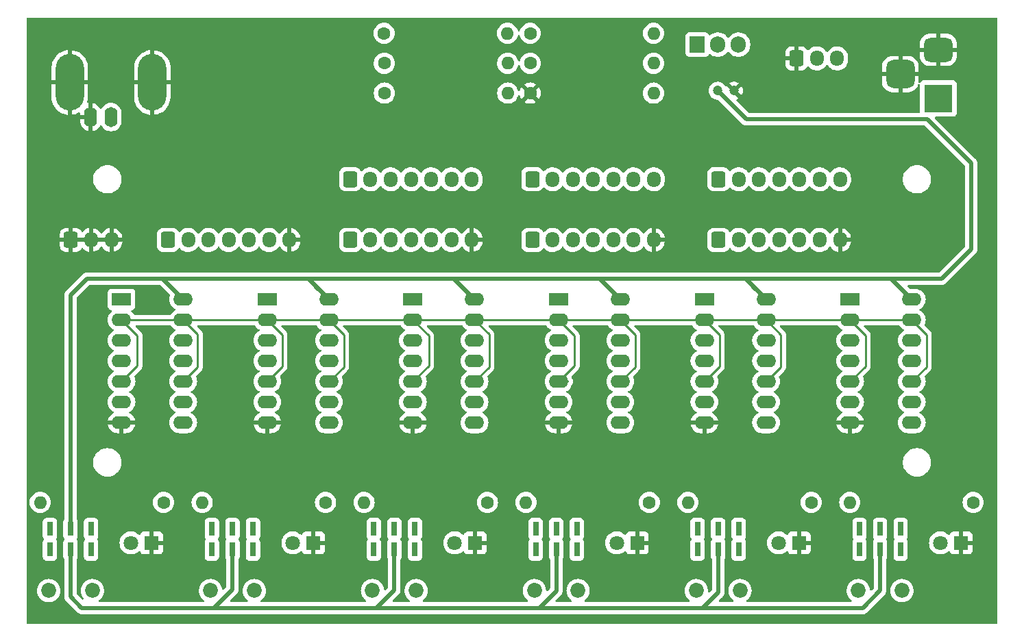
<source format=gbr>
%TF.GenerationSoftware,KiCad,Pcbnew,7.0.8*%
%TF.CreationDate,2024-02-11T23:31:44+01:00*%
%TF.ProjectId,BlankingRelay_Base,426c616e-6b69-46e6-9752-656c61795f42,rev?*%
%TF.SameCoordinates,Original*%
%TF.FileFunction,Copper,L2,Bot*%
%TF.FilePolarity,Positive*%
%FSLAX46Y46*%
G04 Gerber Fmt 4.6, Leading zero omitted, Abs format (unit mm)*
G04 Created by KiCad (PCBNEW 7.0.8) date 2024-02-11 23:31:44*
%MOMM*%
%LPD*%
G01*
G04 APERTURE LIST*
G04 Aperture macros list*
%AMRoundRect*
0 Rectangle with rounded corners*
0 $1 Rounding radius*
0 $2 $3 $4 $5 $6 $7 $8 $9 X,Y pos of 4 corners*
0 Add a 4 corners polygon primitive as box body*
4,1,4,$2,$3,$4,$5,$6,$7,$8,$9,$2,$3,0*
0 Add four circle primitives for the rounded corners*
1,1,$1+$1,$2,$3*
1,1,$1+$1,$4,$5*
1,1,$1+$1,$6,$7*
1,1,$1+$1,$8,$9*
0 Add four rect primitives between the rounded corners*
20,1,$1+$1,$2,$3,$4,$5,0*
20,1,$1+$1,$4,$5,$6,$7,0*
20,1,$1+$1,$6,$7,$8,$9,0*
20,1,$1+$1,$8,$9,$2,$3,0*%
G04 Aperture macros list end*
%TA.AperFunction,ComponentPad*%
%ADD10RoundRect,0.250000X-0.600000X-0.725000X0.600000X-0.725000X0.600000X0.725000X-0.600000X0.725000X0*%
%TD*%
%TA.AperFunction,ComponentPad*%
%ADD11O,1.700000X1.950000*%
%TD*%
%TA.AperFunction,ComponentPad*%
%ADD12R,3.500000X3.500000*%
%TD*%
%TA.AperFunction,ComponentPad*%
%ADD13RoundRect,0.750000X-1.000000X0.750000X-1.000000X-0.750000X1.000000X-0.750000X1.000000X0.750000X0*%
%TD*%
%TA.AperFunction,ComponentPad*%
%ADD14RoundRect,0.875000X-0.875000X0.875000X-0.875000X-0.875000X0.875000X-0.875000X0.875000X0.875000X0*%
%TD*%
%TA.AperFunction,ComponentPad*%
%ADD15O,2.400000X1.600000*%
%TD*%
%TA.AperFunction,ComponentPad*%
%ADD16R,2.400000X1.600000*%
%TD*%
%TA.AperFunction,ComponentPad*%
%ADD17C,1.850000*%
%TD*%
%TA.AperFunction,ComponentPad*%
%ADD18R,0.750000X1.750000*%
%TD*%
%TA.AperFunction,ComponentPad*%
%ADD19O,1.600000X1.600000*%
%TD*%
%TA.AperFunction,ComponentPad*%
%ADD20C,1.600000*%
%TD*%
%TA.AperFunction,ComponentPad*%
%ADD21O,1.905000X2.000000*%
%TD*%
%TA.AperFunction,ComponentPad*%
%ADD22R,1.905000X2.000000*%
%TD*%
%TA.AperFunction,ComponentPad*%
%ADD23C,1.200000*%
%TD*%
%TA.AperFunction,ComponentPad*%
%ADD24C,1.800000*%
%TD*%
%TA.AperFunction,ComponentPad*%
%ADD25R,1.800000X1.800000*%
%TD*%
%TA.AperFunction,ComponentPad*%
%ADD26O,1.600200X2.499360*%
%TD*%
%TA.AperFunction,ComponentPad*%
%ADD27O,3.500120X7.000240*%
%TD*%
%TA.AperFunction,Conductor*%
%ADD28C,0.250000*%
%TD*%
%TA.AperFunction,Conductor*%
%ADD29C,0.500000*%
%TD*%
G04 APERTURE END LIST*
D10*
%TO.P,J11,1,Pin_1*%
%TO.N,GNDREF*%
X55500000Y-77500000D03*
D11*
%TO.P,J11,2,Pin_2*%
X58000000Y-77500000D03*
%TO.P,J11,3,Pin_3*%
X60500000Y-77500000D03*
%TD*%
D10*
%TO.P,J6,1,Pin_1*%
%TO.N,Blanking_Out13*%
X112500000Y-77500000D03*
D11*
%TO.P,J6,2,Pin_2*%
%TO.N,Blanking_Out14*%
X115000000Y-77500000D03*
%TO.P,J6,3,Pin_3*%
%TO.N,Blanking_Out15*%
X117500000Y-77500000D03*
%TO.P,J6,4,Pin_4*%
%TO.N,Blanking_Out16*%
X120000000Y-77500000D03*
%TO.P,J6,5,Pin_5*%
%TO.N,Blanking_Out18*%
X122500000Y-77500000D03*
%TO.P,J6,6,Pin_6*%
%TO.N,Blanking_Out17*%
X125000000Y-77500000D03*
%TO.P,J6,7,Pin_7*%
%TO.N,GNDREF*%
X127500000Y-77500000D03*
%TD*%
%TO.P,J3,7,Pin_7*%
%TO.N,GNDREF*%
X82500000Y-77500000D03*
%TO.P,J3,6,Pin_6*%
%TO.N,Blanking_Out6*%
X80000000Y-77500000D03*
%TO.P,J3,5,Pin_5*%
%TO.N,Blanking_Out5*%
X77500000Y-77500000D03*
%TO.P,J3,4,Pin_4*%
%TO.N,Blanking_Out4*%
X75000000Y-77500000D03*
%TO.P,J3,3,Pin_3*%
%TO.N,Blanking_Out3*%
X72500000Y-77500000D03*
%TO.P,J3,2,Pin_2*%
%TO.N,Blanking_Out2*%
X70000000Y-77500000D03*
D10*
%TO.P,J3,1,Pin_1*%
%TO.N,Blanking_Out1*%
X67500000Y-77500000D03*
%TD*%
D12*
%TO.P,J10,1*%
%TO.N,Net-(J1-Pin_2)*%
X162650000Y-60000000D03*
D13*
%TO.P,J10,2*%
%TO.N,GNDREF*%
X162650000Y-54000000D03*
D14*
X157950000Y-57000000D03*
%TD*%
D15*
%TO.P,U6,14,VCC*%
%TO.N,5V*%
X159370000Y-84850000D03*
%TO.P,U6,13*%
%TO.N,Blanking_In*%
X159370000Y-87390000D03*
%TO.P,U6,12*%
%TO.N,On_23*%
X159370000Y-89930000D03*
%TO.P,U6,11*%
%TO.N,Blanking_Out23*%
X159370000Y-92470000D03*
%TO.P,U6,10*%
%TO.N,Blanking_In*%
X159370000Y-95010000D03*
%TO.P,U6,9*%
%TO.N,On_24*%
X159370000Y-97550000D03*
%TO.P,U6,8*%
%TO.N,Blanking_Out24*%
X159370000Y-100090000D03*
%TO.P,U6,7,GND*%
%TO.N,GNDREF*%
X151750000Y-100090000D03*
%TO.P,U6,6*%
%TO.N,Blanking_Out22*%
X151750000Y-97550000D03*
%TO.P,U6,5*%
%TO.N,Blanking_In*%
X151750000Y-95010000D03*
%TO.P,U6,4*%
%TO.N,On_22*%
X151750000Y-92470000D03*
%TO.P,U6,3*%
%TO.N,Blanking_Out21*%
X151750000Y-89930000D03*
%TO.P,U6,2*%
%TO.N,Blanking_In*%
X151750000Y-87390000D03*
D16*
%TO.P,U6,1*%
%TO.N,On_21*%
X151750000Y-84850000D03*
%TD*%
D15*
%TO.P,U4,14,VCC*%
%TO.N,5V*%
X123370000Y-84850000D03*
%TO.P,U4,13*%
%TO.N,Blanking_In*%
X123370000Y-87390000D03*
%TO.P,U4,12*%
%TO.N,On_15*%
X123370000Y-89930000D03*
%TO.P,U4,11*%
%TO.N,Blanking_Out15*%
X123370000Y-92470000D03*
%TO.P,U4,10*%
%TO.N,Blanking_In*%
X123370000Y-95010000D03*
%TO.P,U4,9*%
%TO.N,On_16*%
X123370000Y-97550000D03*
%TO.P,U4,8*%
%TO.N,Blanking_Out16*%
X123370000Y-100090000D03*
%TO.P,U4,7,GND*%
%TO.N,GNDREF*%
X115750000Y-100090000D03*
%TO.P,U4,6*%
%TO.N,Blanking_Out14*%
X115750000Y-97550000D03*
%TO.P,U4,5*%
%TO.N,Blanking_In*%
X115750000Y-95010000D03*
%TO.P,U4,4*%
%TO.N,On_14*%
X115750000Y-92470000D03*
%TO.P,U4,3*%
%TO.N,Blanking_Out13*%
X115750000Y-89930000D03*
%TO.P,U4,2*%
%TO.N,Blanking_In*%
X115750000Y-87390000D03*
D16*
%TO.P,U4,1*%
%TO.N,On_13*%
X115750000Y-84850000D03*
%TD*%
D10*
%TO.P,J4,1,Pin_1*%
%TO.N,Blanking_Out7*%
X90000000Y-77500000D03*
D11*
%TO.P,J4,2,Pin_2*%
%TO.N,Blanking_Out8*%
X92500000Y-77500000D03*
%TO.P,J4,3,Pin_3*%
%TO.N,Blanking_Out9*%
X95000000Y-77500000D03*
%TO.P,J4,4,Pin_4*%
%TO.N,Blanking_Out10*%
X97500000Y-77500000D03*
%TO.P,J4,5,Pin_5*%
%TO.N,Blanking_Out11*%
X100000000Y-77500000D03*
%TO.P,J4,6,Pin_6*%
%TO.N,Blanking_Out12*%
X102500000Y-77500000D03*
%TO.P,J4,7,Pin_7*%
%TO.N,GNDREF*%
X105000000Y-77500000D03*
%TD*%
D10*
%TO.P,J7,1,Pin_1*%
%TO.N,On_13*%
X112500000Y-70000000D03*
D11*
%TO.P,J7,2,Pin_2*%
%TO.N,On_14*%
X115000000Y-70000000D03*
%TO.P,J7,3,Pin_3*%
%TO.N,On_15*%
X117500000Y-70000000D03*
%TO.P,J7,4,Pin_4*%
%TO.N,On_16*%
X120000000Y-70000000D03*
%TO.P,J7,5,Pin_5*%
%TO.N,On_17*%
X122500000Y-70000000D03*
%TO.P,J7,6,Pin_6*%
%TO.N,On_18*%
X125000000Y-70000000D03*
%TO.P,J7,7,Pin_7*%
%TO.N,5V*%
X127500000Y-70000000D03*
%TD*%
D10*
%TO.P,J8,1,Pin_1*%
%TO.N,Blanking_Out19*%
X135500000Y-77500000D03*
D11*
%TO.P,J8,2,Pin_2*%
%TO.N,Blanking_Out20*%
X138000000Y-77500000D03*
%TO.P,J8,3,Pin_3*%
%TO.N,Blanking_Out21*%
X140500000Y-77500000D03*
%TO.P,J8,4,Pin_4*%
%TO.N,Blanking_Out22*%
X143000000Y-77500000D03*
%TO.P,J8,5,Pin_5*%
%TO.N,Blanking_Out23*%
X145500000Y-77500000D03*
%TO.P,J8,6,Pin_6*%
%TO.N,Blanking_Out24*%
X148000000Y-77500000D03*
%TO.P,J8,7,Pin_7*%
%TO.N,GNDREF*%
X150500000Y-77500000D03*
%TD*%
%TO.P,J5,7,Pin_7*%
%TO.N,5V*%
X105000000Y-70000000D03*
%TO.P,J5,6,Pin_6*%
%TO.N,On_12*%
X102500000Y-70000000D03*
%TO.P,J5,5,Pin_5*%
%TO.N,On_11*%
X100000000Y-70000000D03*
%TO.P,J5,4,Pin_4*%
%TO.N,On_10*%
X97500000Y-70000000D03*
%TO.P,J5,3,Pin_3*%
%TO.N,On_9*%
X95000000Y-70000000D03*
%TO.P,J5,2,Pin_2*%
%TO.N,On_8*%
X92500000Y-70000000D03*
D10*
%TO.P,J5,1,Pin_1*%
%TO.N,On_7*%
X90000000Y-70000000D03*
%TD*%
D15*
%TO.P,U5,14,VCC*%
%TO.N,5V*%
X141370000Y-84850000D03*
%TO.P,U5,13*%
%TO.N,Blanking_In*%
X141370000Y-87390000D03*
%TO.P,U5,12*%
%TO.N,On_19*%
X141370000Y-89930000D03*
%TO.P,U5,11*%
%TO.N,Blanking_Out19*%
X141370000Y-92470000D03*
%TO.P,U5,10*%
%TO.N,Blanking_In*%
X141370000Y-95010000D03*
%TO.P,U5,9*%
%TO.N,On_20*%
X141370000Y-97550000D03*
%TO.P,U5,8*%
%TO.N,Blanking_Out20*%
X141370000Y-100090000D03*
%TO.P,U5,7,GND*%
%TO.N,GNDREF*%
X133750000Y-100090000D03*
%TO.P,U5,6*%
%TO.N,Blanking_Out18*%
X133750000Y-97550000D03*
%TO.P,U5,5*%
%TO.N,Blanking_In*%
X133750000Y-95010000D03*
%TO.P,U5,4*%
%TO.N,On_18*%
X133750000Y-92470000D03*
%TO.P,U5,3*%
%TO.N,Blanking_Out17*%
X133750000Y-89930000D03*
%TO.P,U5,2*%
%TO.N,Blanking_In*%
X133750000Y-87390000D03*
D16*
%TO.P,U5,1*%
%TO.N,On_17*%
X133750000Y-84850000D03*
%TD*%
D15*
%TO.P,U2,14,VCC*%
%TO.N,5V*%
X87370000Y-84850000D03*
%TO.P,U2,13*%
%TO.N,Blanking_In*%
X87370000Y-87390000D03*
%TO.P,U2,12*%
%TO.N,On_7*%
X87370000Y-89930000D03*
%TO.P,U2,11*%
%TO.N,Blanking_Out7*%
X87370000Y-92470000D03*
%TO.P,U2,10*%
%TO.N,Blanking_In*%
X87370000Y-95010000D03*
%TO.P,U2,9*%
%TO.N,On_8*%
X87370000Y-97550000D03*
%TO.P,U2,8*%
%TO.N,Blanking_Out8*%
X87370000Y-100090000D03*
%TO.P,U2,7,GND*%
%TO.N,GNDREF*%
X79750000Y-100090000D03*
%TO.P,U2,6*%
%TO.N,Blanking_Out6*%
X79750000Y-97550000D03*
%TO.P,U2,5*%
%TO.N,Blanking_In*%
X79750000Y-95010000D03*
%TO.P,U2,4*%
%TO.N,On_6*%
X79750000Y-92470000D03*
%TO.P,U2,3*%
%TO.N,Blanking_Out5*%
X79750000Y-89930000D03*
%TO.P,U2,2*%
%TO.N,Blanking_In*%
X79750000Y-87390000D03*
D16*
%TO.P,U2,1*%
%TO.N,On_5*%
X79750000Y-84850000D03*
%TD*%
D15*
%TO.P,U1,14,VCC*%
%TO.N,5V*%
X69370000Y-84850000D03*
%TO.P,U1,13*%
%TO.N,Blanking_In*%
X69370000Y-87390000D03*
%TO.P,U1,12*%
%TO.N,On_3*%
X69370000Y-89930000D03*
%TO.P,U1,11*%
%TO.N,Blanking_Out3*%
X69370000Y-92470000D03*
%TO.P,U1,10*%
%TO.N,Blanking_In*%
X69370000Y-95010000D03*
%TO.P,U1,9*%
%TO.N,On_4*%
X69370000Y-97550000D03*
%TO.P,U1,8*%
%TO.N,Blanking_Out4*%
X69370000Y-100090000D03*
%TO.P,U1,7,GND*%
%TO.N,GNDREF*%
X61750000Y-100090000D03*
%TO.P,U1,6*%
%TO.N,Blanking_Out2*%
X61750000Y-97550000D03*
%TO.P,U1,5*%
%TO.N,Blanking_In*%
X61750000Y-95010000D03*
%TO.P,U1,4*%
%TO.N,On_2*%
X61750000Y-92470000D03*
%TO.P,U1,3*%
%TO.N,Blanking_Out1*%
X61750000Y-89930000D03*
%TO.P,U1,2*%
%TO.N,Blanking_In*%
X61750000Y-87390000D03*
D16*
%TO.P,U1,1*%
%TO.N,On_1*%
X61750000Y-84850000D03*
%TD*%
D17*
%TO.P,Switch4,*%
%TO.N,*%
X118150000Y-120850000D03*
X112750000Y-120850000D03*
D18*
%TO.P,Switch4,6,C*%
%TO.N,unconnected-(Switch4-C-Pad6)*%
X117990000Y-115770000D03*
%TO.P,Switch4,5,B*%
%TO.N,5V*%
X115450000Y-115770000D03*
%TO.P,Switch4,4,A*%
%TO.N,Net-(R4-Pad1)*%
X112910000Y-115770000D03*
%TO.P,Switch4,3,C*%
%TO.N,unconnected-(Switch4-C-Pad3)*%
X117990000Y-113230000D03*
%TO.P,Switch4,2,B*%
%TO.N,5V*%
X115450000Y-113230000D03*
%TO.P,Switch4,1,A*%
%TO.N,On_4*%
X112910000Y-113230000D03*
%TD*%
D19*
%TO.P,R6,2*%
%TO.N,Net-(D6-A)*%
X151710000Y-109950000D03*
D20*
%TO.P,R6,1*%
%TO.N,Net-(R6-Pad1)*%
X166950000Y-109950000D03*
%TD*%
D21*
%TO.P,U7,3,VI*%
%TO.N,+12V*%
X137950000Y-53350000D03*
%TO.P,U7,2,VO*%
%TO.N,5V*%
X135410000Y-53350000D03*
D22*
%TO.P,U7,1,ADJ*%
%TO.N,Net-(U7-ADJ)*%
X132870000Y-53350000D03*
%TD*%
D19*
%TO.P,R12,2*%
%TO.N,Net-(R10-Pad1)*%
X109430000Y-51950000D03*
D20*
%TO.P,R12,1*%
%TO.N,5V*%
X94190000Y-51950000D03*
%TD*%
D19*
%TO.P,R11,2*%
%TO.N,Net-(R11-Pad2)*%
X127470000Y-59350000D03*
D20*
%TO.P,R11,1*%
%TO.N,GNDREF*%
X112230000Y-59350000D03*
%TD*%
D19*
%TO.P,R10,2*%
%TO.N,Net-(R10-Pad2)*%
X109450000Y-55650000D03*
D20*
%TO.P,R10,1*%
%TO.N,Net-(R10-Pad1)*%
X94210000Y-55650000D03*
%TD*%
%TO.P,R9,1*%
%TO.N,Net-(R11-Pad2)*%
X112230000Y-55650000D03*
D19*
%TO.P,R9,2*%
%TO.N,Net-(R7-Pad2)*%
X127470000Y-55650000D03*
%TD*%
%TO.P,R8,2*%
%TO.N,Net-(U7-ADJ)*%
X109470000Y-59350000D03*
D20*
%TO.P,R8,1*%
%TO.N,Net-(R10-Pad2)*%
X94230000Y-59350000D03*
%TD*%
%TO.P,R7,1*%
%TO.N,Net-(U7-ADJ)*%
X112230000Y-51950000D03*
D19*
%TO.P,R7,2*%
%TO.N,Net-(R7-Pad2)*%
X127470000Y-51950000D03*
%TD*%
D11*
%TO.P,J1,3,Pin_3*%
%TO.N,+12V*%
X150150000Y-55050000D03*
%TO.P,J1,2,Pin_2*%
%TO.N,Net-(J1-Pin_2)*%
X147650000Y-55050000D03*
D10*
%TO.P,J1,1,Pin_1*%
%TO.N,GNDREF*%
X145150000Y-55050000D03*
%TD*%
D23*
%TO.P,C1,2*%
%TO.N,GNDREF*%
X137400000Y-59050000D03*
%TO.P,C1,1*%
%TO.N,5V*%
X135400000Y-59050000D03*
%TD*%
D20*
%TO.P,R2,1*%
%TO.N,Net-(R2-Pad1)*%
X86950000Y-109950000D03*
D19*
%TO.P,R2,2*%
%TO.N,Net-(D2-A)*%
X71710000Y-109950000D03*
%TD*%
D24*
%TO.P,D2,2,A*%
%TO.N,Net-(D2-A)*%
X82910000Y-114950000D03*
D25*
%TO.P,D2,1,K*%
%TO.N,GNDREF*%
X85450000Y-114950000D03*
%TD*%
D17*
%TO.P,Switch5,*%
%TO.N,*%
X138150000Y-120850000D03*
X132750000Y-120850000D03*
D18*
%TO.P,Switch5,6,C*%
%TO.N,unconnected-(Switch5-C-Pad6)*%
X137990000Y-115770000D03*
%TO.P,Switch5,5,B*%
%TO.N,5V*%
X135450000Y-115770000D03*
%TO.P,Switch5,4,A*%
%TO.N,Net-(R5-Pad1)*%
X132910000Y-115770000D03*
%TO.P,Switch5,3,C*%
%TO.N,unconnected-(Switch5-C-Pad3)*%
X137990000Y-113230000D03*
%TO.P,Switch5,2,B*%
%TO.N,5V*%
X135450000Y-113230000D03*
%TO.P,Switch5,1,A*%
%TO.N,On_5*%
X132910000Y-113230000D03*
%TD*%
D24*
%TO.P,D5,2,A*%
%TO.N,Net-(D5-A)*%
X142910000Y-114950000D03*
D25*
%TO.P,D5,1,K*%
%TO.N,GNDREF*%
X145450000Y-114950000D03*
%TD*%
D24*
%TO.P,D6,2,A*%
%TO.N,Net-(D6-A)*%
X162910000Y-114950000D03*
D25*
%TO.P,D6,1,K*%
%TO.N,GNDREF*%
X165450000Y-114950000D03*
%TD*%
D26*
%TO.P,J2,1,In*%
%TO.N,Blanking_In*%
X60450000Y-62301050D03*
%TO.P,J2,2,Ext*%
%TO.N,GNDREF*%
X57950640Y-62301050D03*
D27*
X65550320Y-58036390D03*
X55352220Y-58036390D03*
%TD*%
D17*
%TO.P,Switch2,*%
%TO.N,*%
X78150000Y-120850000D03*
X72750000Y-120850000D03*
D18*
%TO.P,Switch2,6,C*%
%TO.N,unconnected-(Switch2-C-Pad6)*%
X77990000Y-115770000D03*
%TO.P,Switch2,5,B*%
%TO.N,5V*%
X75450000Y-115770000D03*
%TO.P,Switch2,4,A*%
%TO.N,Net-(R2-Pad1)*%
X72910000Y-115770000D03*
%TO.P,Switch2,3,C*%
%TO.N,unconnected-(Switch2-C-Pad3)*%
X77990000Y-113230000D03*
%TO.P,Switch2,2,B*%
%TO.N,5V*%
X75450000Y-113230000D03*
%TO.P,Switch2,1,A*%
%TO.N,On_2*%
X72910000Y-113230000D03*
%TD*%
D17*
%TO.P,Switch3,*%
%TO.N,*%
X98150000Y-120850000D03*
X92750000Y-120850000D03*
D18*
%TO.P,Switch3,6,C*%
%TO.N,unconnected-(Switch3-C-Pad6)*%
X97990000Y-115770000D03*
%TO.P,Switch3,5,B*%
%TO.N,5V*%
X95450000Y-115770000D03*
%TO.P,Switch3,4,A*%
%TO.N,Net-(R3-Pad1)*%
X92910000Y-115770000D03*
%TO.P,Switch3,3,C*%
%TO.N,unconnected-(Switch3-C-Pad3)*%
X97990000Y-113230000D03*
%TO.P,Switch3,2,B*%
%TO.N,5V*%
X95450000Y-113230000D03*
%TO.P,Switch3,1,A*%
%TO.N,On_3*%
X92910000Y-113230000D03*
%TD*%
D20*
%TO.P,R4,1*%
%TO.N,Net-(R4-Pad1)*%
X126950000Y-109950000D03*
D19*
%TO.P,R4,2*%
%TO.N,Net-(D4-A)*%
X111710000Y-109950000D03*
%TD*%
%TO.P,R3,2*%
%TO.N,Net-(D3-A)*%
X91710000Y-109950000D03*
D20*
%TO.P,R3,1*%
%TO.N,Net-(R3-Pad1)*%
X106950000Y-109950000D03*
%TD*%
D24*
%TO.P,D1,2,A*%
%TO.N,Net-(D1-A)*%
X62910000Y-114950000D03*
D25*
%TO.P,D1,1,K*%
%TO.N,GNDREF*%
X65450000Y-114950000D03*
%TD*%
D19*
%TO.P,R5,2*%
%TO.N,Net-(D5-A)*%
X131710000Y-109950000D03*
D20*
%TO.P,R5,1*%
%TO.N,Net-(R5-Pad1)*%
X146950000Y-109950000D03*
%TD*%
D17*
%TO.P,Switch1,*%
%TO.N,*%
X58150000Y-120850000D03*
X52750000Y-120850000D03*
D18*
%TO.P,Switch1,6,C*%
%TO.N,unconnected-(Switch1-C-Pad6)*%
X57990000Y-115770000D03*
%TO.P,Switch1,5,B*%
%TO.N,5V*%
X55450000Y-115770000D03*
%TO.P,Switch1,4,A*%
%TO.N,Net-(R1-Pad1)*%
X52910000Y-115770000D03*
%TO.P,Switch1,3,C*%
%TO.N,unconnected-(Switch1-C-Pad3)*%
X57990000Y-113230000D03*
%TO.P,Switch1,2,B*%
%TO.N,5V*%
X55450000Y-113230000D03*
%TO.P,Switch1,1,A*%
%TO.N,On_1*%
X52910000Y-113230000D03*
%TD*%
D10*
%TO.P,J9,1,Pin_1*%
%TO.N,On_19*%
X135500000Y-70000000D03*
D11*
%TO.P,J9,2,Pin_2*%
%TO.N,On_20*%
X138000000Y-70000000D03*
%TO.P,J9,3,Pin_3*%
%TO.N,On_21*%
X140500000Y-70000000D03*
%TO.P,J9,4,Pin_4*%
%TO.N,On_22*%
X143000000Y-70000000D03*
%TO.P,J9,5,Pin_5*%
%TO.N,On_23*%
X145500000Y-70000000D03*
%TO.P,J9,6,Pin_6*%
%TO.N,On_24*%
X148000000Y-70000000D03*
%TO.P,J9,7,Pin_7*%
%TO.N,5V*%
X150500000Y-70000000D03*
%TD*%
D24*
%TO.P,D4,2,A*%
%TO.N,Net-(D4-A)*%
X122910000Y-114950000D03*
D25*
%TO.P,D4,1,K*%
%TO.N,GNDREF*%
X125450000Y-114950000D03*
%TD*%
D17*
%TO.P,Switch6,*%
%TO.N,*%
X158150000Y-120850000D03*
X152750000Y-120850000D03*
D18*
%TO.P,Switch6,6,C*%
%TO.N,unconnected-(Switch6-C-Pad6)*%
X157990000Y-115770000D03*
%TO.P,Switch6,5,B*%
%TO.N,5V*%
X155450000Y-115770000D03*
%TO.P,Switch6,4,A*%
%TO.N,Net-(R6-Pad1)*%
X152910000Y-115770000D03*
%TO.P,Switch6,3,C*%
%TO.N,unconnected-(Switch6-C-Pad3)*%
X157990000Y-113230000D03*
%TO.P,Switch6,2,B*%
%TO.N,5V*%
X155450000Y-113230000D03*
%TO.P,Switch6,1,A*%
%TO.N,On_6*%
X152910000Y-113230000D03*
%TD*%
D24*
%TO.P,D3,2,A*%
%TO.N,Net-(D3-A)*%
X102910000Y-114950000D03*
D25*
%TO.P,D3,1,K*%
%TO.N,GNDREF*%
X105450000Y-114950000D03*
%TD*%
D15*
%TO.P,U3,14,VCC*%
%TO.N,5V*%
X105370000Y-84850000D03*
%TO.P,U3,13*%
%TO.N,Blanking_In*%
X105370000Y-87390000D03*
%TO.P,U3,12*%
%TO.N,On_11*%
X105370000Y-89930000D03*
%TO.P,U3,11*%
%TO.N,Blanking_Out11*%
X105370000Y-92470000D03*
%TO.P,U3,10*%
%TO.N,Blanking_In*%
X105370000Y-95010000D03*
%TO.P,U3,9*%
%TO.N,On_12*%
X105370000Y-97550000D03*
%TO.P,U3,8*%
%TO.N,Blanking_Out12*%
X105370000Y-100090000D03*
%TO.P,U3,7,GND*%
%TO.N,GNDREF*%
X97750000Y-100090000D03*
%TO.P,U3,6*%
%TO.N,Blanking_Out9*%
X97750000Y-97550000D03*
%TO.P,U3,5*%
%TO.N,Blanking_In*%
X97750000Y-95010000D03*
%TO.P,U3,4*%
%TO.N,On_9*%
X97750000Y-92470000D03*
%TO.P,U3,3*%
%TO.N,Blanking_Out10*%
X97750000Y-89930000D03*
%TO.P,U3,2*%
%TO.N,Blanking_In*%
X97750000Y-87390000D03*
D16*
%TO.P,U3,1*%
%TO.N,On_10*%
X97750000Y-84850000D03*
%TD*%
D20*
%TO.P,R1,1*%
%TO.N,Net-(R1-Pad1)*%
X66950000Y-109950000D03*
D19*
%TO.P,R1,2*%
%TO.N,Net-(D1-A)*%
X51710000Y-109950000D03*
%TD*%
D28*
%TO.N,Blanking_In*%
X141370000Y-87390000D02*
X151750000Y-87390000D01*
D29*
%TO.N,5V*%
X55450000Y-84350000D02*
X57500000Y-82300000D01*
X60350000Y-82300000D02*
X61100000Y-82300000D01*
X61100000Y-82300000D02*
X66350000Y-82300000D01*
X55450000Y-88450000D02*
X55450000Y-87200000D01*
X55450000Y-88450000D02*
X55450000Y-84350000D01*
X55450000Y-113230000D02*
X55450000Y-88450000D01*
X57500000Y-82300000D02*
X61100000Y-82300000D01*
X66820000Y-82300000D02*
X66350000Y-82300000D01*
X69370000Y-84850000D02*
X66820000Y-82300000D01*
X66350000Y-82300000D02*
X83950000Y-82300000D01*
X87370000Y-84850000D02*
X84820000Y-82300000D01*
X83950000Y-82300000D02*
X101950000Y-82300000D01*
X84820000Y-82300000D02*
X83950000Y-82300000D01*
X102820000Y-82300000D02*
X101950000Y-82300000D01*
X105370000Y-84850000D02*
X102820000Y-82300000D01*
X101950000Y-82300000D02*
X119900000Y-82300000D01*
X123370000Y-84850000D02*
X120820000Y-82300000D01*
X120820000Y-82300000D02*
X119900000Y-82300000D01*
X119900000Y-82300000D02*
X137750000Y-82300000D01*
X141370000Y-84850000D02*
X138820000Y-82300000D01*
X137750000Y-82300000D02*
X155300000Y-82300000D01*
X138820000Y-82300000D02*
X137750000Y-82300000D01*
X156820000Y-82300000D02*
X155300000Y-82300000D01*
X158360000Y-83840000D02*
X156820000Y-82300000D01*
X155300000Y-82300000D02*
X163050000Y-82300000D01*
X158360000Y-83840000D02*
X159370000Y-84850000D01*
X157720000Y-83200000D02*
X158360000Y-83840000D01*
X163800000Y-81550000D02*
X166700000Y-78650000D01*
X163050000Y-82300000D02*
X163800000Y-81550000D01*
D28*
%TO.N,Blanking_In*%
X71150000Y-93230000D02*
X69370000Y-95010000D01*
X71150000Y-89170000D02*
X71150000Y-93230000D01*
X69370000Y-87390000D02*
X71150000Y-89170000D01*
X161200000Y-93180000D02*
X159370000Y-95010000D01*
X161200000Y-89220000D02*
X161200000Y-93180000D01*
X159370000Y-87390000D02*
X161200000Y-89220000D01*
X153650000Y-89290000D02*
X153650000Y-93110000D01*
X151750000Y-87390000D02*
X153650000Y-89290000D01*
X153650000Y-93110000D02*
X151750000Y-95010000D01*
X143200000Y-89220000D02*
X143200000Y-93180000D01*
X141370000Y-87390000D02*
X143200000Y-89220000D01*
X143200000Y-93180000D02*
X141370000Y-95010000D01*
X135600000Y-93160000D02*
X133750000Y-95010000D01*
X135600000Y-89240000D02*
X135600000Y-93160000D01*
X133750000Y-87390000D02*
X135600000Y-89240000D01*
X125200000Y-93180000D02*
X123370000Y-95010000D01*
X125200000Y-89220000D02*
X125200000Y-93180000D01*
X123370000Y-87390000D02*
X125200000Y-89220000D01*
X117700000Y-93060000D02*
X115750000Y-95010000D01*
X115750000Y-87390000D02*
X117700000Y-89340000D01*
X117700000Y-89340000D02*
X117700000Y-93060000D01*
X107150000Y-89170000D02*
X107150000Y-93230000D01*
X105370000Y-87390000D02*
X107150000Y-89170000D01*
X107150000Y-93230000D02*
X105370000Y-95010000D01*
X99700000Y-89340000D02*
X99700000Y-93060000D01*
X97750000Y-87390000D02*
X99700000Y-89340000D01*
X99700000Y-93060000D02*
X97750000Y-95010000D01*
X89200000Y-93180000D02*
X87370000Y-95010000D01*
X89200000Y-89220000D02*
X89200000Y-93180000D01*
X87370000Y-87390000D02*
X89200000Y-89220000D01*
X81600000Y-93160000D02*
X79750000Y-95010000D01*
X81600000Y-89240000D02*
X81600000Y-93160000D01*
X79750000Y-87390000D02*
X81600000Y-89240000D01*
D29*
%TO.N,5V*%
X138950000Y-62600000D02*
X135400000Y-59050000D01*
X161300000Y-62600000D02*
X138950000Y-62600000D01*
X166700000Y-68000000D02*
X161300000Y-62600000D01*
X166700000Y-78650000D02*
X166700000Y-68000000D01*
D28*
%TO.N,Blanking_In*%
X63700000Y-89340000D02*
X63700000Y-93060000D01*
X61750000Y-87390000D02*
X63700000Y-89340000D01*
X63700000Y-93060000D02*
X61750000Y-95010000D01*
D29*
%TO.N,5V*%
X139720000Y-83200000D02*
X141370000Y-84850000D01*
X121720000Y-83200000D02*
X123370000Y-84850000D01*
X103720000Y-83200000D02*
X105370000Y-84850000D01*
X85720000Y-83200000D02*
X87370000Y-84850000D01*
X67720000Y-83200000D02*
X69370000Y-84850000D01*
X73150000Y-123000000D02*
X72600000Y-123000000D01*
X75450000Y-120700000D02*
X73150000Y-123000000D01*
X75450000Y-115770000D02*
X75450000Y-120700000D01*
X93250000Y-123000000D02*
X72600000Y-123000000D01*
X72600000Y-123000000D02*
X56850000Y-123000000D01*
X135450000Y-121100000D02*
X133550000Y-123000000D01*
X135450000Y-115770000D02*
X135450000Y-121100000D01*
X133550000Y-123000000D02*
X132600000Y-123000000D01*
X153300000Y-123000000D02*
X133550000Y-123000000D01*
X115450000Y-120900000D02*
X113350000Y-123000000D01*
X115450000Y-115770000D02*
X115450000Y-120900000D01*
X113350000Y-123000000D02*
X112350000Y-123000000D01*
X132600000Y-123000000D02*
X113350000Y-123000000D01*
X95450000Y-120800000D02*
X93250000Y-123000000D01*
X95450000Y-115770000D02*
X95450000Y-120800000D01*
X112350000Y-123000000D02*
X93250000Y-123000000D01*
X112615254Y-123000000D02*
X112350000Y-123000000D01*
X115450000Y-115770000D02*
X115450000Y-120165254D01*
X132615254Y-123000000D02*
X132600000Y-123000000D01*
X135450000Y-115770000D02*
X135450000Y-120165254D01*
X55450000Y-121600000D02*
X55450000Y-115770000D01*
X56850000Y-123000000D02*
X55450000Y-121600000D01*
X155450000Y-115770000D02*
X155450000Y-120850000D01*
X155450000Y-120850000D02*
X153300000Y-123000000D01*
D28*
%TO.N,Blanking_In*%
X151750000Y-87390000D02*
X159370000Y-87390000D01*
X133750000Y-87390000D02*
X141370000Y-87390000D01*
X123370000Y-87390000D02*
X133750000Y-87390000D01*
X115750000Y-87390000D02*
X123370000Y-87390000D01*
X105370000Y-87390000D02*
X115750000Y-87390000D01*
X97750000Y-87390000D02*
X105370000Y-87390000D01*
X87370000Y-87390000D02*
X97750000Y-87390000D01*
X79750000Y-87390000D02*
X87370000Y-87390000D01*
X69370000Y-87390000D02*
X79750000Y-87390000D01*
X61750000Y-87390000D02*
X69370000Y-87390000D01*
D29*
X115750000Y-95010000D02*
X115808000Y-95010000D01*
X61750000Y-95010000D02*
X62292000Y-95010000D01*
X115124000Y-87390000D02*
X116750000Y-87390000D01*
X104370000Y-95010000D02*
X105922000Y-95010000D01*
X79750000Y-95010000D02*
X79818000Y-95010000D01*
X104370000Y-87390000D02*
X105668000Y-87390000D01*
X116750000Y-95010000D02*
X115320000Y-95010000D01*
%TD*%
%TA.AperFunction,Conductor*%
%TO.N,GNDREF*%
G36*
X57563481Y-77300649D02*
G01*
X57525000Y-77431705D01*
X57525000Y-77568295D01*
X57563481Y-77699351D01*
X57598602Y-77754000D01*
X55901398Y-77754000D01*
X55936519Y-77699351D01*
X55975000Y-77568295D01*
X55975000Y-77431705D01*
X55936519Y-77300649D01*
X55901398Y-77246000D01*
X57598602Y-77246000D01*
X57563481Y-77300649D01*
G37*
%TD.AperFunction*%
%TA.AperFunction,Conductor*%
G36*
X60063481Y-77300649D02*
G01*
X60025000Y-77431705D01*
X60025000Y-77568295D01*
X60063481Y-77699351D01*
X60098602Y-77754000D01*
X58401398Y-77754000D01*
X58436519Y-77699351D01*
X58475000Y-77568295D01*
X58475000Y-77431705D01*
X58436519Y-77300649D01*
X58401398Y-77246000D01*
X60098602Y-77246000D01*
X60063481Y-77300649D01*
G37*
%TD.AperFunction*%
%TA.AperFunction,Conductor*%
G36*
X169892121Y-50020502D02*
G01*
X169938614Y-50074158D01*
X169950000Y-50126500D01*
X169950000Y-124824000D01*
X169929998Y-124892121D01*
X169876342Y-124938614D01*
X169824000Y-124950000D01*
X50126500Y-124950000D01*
X50058379Y-124929998D01*
X50011886Y-124876342D01*
X50000500Y-124824000D01*
X50000500Y-120849999D01*
X51311587Y-120849999D01*
X51316285Y-120906697D01*
X51316500Y-120911902D01*
X51316500Y-120968783D01*
X51317349Y-120973872D01*
X51325863Y-121024901D01*
X51326506Y-121030066D01*
X51331204Y-121086751D01*
X51331205Y-121086760D01*
X51345170Y-121141909D01*
X51346238Y-121147004D01*
X51351328Y-121177498D01*
X51355602Y-121203110D01*
X51355602Y-121203112D01*
X51355603Y-121203113D01*
X51374074Y-121256918D01*
X51375560Y-121261910D01*
X51389524Y-121317053D01*
X51389525Y-121317057D01*
X51412376Y-121369149D01*
X51414269Y-121374002D01*
X51432740Y-121427803D01*
X51432742Y-121427808D01*
X51459814Y-121477833D01*
X51462101Y-121482511D01*
X51484954Y-121534609D01*
X51484955Y-121534610D01*
X51484958Y-121534616D01*
X51491573Y-121544741D01*
X51516075Y-121582245D01*
X51518725Y-121586692D01*
X51531862Y-121610965D01*
X51545806Y-121636732D01*
X51545814Y-121636745D01*
X51560385Y-121655465D01*
X51580750Y-121681630D01*
X51583765Y-121685853D01*
X51614890Y-121733492D01*
X51653423Y-121775350D01*
X51656778Y-121779312D01*
X51691724Y-121824211D01*
X51691728Y-121824215D01*
X51733576Y-121862737D01*
X51737261Y-121866422D01*
X51775784Y-121908271D01*
X51775788Y-121908274D01*
X51775789Y-121908275D01*
X51820689Y-121943222D01*
X51824650Y-121946577D01*
X51866508Y-121985110D01*
X51914145Y-122016233D01*
X51918361Y-122019243D01*
X51963263Y-122054191D01*
X52013299Y-122081269D01*
X52017765Y-122083931D01*
X52065391Y-122115046D01*
X52065399Y-122115049D01*
X52065400Y-122115050D01*
X52117476Y-122137893D01*
X52122156Y-122140180D01*
X52172186Y-122167255D01*
X52172189Y-122167256D01*
X52172196Y-122167260D01*
X52195130Y-122175133D01*
X52225998Y-122185730D01*
X52230852Y-122187624D01*
X52252275Y-122197021D01*
X52282948Y-122210476D01*
X52338107Y-122224443D01*
X52343071Y-122225921D01*
X52396890Y-122244398D01*
X52453025Y-122253765D01*
X52458087Y-122254827D01*
X52513245Y-122268795D01*
X52569962Y-122273493D01*
X52575084Y-122274132D01*
X52631217Y-122283500D01*
X52631219Y-122283500D01*
X52868781Y-122283500D01*
X52868783Y-122283500D01*
X52924917Y-122274131D01*
X52930033Y-122273494D01*
X52986755Y-122268795D01*
X53041910Y-122254827D01*
X53046993Y-122253762D01*
X53047655Y-122253651D01*
X53103110Y-122244398D01*
X53156942Y-122225916D01*
X53161888Y-122224444D01*
X53217052Y-122210476D01*
X53269168Y-122187613D01*
X53273975Y-122185738D01*
X53327804Y-122167260D01*
X53377840Y-122140180D01*
X53382513Y-122137897D01*
X53390561Y-122134367D01*
X53434609Y-122115046D01*
X53482234Y-122083931D01*
X53486710Y-122081264D01*
X53490140Y-122079408D01*
X53536737Y-122054191D01*
X53581642Y-122019239D01*
X53585838Y-122016242D01*
X53633492Y-121985110D01*
X53675356Y-121946570D01*
X53679312Y-121943219D01*
X53724211Y-121908275D01*
X53762754Y-121866404D01*
X53766404Y-121862754D01*
X53808275Y-121824211D01*
X53843219Y-121779312D01*
X53846570Y-121775356D01*
X53885110Y-121733492D01*
X53916242Y-121685838D01*
X53919239Y-121681642D01*
X53954191Y-121636737D01*
X53981267Y-121586705D01*
X53983931Y-121582234D01*
X54008426Y-121544741D01*
X54015046Y-121534609D01*
X54037898Y-121482511D01*
X54040185Y-121477833D01*
X54067260Y-121427804D01*
X54085738Y-121373975D01*
X54087613Y-121369168D01*
X54110476Y-121317052D01*
X54124444Y-121261888D01*
X54125916Y-121256942D01*
X54144398Y-121203110D01*
X54153762Y-121146993D01*
X54154828Y-121141909D01*
X54168795Y-121086755D01*
X54173493Y-121030046D01*
X54174137Y-121024893D01*
X54178174Y-121000699D01*
X54183500Y-120968783D01*
X54183500Y-120911902D01*
X54183715Y-120906697D01*
X54185185Y-120888954D01*
X54188413Y-120850000D01*
X54183715Y-120793301D01*
X54183500Y-120788096D01*
X54183500Y-120731220D01*
X54183500Y-120731217D01*
X54174137Y-120675105D01*
X54173493Y-120669952D01*
X54168795Y-120613245D01*
X54154827Y-120558087D01*
X54153765Y-120553025D01*
X54144398Y-120496890D01*
X54125921Y-120443071D01*
X54124441Y-120438099D01*
X54110476Y-120382948D01*
X54088841Y-120333627D01*
X54087624Y-120330852D01*
X54085730Y-120325998D01*
X54067262Y-120272203D01*
X54067261Y-120272200D01*
X54067260Y-120272196D01*
X54040180Y-120222156D01*
X54037893Y-120217476D01*
X54015050Y-120165400D01*
X54015048Y-120165396D01*
X54015046Y-120165391D01*
X53983931Y-120117765D01*
X53981269Y-120113299D01*
X53954191Y-120063263D01*
X53919243Y-120018361D01*
X53916233Y-120014145D01*
X53885110Y-119966508D01*
X53846577Y-119924650D01*
X53843222Y-119920689D01*
X53808275Y-119875789D01*
X53808273Y-119875787D01*
X53808271Y-119875784D01*
X53766422Y-119837261D01*
X53762737Y-119833576D01*
X53724215Y-119791728D01*
X53724211Y-119791724D01*
X53679312Y-119756778D01*
X53675350Y-119753423D01*
X53633492Y-119714890D01*
X53585853Y-119683765D01*
X53581626Y-119680747D01*
X53565710Y-119668359D01*
X53536745Y-119645814D01*
X53536732Y-119645806D01*
X53521647Y-119637642D01*
X53486692Y-119618725D01*
X53482245Y-119616075D01*
X53453933Y-119597579D01*
X53434616Y-119584958D01*
X53434612Y-119584956D01*
X53434609Y-119584954D01*
X53382511Y-119562101D01*
X53377833Y-119559814D01*
X53327808Y-119532742D01*
X53327806Y-119532741D01*
X53327804Y-119532740D01*
X53313120Y-119527699D01*
X53274002Y-119514269D01*
X53269149Y-119512376D01*
X53217057Y-119489525D01*
X53217053Y-119489524D01*
X53161910Y-119475560D01*
X53156918Y-119474074D01*
X53103113Y-119455603D01*
X53103112Y-119455602D01*
X53103110Y-119455602D01*
X53082937Y-119452235D01*
X53047004Y-119446238D01*
X53041910Y-119445170D01*
X52986756Y-119431205D01*
X52986754Y-119431204D01*
X52930061Y-119426506D01*
X52924894Y-119425862D01*
X52875130Y-119417559D01*
X52868783Y-119416500D01*
X52631217Y-119416500D01*
X52625539Y-119417447D01*
X52575104Y-119425862D01*
X52569938Y-119426506D01*
X52513245Y-119431204D01*
X52513240Y-119431205D01*
X52458093Y-119445169D01*
X52452999Y-119446237D01*
X52396890Y-119455602D01*
X52396886Y-119455603D01*
X52343082Y-119474073D01*
X52338092Y-119475559D01*
X52282946Y-119489524D01*
X52282945Y-119489524D01*
X52241937Y-119507512D01*
X52230851Y-119512376D01*
X52226001Y-119514268D01*
X52172200Y-119532738D01*
X52172195Y-119532740D01*
X52122169Y-119559812D01*
X52117492Y-119562099D01*
X52065396Y-119584950D01*
X52065393Y-119584952D01*
X52017771Y-119616064D01*
X52013300Y-119618728D01*
X51963270Y-119645804D01*
X51963262Y-119645809D01*
X51918373Y-119680747D01*
X51914136Y-119683772D01*
X51866506Y-119714891D01*
X51824657Y-119753414D01*
X51820685Y-119756778D01*
X51775793Y-119791721D01*
X51775787Y-119791726D01*
X51737259Y-119833578D01*
X51733578Y-119837259D01*
X51691726Y-119875787D01*
X51691721Y-119875793D01*
X51656778Y-119920685D01*
X51653414Y-119924657D01*
X51614891Y-119966506D01*
X51583772Y-120014136D01*
X51580747Y-120018373D01*
X51545809Y-120063262D01*
X51545804Y-120063270D01*
X51518728Y-120113300D01*
X51516064Y-120117771D01*
X51484952Y-120165393D01*
X51484950Y-120165396D01*
X51462099Y-120217492D01*
X51459812Y-120222169D01*
X51432740Y-120272195D01*
X51432738Y-120272200D01*
X51414268Y-120326001D01*
X51412377Y-120330846D01*
X51407512Y-120341937D01*
X51389524Y-120382945D01*
X51389524Y-120382946D01*
X51375559Y-120438092D01*
X51374073Y-120443082D01*
X51355603Y-120496886D01*
X51355602Y-120496890D01*
X51346237Y-120552999D01*
X51345169Y-120558093D01*
X51331207Y-120613234D01*
X51331203Y-120613253D01*
X51326506Y-120669932D01*
X51325863Y-120675097D01*
X51316500Y-120731217D01*
X51316500Y-120788096D01*
X51316285Y-120793301D01*
X51311587Y-120849999D01*
X50000500Y-120849999D01*
X50000500Y-116693649D01*
X52026500Y-116693649D01*
X52033009Y-116754196D01*
X52033011Y-116754204D01*
X52084110Y-116891202D01*
X52084112Y-116891207D01*
X52171738Y-117008261D01*
X52288792Y-117095887D01*
X52288794Y-117095888D01*
X52288796Y-117095889D01*
X52347875Y-117117924D01*
X52425795Y-117146988D01*
X52425803Y-117146990D01*
X52486350Y-117153499D01*
X52486355Y-117153499D01*
X52486362Y-117153500D01*
X52486368Y-117153500D01*
X53333632Y-117153500D01*
X53333638Y-117153500D01*
X53333645Y-117153499D01*
X53333649Y-117153499D01*
X53394196Y-117146990D01*
X53394199Y-117146989D01*
X53394201Y-117146989D01*
X53531204Y-117095889D01*
X53648261Y-117008261D01*
X53688102Y-116955040D01*
X53735887Y-116891207D01*
X53735887Y-116891206D01*
X53735889Y-116891204D01*
X53786989Y-116754201D01*
X53793499Y-116693649D01*
X54566500Y-116693649D01*
X54573009Y-116754196D01*
X54573011Y-116754204D01*
X54624109Y-116891201D01*
X54624110Y-116891202D01*
X54624111Y-116891204D01*
X54666368Y-116947652D01*
X54691179Y-117014172D01*
X54691500Y-117023161D01*
X54691500Y-121535559D01*
X54690170Y-121553819D01*
X54686659Y-121577786D01*
X54686659Y-121577794D01*
X54691260Y-121630372D01*
X54691500Y-121635866D01*
X54691500Y-121644182D01*
X54695347Y-121677094D01*
X54702112Y-121754419D01*
X54703596Y-121761606D01*
X54703531Y-121761619D01*
X54705165Y-121768989D01*
X54705229Y-121768975D01*
X54706921Y-121776116D01*
X54724426Y-121824208D01*
X54733473Y-121849065D01*
X54738589Y-121864504D01*
X54757885Y-121922736D01*
X54760987Y-121929388D01*
X54760926Y-121929416D01*
X54764211Y-121936202D01*
X54764270Y-121936173D01*
X54767560Y-121942724D01*
X54810233Y-122007605D01*
X54850967Y-122073648D01*
X54855522Y-122079408D01*
X54855468Y-122079450D01*
X54860228Y-122085292D01*
X54860279Y-122085250D01*
X54864993Y-122090868D01*
X54864998Y-122090873D01*
X54864999Y-122090874D01*
X54890618Y-122115044D01*
X54921482Y-122144163D01*
X56268092Y-123490773D01*
X56280065Y-123504627D01*
X56294530Y-123524057D01*
X56334975Y-123557994D01*
X56339021Y-123561702D01*
X56344899Y-123567580D01*
X56366927Y-123584997D01*
X56370893Y-123588133D01*
X56430360Y-123638033D01*
X56436491Y-123642065D01*
X56436454Y-123642120D01*
X56442811Y-123646169D01*
X56442847Y-123646113D01*
X56449092Y-123649965D01*
X56449095Y-123649967D01*
X56519452Y-123682775D01*
X56588812Y-123717609D01*
X56588813Y-123717609D01*
X56588817Y-123717611D01*
X56595713Y-123720121D01*
X56595689Y-123720185D01*
X56602805Y-123722659D01*
X56602827Y-123722595D01*
X56609791Y-123724903D01*
X56685849Y-123740607D01*
X56716561Y-123747886D01*
X56761344Y-123758500D01*
X56761350Y-123758500D01*
X56768633Y-123759352D01*
X56768625Y-123759419D01*
X56776122Y-123760185D01*
X56776128Y-123760119D01*
X56783435Y-123760757D01*
X56783442Y-123760759D01*
X56861080Y-123758500D01*
X72511344Y-123758500D01*
X73085559Y-123758500D01*
X73103819Y-123759830D01*
X73108715Y-123760547D01*
X73127789Y-123763341D01*
X73161146Y-123760422D01*
X73180385Y-123758740D01*
X73185878Y-123758500D01*
X93161344Y-123758500D01*
X93185559Y-123758500D01*
X93203819Y-123759830D01*
X93208715Y-123760547D01*
X93227789Y-123763341D01*
X93261146Y-123760422D01*
X93280385Y-123758740D01*
X93285878Y-123758500D01*
X112261344Y-123758500D01*
X112659434Y-123758500D01*
X113261344Y-123758500D01*
X113285559Y-123758500D01*
X113303819Y-123759830D01*
X113308715Y-123760547D01*
X113327789Y-123763341D01*
X113361146Y-123760422D01*
X113380385Y-123758740D01*
X113385878Y-123758500D01*
X132511344Y-123758500D01*
X132659434Y-123758500D01*
X133461344Y-123758500D01*
X133485559Y-123758500D01*
X133503819Y-123759830D01*
X133508715Y-123760547D01*
X133527789Y-123763341D01*
X133561146Y-123760422D01*
X133580385Y-123758740D01*
X133585878Y-123758500D01*
X153235559Y-123758500D01*
X153253819Y-123759830D01*
X153258715Y-123760547D01*
X153277789Y-123763341D01*
X153311146Y-123760422D01*
X153330385Y-123758740D01*
X153335878Y-123758500D01*
X153344176Y-123758500D01*
X153344180Y-123758500D01*
X153370512Y-123755421D01*
X153377096Y-123754652D01*
X153383861Y-123754060D01*
X153454426Y-123747887D01*
X153454432Y-123747884D01*
X153461618Y-123746402D01*
X153461631Y-123746468D01*
X153468987Y-123744836D01*
X153468972Y-123744771D01*
X153476104Y-123743079D01*
X153476113Y-123743079D01*
X153549065Y-123716526D01*
X153622738Y-123692114D01*
X153622740Y-123692112D01*
X153629389Y-123689012D01*
X153629418Y-123689074D01*
X153636203Y-123685789D01*
X153636173Y-123685729D01*
X153642728Y-123682436D01*
X153642732Y-123682435D01*
X153707605Y-123639766D01*
X153773651Y-123599030D01*
X153773660Y-123599020D01*
X153779408Y-123594477D01*
X153779450Y-123594531D01*
X153785289Y-123589775D01*
X153785246Y-123589723D01*
X153790865Y-123585006D01*
X153790874Y-123585001D01*
X153844163Y-123528517D01*
X155940778Y-121431901D01*
X155954617Y-121419941D01*
X155974058Y-121405469D01*
X156008001Y-121365015D01*
X156011700Y-121360979D01*
X156017580Y-121355101D01*
X156038136Y-121329103D01*
X156043489Y-121322724D01*
X156088035Y-121269637D01*
X156092066Y-121263508D01*
X156092122Y-121263545D01*
X156096171Y-121257190D01*
X156096113Y-121257155D01*
X156099966Y-121250908D01*
X156132773Y-121180553D01*
X156149525Y-121147196D01*
X156167609Y-121111188D01*
X156167610Y-121111184D01*
X156170119Y-121104291D01*
X156170183Y-121104314D01*
X156172658Y-121097193D01*
X156172593Y-121097172D01*
X156174898Y-121090213D01*
X156174902Y-121090206D01*
X156175615Y-121086755D01*
X156190599Y-121014182D01*
X156208500Y-120938656D01*
X156209352Y-120931368D01*
X156209418Y-120931375D01*
X156210184Y-120923877D01*
X156210118Y-120923872D01*
X156210756Y-120916565D01*
X156210758Y-120916558D01*
X156208821Y-120849999D01*
X156711587Y-120849999D01*
X156716285Y-120906697D01*
X156716500Y-120911902D01*
X156716500Y-120968783D01*
X156717349Y-120973872D01*
X156725863Y-121024901D01*
X156726506Y-121030066D01*
X156731204Y-121086751D01*
X156731205Y-121086760D01*
X156745170Y-121141909D01*
X156746238Y-121147004D01*
X156751328Y-121177498D01*
X156755602Y-121203110D01*
X156755602Y-121203112D01*
X156755603Y-121203113D01*
X156774074Y-121256918D01*
X156775560Y-121261910D01*
X156789524Y-121317053D01*
X156789525Y-121317057D01*
X156812376Y-121369149D01*
X156814269Y-121374002D01*
X156832740Y-121427803D01*
X156832742Y-121427808D01*
X156859814Y-121477833D01*
X156862101Y-121482511D01*
X156884954Y-121534609D01*
X156884955Y-121534610D01*
X156884958Y-121534616D01*
X156891573Y-121544741D01*
X156916075Y-121582245D01*
X156918725Y-121586692D01*
X156931862Y-121610965D01*
X156945806Y-121636732D01*
X156945814Y-121636745D01*
X156960385Y-121655465D01*
X156980750Y-121681630D01*
X156983765Y-121685853D01*
X157014890Y-121733492D01*
X157053423Y-121775350D01*
X157056778Y-121779312D01*
X157091724Y-121824211D01*
X157091728Y-121824215D01*
X157133576Y-121862737D01*
X157137261Y-121866422D01*
X157175784Y-121908271D01*
X157175788Y-121908274D01*
X157175789Y-121908275D01*
X157220689Y-121943222D01*
X157224650Y-121946577D01*
X157266508Y-121985110D01*
X157314145Y-122016233D01*
X157318361Y-122019243D01*
X157363263Y-122054191D01*
X157413299Y-122081269D01*
X157417765Y-122083931D01*
X157465391Y-122115046D01*
X157465399Y-122115049D01*
X157465400Y-122115050D01*
X157517476Y-122137893D01*
X157522156Y-122140180D01*
X157572186Y-122167255D01*
X157572189Y-122167256D01*
X157572196Y-122167260D01*
X157595130Y-122175133D01*
X157625998Y-122185730D01*
X157630852Y-122187624D01*
X157652275Y-122197021D01*
X157682948Y-122210476D01*
X157738107Y-122224443D01*
X157743071Y-122225921D01*
X157796890Y-122244398D01*
X157853025Y-122253765D01*
X157858087Y-122254827D01*
X157913245Y-122268795D01*
X157969962Y-122273493D01*
X157975084Y-122274132D01*
X158031217Y-122283500D01*
X158031219Y-122283500D01*
X158268781Y-122283500D01*
X158268783Y-122283500D01*
X158324917Y-122274131D01*
X158330033Y-122273494D01*
X158386755Y-122268795D01*
X158441910Y-122254827D01*
X158446993Y-122253762D01*
X158447655Y-122253651D01*
X158503110Y-122244398D01*
X158556942Y-122225916D01*
X158561888Y-122224444D01*
X158617052Y-122210476D01*
X158669168Y-122187613D01*
X158673975Y-122185738D01*
X158727804Y-122167260D01*
X158777840Y-122140180D01*
X158782513Y-122137897D01*
X158790561Y-122134367D01*
X158834609Y-122115046D01*
X158882234Y-122083931D01*
X158886710Y-122081264D01*
X158890140Y-122079408D01*
X158936737Y-122054191D01*
X158981642Y-122019239D01*
X158985838Y-122016242D01*
X159033492Y-121985110D01*
X159075356Y-121946570D01*
X159079312Y-121943219D01*
X159124211Y-121908275D01*
X159162754Y-121866404D01*
X159166404Y-121862754D01*
X159208275Y-121824211D01*
X159243219Y-121779312D01*
X159246570Y-121775356D01*
X159285110Y-121733492D01*
X159316242Y-121685838D01*
X159319239Y-121681642D01*
X159354191Y-121636737D01*
X159381267Y-121586705D01*
X159383931Y-121582234D01*
X159408426Y-121544741D01*
X159415046Y-121534609D01*
X159437898Y-121482511D01*
X159440185Y-121477833D01*
X159467260Y-121427804D01*
X159485738Y-121373975D01*
X159487613Y-121369168D01*
X159510476Y-121317052D01*
X159524444Y-121261888D01*
X159525916Y-121256942D01*
X159544398Y-121203110D01*
X159553762Y-121146993D01*
X159554828Y-121141909D01*
X159568795Y-121086755D01*
X159573493Y-121030046D01*
X159574137Y-121024893D01*
X159578174Y-121000699D01*
X159583500Y-120968783D01*
X159583500Y-120911902D01*
X159583715Y-120906697D01*
X159585185Y-120888954D01*
X159588413Y-120850000D01*
X159583715Y-120793301D01*
X159583500Y-120788096D01*
X159583500Y-120731220D01*
X159583500Y-120731217D01*
X159574137Y-120675105D01*
X159573493Y-120669952D01*
X159568795Y-120613245D01*
X159554827Y-120558087D01*
X159553765Y-120553025D01*
X159544398Y-120496890D01*
X159525921Y-120443071D01*
X159524441Y-120438099D01*
X159510476Y-120382948D01*
X159488841Y-120333627D01*
X159487624Y-120330852D01*
X159485730Y-120325998D01*
X159467262Y-120272203D01*
X159467261Y-120272200D01*
X159467260Y-120272196D01*
X159440180Y-120222156D01*
X159437893Y-120217476D01*
X159415050Y-120165400D01*
X159415048Y-120165396D01*
X159415046Y-120165391D01*
X159383931Y-120117765D01*
X159381269Y-120113299D01*
X159354191Y-120063263D01*
X159319243Y-120018361D01*
X159316233Y-120014145D01*
X159285110Y-119966508D01*
X159246577Y-119924650D01*
X159243222Y-119920689D01*
X159208275Y-119875789D01*
X159208273Y-119875787D01*
X159208271Y-119875784D01*
X159166422Y-119837261D01*
X159162737Y-119833576D01*
X159124215Y-119791728D01*
X159124211Y-119791724D01*
X159079312Y-119756778D01*
X159075350Y-119753423D01*
X159033492Y-119714890D01*
X158985853Y-119683765D01*
X158981626Y-119680747D01*
X158965710Y-119668359D01*
X158936745Y-119645814D01*
X158936732Y-119645806D01*
X158921647Y-119637642D01*
X158886692Y-119618725D01*
X158882245Y-119616075D01*
X158853933Y-119597579D01*
X158834616Y-119584958D01*
X158834612Y-119584956D01*
X158834609Y-119584954D01*
X158782511Y-119562101D01*
X158777833Y-119559814D01*
X158727808Y-119532742D01*
X158727806Y-119532741D01*
X158727804Y-119532740D01*
X158713120Y-119527699D01*
X158674002Y-119514269D01*
X158669149Y-119512376D01*
X158617057Y-119489525D01*
X158617053Y-119489524D01*
X158561910Y-119475560D01*
X158556918Y-119474074D01*
X158503113Y-119455603D01*
X158503112Y-119455602D01*
X158503110Y-119455602D01*
X158482937Y-119452235D01*
X158447004Y-119446238D01*
X158441910Y-119445170D01*
X158386756Y-119431205D01*
X158386754Y-119431204D01*
X158330061Y-119426506D01*
X158324894Y-119425862D01*
X158275130Y-119417559D01*
X158268783Y-119416500D01*
X158031217Y-119416500D01*
X158025539Y-119417447D01*
X157975104Y-119425862D01*
X157969938Y-119426506D01*
X157913245Y-119431204D01*
X157913240Y-119431205D01*
X157858093Y-119445169D01*
X157852999Y-119446237D01*
X157796890Y-119455602D01*
X157796886Y-119455603D01*
X157743082Y-119474073D01*
X157738092Y-119475559D01*
X157682946Y-119489524D01*
X157682945Y-119489524D01*
X157641937Y-119507512D01*
X157630851Y-119512376D01*
X157626001Y-119514268D01*
X157572200Y-119532738D01*
X157572195Y-119532740D01*
X157522169Y-119559812D01*
X157517492Y-119562099D01*
X157465396Y-119584950D01*
X157465393Y-119584952D01*
X157417771Y-119616064D01*
X157413300Y-119618728D01*
X157363270Y-119645804D01*
X157363262Y-119645809D01*
X157318373Y-119680747D01*
X157314136Y-119683772D01*
X157266506Y-119714891D01*
X157224657Y-119753414D01*
X157220685Y-119756778D01*
X157175793Y-119791721D01*
X157175787Y-119791726D01*
X157137259Y-119833578D01*
X157133578Y-119837259D01*
X157091726Y-119875787D01*
X157091721Y-119875793D01*
X157056778Y-119920685D01*
X157053414Y-119924657D01*
X157014891Y-119966506D01*
X156983772Y-120014136D01*
X156980747Y-120018373D01*
X156945809Y-120063262D01*
X156945804Y-120063270D01*
X156918728Y-120113300D01*
X156916064Y-120117771D01*
X156884952Y-120165393D01*
X156884950Y-120165396D01*
X156862099Y-120217492D01*
X156859812Y-120222169D01*
X156832740Y-120272195D01*
X156832738Y-120272200D01*
X156814268Y-120326001D01*
X156812377Y-120330846D01*
X156807512Y-120341937D01*
X156789524Y-120382945D01*
X156789524Y-120382946D01*
X156775559Y-120438092D01*
X156774073Y-120443082D01*
X156755603Y-120496886D01*
X156755602Y-120496890D01*
X156746237Y-120552999D01*
X156745169Y-120558093D01*
X156731207Y-120613234D01*
X156731203Y-120613253D01*
X156726506Y-120669932D01*
X156725863Y-120675097D01*
X156716500Y-120731217D01*
X156716500Y-120788096D01*
X156716285Y-120793301D01*
X156711587Y-120849999D01*
X156208821Y-120849999D01*
X156208500Y-120838954D01*
X156208500Y-117023161D01*
X156228502Y-116955040D01*
X156233632Y-116947652D01*
X156275889Y-116891204D01*
X156326989Y-116754201D01*
X156333499Y-116693649D01*
X157106500Y-116693649D01*
X157113009Y-116754196D01*
X157113011Y-116754204D01*
X157164110Y-116891202D01*
X157164112Y-116891207D01*
X157251738Y-117008261D01*
X157368792Y-117095887D01*
X157368794Y-117095888D01*
X157368796Y-117095889D01*
X157427875Y-117117924D01*
X157505795Y-117146988D01*
X157505803Y-117146990D01*
X157566350Y-117153499D01*
X157566355Y-117153499D01*
X157566362Y-117153500D01*
X157566368Y-117153500D01*
X158413632Y-117153500D01*
X158413638Y-117153500D01*
X158413645Y-117153499D01*
X158413649Y-117153499D01*
X158474196Y-117146990D01*
X158474199Y-117146989D01*
X158474201Y-117146989D01*
X158611204Y-117095889D01*
X158728261Y-117008261D01*
X158768102Y-116955040D01*
X158815887Y-116891207D01*
X158815887Y-116891206D01*
X158815889Y-116891204D01*
X158866989Y-116754201D01*
X158873500Y-116693638D01*
X158873500Y-114950000D01*
X161496673Y-114950000D01*
X161515950Y-115182633D01*
X161573249Y-115408903D01*
X161573252Y-115408910D01*
X161667015Y-115622668D01*
X161794685Y-115818083D01*
X161952774Y-115989813D01*
X161952778Y-115989817D01*
X161962670Y-115997516D01*
X162136983Y-116133190D01*
X162342273Y-116244287D01*
X162563049Y-116320080D01*
X162793288Y-116358500D01*
X162793292Y-116358500D01*
X163026708Y-116358500D01*
X163026712Y-116358500D01*
X163256951Y-116320080D01*
X163477727Y-116244287D01*
X163683017Y-116133190D01*
X163867220Y-115989818D01*
X163867225Y-115989813D01*
X163871054Y-115986289D01*
X163872321Y-115987665D01*
X163926166Y-115955275D01*
X163997131Y-115957379D01*
X164055694Y-115997516D01*
X164076121Y-116033137D01*
X164099553Y-116095961D01*
X164099555Y-116095965D01*
X164187095Y-116212904D01*
X164304034Y-116300444D01*
X164440906Y-116351494D01*
X164501402Y-116357999D01*
X164501415Y-116358000D01*
X165196000Y-116358000D01*
X165196000Y-115321462D01*
X165252547Y-115360016D01*
X165382173Y-115400000D01*
X165483724Y-115400000D01*
X165584138Y-115384865D01*
X165704000Y-115327142D01*
X165704000Y-116358000D01*
X166398585Y-116358000D01*
X166398597Y-116357999D01*
X166459093Y-116351494D01*
X166595964Y-116300444D01*
X166595965Y-116300444D01*
X166712904Y-116212904D01*
X166800444Y-116095965D01*
X166800444Y-116095964D01*
X166851494Y-115959093D01*
X166857999Y-115898597D01*
X166858000Y-115898585D01*
X166858000Y-115204000D01*
X165822968Y-115204000D01*
X165873625Y-115116260D01*
X165903810Y-114984008D01*
X165893673Y-114848735D01*
X165844113Y-114722459D01*
X165823013Y-114696000D01*
X166858000Y-114696000D01*
X166858000Y-114001414D01*
X166857999Y-114001402D01*
X166851494Y-113940906D01*
X166800444Y-113804035D01*
X166800444Y-113804034D01*
X166712904Y-113687095D01*
X166595965Y-113599555D01*
X166459093Y-113548505D01*
X166398597Y-113542000D01*
X165704000Y-113542000D01*
X165704000Y-114578537D01*
X165647453Y-114539984D01*
X165517827Y-114500000D01*
X165416276Y-114500000D01*
X165315862Y-114515135D01*
X165196000Y-114572857D01*
X165196000Y-113542000D01*
X164501402Y-113542000D01*
X164440906Y-113548505D01*
X164304035Y-113599555D01*
X164304034Y-113599555D01*
X164187095Y-113687095D01*
X164099555Y-113804034D01*
X164099554Y-113804037D01*
X164076121Y-113866863D01*
X164033574Y-113923698D01*
X163967054Y-113948508D01*
X163897680Y-113933416D01*
X163871644Y-113913069D01*
X163871054Y-113913711D01*
X163867221Y-113910182D01*
X163775118Y-113838496D01*
X163683017Y-113766810D01*
X163477727Y-113655713D01*
X163477724Y-113655712D01*
X163477723Y-113655711D01*
X163256955Y-113579921D01*
X163256948Y-113579919D01*
X163158411Y-113563476D01*
X163026712Y-113541500D01*
X162793288Y-113541500D01*
X162678066Y-113560727D01*
X162563051Y-113579919D01*
X162563044Y-113579921D01*
X162342276Y-113655711D01*
X162342273Y-113655713D01*
X162136985Y-113766809D01*
X162136983Y-113766810D01*
X161952778Y-113910182D01*
X161952774Y-113910186D01*
X161794685Y-114081916D01*
X161667015Y-114277331D01*
X161573252Y-114491089D01*
X161573249Y-114491096D01*
X161515950Y-114717366D01*
X161515949Y-114717372D01*
X161515949Y-114717374D01*
X161510279Y-114785799D01*
X161496673Y-114950000D01*
X158873500Y-114950000D01*
X158873500Y-114846362D01*
X158873499Y-114846350D01*
X158866990Y-114785803D01*
X158866988Y-114785795D01*
X158815889Y-114648797D01*
X158815889Y-114648796D01*
X158761026Y-114575508D01*
X158736215Y-114508990D01*
X158751306Y-114439616D01*
X158761023Y-114424496D01*
X158815889Y-114351204D01*
X158866989Y-114214201D01*
X158873500Y-114153638D01*
X158873500Y-112306362D01*
X158873499Y-112306350D01*
X158866990Y-112245803D01*
X158866988Y-112245795D01*
X158815889Y-112108797D01*
X158815887Y-112108792D01*
X158728261Y-111991738D01*
X158611207Y-111904112D01*
X158611202Y-111904110D01*
X158474204Y-111853011D01*
X158474196Y-111853009D01*
X158413649Y-111846500D01*
X158413638Y-111846500D01*
X157566362Y-111846500D01*
X157566350Y-111846500D01*
X157505803Y-111853009D01*
X157505795Y-111853011D01*
X157368797Y-111904110D01*
X157368792Y-111904112D01*
X157251738Y-111991738D01*
X157164112Y-112108792D01*
X157164110Y-112108797D01*
X157113011Y-112245795D01*
X157113009Y-112245803D01*
X157106500Y-112306350D01*
X157106500Y-114153649D01*
X157113009Y-114214196D01*
X157113011Y-114214204D01*
X157164110Y-114351202D01*
X157164113Y-114351207D01*
X157218972Y-114424491D01*
X157243783Y-114491012D01*
X157228691Y-114560386D01*
X157218972Y-114575509D01*
X157164113Y-114648792D01*
X157164110Y-114648797D01*
X157113011Y-114785795D01*
X157113009Y-114785803D01*
X157106500Y-114846350D01*
X157106500Y-116693649D01*
X156333499Y-116693649D01*
X156333500Y-116693638D01*
X156333500Y-114846362D01*
X156333499Y-114846350D01*
X156326990Y-114785803D01*
X156326988Y-114785795D01*
X156275889Y-114648797D01*
X156275889Y-114648796D01*
X156221026Y-114575508D01*
X156196215Y-114508990D01*
X156211306Y-114439616D01*
X156221023Y-114424496D01*
X156275889Y-114351204D01*
X156326989Y-114214201D01*
X156333500Y-114153638D01*
X156333500Y-112306362D01*
X156333499Y-112306350D01*
X156326990Y-112245803D01*
X156326988Y-112245795D01*
X156275889Y-112108797D01*
X156275887Y-112108792D01*
X156188261Y-111991738D01*
X156071207Y-111904112D01*
X156071202Y-111904110D01*
X155934204Y-111853011D01*
X155934196Y-111853009D01*
X155873649Y-111846500D01*
X155873638Y-111846500D01*
X155026362Y-111846500D01*
X155026350Y-111846500D01*
X154965803Y-111853009D01*
X154965795Y-111853011D01*
X154828797Y-111904110D01*
X154828792Y-111904112D01*
X154711738Y-111991738D01*
X154624112Y-112108792D01*
X154624110Y-112108797D01*
X154573011Y-112245795D01*
X154573009Y-112245803D01*
X154566500Y-112306350D01*
X154566500Y-114153649D01*
X154573009Y-114214196D01*
X154573011Y-114214204D01*
X154624110Y-114351202D01*
X154624113Y-114351207D01*
X154678972Y-114424491D01*
X154703783Y-114491012D01*
X154688691Y-114560386D01*
X154678972Y-114575509D01*
X154624113Y-114648792D01*
X154624110Y-114648797D01*
X154573011Y-114785795D01*
X154573009Y-114785803D01*
X154566500Y-114846350D01*
X154566500Y-116693649D01*
X154573009Y-116754196D01*
X154573011Y-116754204D01*
X154624109Y-116891201D01*
X154624110Y-116891202D01*
X154624111Y-116891204D01*
X154666368Y-116947652D01*
X154691179Y-117014172D01*
X154691500Y-117023161D01*
X154691500Y-120483627D01*
X154671498Y-120551748D01*
X154654595Y-120572722D01*
X154398595Y-120828722D01*
X154336283Y-120862748D01*
X154265468Y-120857683D01*
X154208632Y-120815136D01*
X154183821Y-120748616D01*
X154183500Y-120739627D01*
X154183500Y-120731220D01*
X154183500Y-120731217D01*
X154174137Y-120675105D01*
X154173493Y-120669952D01*
X154168795Y-120613245D01*
X154154827Y-120558087D01*
X154153765Y-120553025D01*
X154144398Y-120496890D01*
X154125921Y-120443071D01*
X154124441Y-120438099D01*
X154110476Y-120382948D01*
X154088841Y-120333627D01*
X154087624Y-120330852D01*
X154085730Y-120325998D01*
X154067262Y-120272203D01*
X154067261Y-120272200D01*
X154067260Y-120272196D01*
X154040180Y-120222156D01*
X154037893Y-120217476D01*
X154015050Y-120165400D01*
X154015048Y-120165396D01*
X154015046Y-120165391D01*
X153983931Y-120117765D01*
X153981269Y-120113299D01*
X153954191Y-120063263D01*
X153919243Y-120018361D01*
X153916233Y-120014145D01*
X153885110Y-119966508D01*
X153846577Y-119924650D01*
X153843222Y-119920689D01*
X153808275Y-119875789D01*
X153808273Y-119875787D01*
X153808271Y-119875784D01*
X153766422Y-119837261D01*
X153762737Y-119833576D01*
X153724215Y-119791728D01*
X153724211Y-119791724D01*
X153679312Y-119756778D01*
X153675350Y-119753423D01*
X153633492Y-119714890D01*
X153585853Y-119683765D01*
X153581626Y-119680747D01*
X153565710Y-119668359D01*
X153536745Y-119645814D01*
X153536732Y-119645806D01*
X153521647Y-119637642D01*
X153486692Y-119618725D01*
X153482245Y-119616075D01*
X153453933Y-119597579D01*
X153434616Y-119584958D01*
X153434612Y-119584956D01*
X153434609Y-119584954D01*
X153382511Y-119562101D01*
X153377833Y-119559814D01*
X153327808Y-119532742D01*
X153327806Y-119532741D01*
X153327804Y-119532740D01*
X153313120Y-119527699D01*
X153274002Y-119514269D01*
X153269149Y-119512376D01*
X153217057Y-119489525D01*
X153217053Y-119489524D01*
X153161910Y-119475560D01*
X153156918Y-119474074D01*
X153103113Y-119455603D01*
X153103112Y-119455602D01*
X153103110Y-119455602D01*
X153082937Y-119452235D01*
X153047004Y-119446238D01*
X153041910Y-119445170D01*
X152986756Y-119431205D01*
X152986754Y-119431204D01*
X152930061Y-119426506D01*
X152924894Y-119425862D01*
X152875130Y-119417559D01*
X152868783Y-119416500D01*
X152631217Y-119416500D01*
X152625539Y-119417447D01*
X152575104Y-119425862D01*
X152569938Y-119426506D01*
X152513245Y-119431204D01*
X152513240Y-119431205D01*
X152458093Y-119445169D01*
X152452999Y-119446237D01*
X152396890Y-119455602D01*
X152396886Y-119455603D01*
X152343082Y-119474073D01*
X152338092Y-119475559D01*
X152282946Y-119489524D01*
X152282945Y-119489524D01*
X152241937Y-119507512D01*
X152230851Y-119512376D01*
X152226001Y-119514268D01*
X152172200Y-119532738D01*
X152172195Y-119532740D01*
X152122169Y-119559812D01*
X152117492Y-119562099D01*
X152065396Y-119584950D01*
X152065393Y-119584952D01*
X152017771Y-119616064D01*
X152013300Y-119618728D01*
X151963270Y-119645804D01*
X151963262Y-119645809D01*
X151918373Y-119680747D01*
X151914136Y-119683772D01*
X151866506Y-119714891D01*
X151824657Y-119753414D01*
X151820685Y-119756778D01*
X151775793Y-119791721D01*
X151775787Y-119791726D01*
X151737259Y-119833578D01*
X151733578Y-119837259D01*
X151691726Y-119875787D01*
X151691721Y-119875793D01*
X151656778Y-119920685D01*
X151653414Y-119924657D01*
X151614891Y-119966506D01*
X151583772Y-120014136D01*
X151580747Y-120018373D01*
X151545809Y-120063262D01*
X151545804Y-120063270D01*
X151518728Y-120113300D01*
X151516064Y-120117771D01*
X151484952Y-120165393D01*
X151484950Y-120165396D01*
X151462099Y-120217492D01*
X151459812Y-120222169D01*
X151432740Y-120272195D01*
X151432738Y-120272200D01*
X151414268Y-120326001D01*
X151412377Y-120330846D01*
X151407512Y-120341937D01*
X151389524Y-120382945D01*
X151389524Y-120382946D01*
X151375559Y-120438092D01*
X151374073Y-120443082D01*
X151355603Y-120496886D01*
X151355602Y-120496890D01*
X151346237Y-120552999D01*
X151345169Y-120558093D01*
X151331207Y-120613234D01*
X151331203Y-120613253D01*
X151326506Y-120669932D01*
X151325863Y-120675097D01*
X151316500Y-120731217D01*
X151316500Y-120788096D01*
X151316285Y-120793301D01*
X151311587Y-120849999D01*
X151316285Y-120906697D01*
X151316500Y-120911902D01*
X151316500Y-120968783D01*
X151317349Y-120973872D01*
X151325863Y-121024901D01*
X151326506Y-121030066D01*
X151331204Y-121086751D01*
X151331205Y-121086760D01*
X151345170Y-121141909D01*
X151346238Y-121147004D01*
X151351328Y-121177498D01*
X151355602Y-121203110D01*
X151355602Y-121203112D01*
X151355603Y-121203113D01*
X151374074Y-121256918D01*
X151375560Y-121261910D01*
X151389524Y-121317053D01*
X151389525Y-121317057D01*
X151412376Y-121369149D01*
X151414269Y-121374002D01*
X151432740Y-121427803D01*
X151432742Y-121427808D01*
X151459814Y-121477833D01*
X151462101Y-121482511D01*
X151484954Y-121534609D01*
X151484955Y-121534610D01*
X151484958Y-121534616D01*
X151491573Y-121544741D01*
X151516075Y-121582245D01*
X151518725Y-121586692D01*
X151531862Y-121610965D01*
X151545806Y-121636732D01*
X151545814Y-121636745D01*
X151560385Y-121655465D01*
X151580750Y-121681630D01*
X151583765Y-121685853D01*
X151614890Y-121733492D01*
X151653423Y-121775350D01*
X151656778Y-121779312D01*
X151691724Y-121824211D01*
X151691728Y-121824215D01*
X151733576Y-121862737D01*
X151737261Y-121866422D01*
X151775784Y-121908271D01*
X151775788Y-121908274D01*
X151775789Y-121908275D01*
X151820689Y-121943222D01*
X151824650Y-121946577D01*
X151866508Y-121985110D01*
X151904632Y-122010017D01*
X151950719Y-122064020D01*
X151960295Y-122134367D01*
X151930318Y-122198725D01*
X151870306Y-122236659D01*
X151835716Y-122241500D01*
X139064284Y-122241500D01*
X138996163Y-122221498D01*
X138949670Y-122167842D01*
X138939566Y-122097568D01*
X138969060Y-122032988D01*
X138995367Y-122010017D01*
X139033492Y-121985110D01*
X139075356Y-121946570D01*
X139079312Y-121943219D01*
X139124211Y-121908275D01*
X139162754Y-121866404D01*
X139166404Y-121862754D01*
X139208275Y-121824211D01*
X139243219Y-121779312D01*
X139246570Y-121775356D01*
X139285110Y-121733492D01*
X139316242Y-121685838D01*
X139319239Y-121681642D01*
X139354191Y-121636737D01*
X139381267Y-121586705D01*
X139383931Y-121582234D01*
X139408426Y-121544741D01*
X139415046Y-121534609D01*
X139437898Y-121482511D01*
X139440185Y-121477833D01*
X139467260Y-121427804D01*
X139485738Y-121373975D01*
X139487613Y-121369168D01*
X139510476Y-121317052D01*
X139524444Y-121261888D01*
X139525916Y-121256942D01*
X139544398Y-121203110D01*
X139553762Y-121146993D01*
X139554828Y-121141909D01*
X139568795Y-121086755D01*
X139573493Y-121030046D01*
X139574137Y-121024893D01*
X139578174Y-121000699D01*
X139583500Y-120968783D01*
X139583500Y-120911902D01*
X139583715Y-120906697D01*
X139585185Y-120888954D01*
X139588413Y-120850000D01*
X139583715Y-120793301D01*
X139583500Y-120788096D01*
X139583500Y-120731220D01*
X139583500Y-120731217D01*
X139574137Y-120675105D01*
X139573493Y-120669952D01*
X139568795Y-120613245D01*
X139554827Y-120558087D01*
X139553765Y-120553025D01*
X139544398Y-120496890D01*
X139525921Y-120443071D01*
X139524441Y-120438099D01*
X139510476Y-120382948D01*
X139488841Y-120333627D01*
X139487624Y-120330852D01*
X139485730Y-120325998D01*
X139467262Y-120272203D01*
X139467261Y-120272200D01*
X139467260Y-120272196D01*
X139440180Y-120222156D01*
X139437893Y-120217476D01*
X139415050Y-120165400D01*
X139415048Y-120165396D01*
X139415046Y-120165391D01*
X139383931Y-120117765D01*
X139381269Y-120113299D01*
X139354191Y-120063263D01*
X139319243Y-120018361D01*
X139316233Y-120014145D01*
X139285110Y-119966508D01*
X139246577Y-119924650D01*
X139243222Y-119920689D01*
X139208275Y-119875789D01*
X139208273Y-119875787D01*
X139208271Y-119875784D01*
X139166422Y-119837261D01*
X139162737Y-119833576D01*
X139124215Y-119791728D01*
X139124211Y-119791724D01*
X139079312Y-119756778D01*
X139075350Y-119753423D01*
X139033492Y-119714890D01*
X138985853Y-119683765D01*
X138981626Y-119680747D01*
X138965710Y-119668359D01*
X138936745Y-119645814D01*
X138936732Y-119645806D01*
X138921647Y-119637642D01*
X138886692Y-119618725D01*
X138882245Y-119616075D01*
X138853933Y-119597579D01*
X138834616Y-119584958D01*
X138834612Y-119584956D01*
X138834609Y-119584954D01*
X138782511Y-119562101D01*
X138777833Y-119559814D01*
X138727808Y-119532742D01*
X138727806Y-119532741D01*
X138727804Y-119532740D01*
X138713120Y-119527699D01*
X138674002Y-119514269D01*
X138669149Y-119512376D01*
X138617057Y-119489525D01*
X138617053Y-119489524D01*
X138561910Y-119475560D01*
X138556918Y-119474074D01*
X138503113Y-119455603D01*
X138503112Y-119455602D01*
X138503110Y-119455602D01*
X138482937Y-119452235D01*
X138447004Y-119446238D01*
X138441910Y-119445170D01*
X138386756Y-119431205D01*
X138386754Y-119431204D01*
X138330061Y-119426506D01*
X138324894Y-119425862D01*
X138275130Y-119417559D01*
X138268783Y-119416500D01*
X138031217Y-119416500D01*
X138025539Y-119417447D01*
X137975104Y-119425862D01*
X137969938Y-119426506D01*
X137913245Y-119431204D01*
X137913240Y-119431205D01*
X137858093Y-119445169D01*
X137852999Y-119446237D01*
X137796890Y-119455602D01*
X137796886Y-119455603D01*
X137743082Y-119474073D01*
X137738092Y-119475559D01*
X137682946Y-119489524D01*
X137682945Y-119489524D01*
X137641937Y-119507512D01*
X137630851Y-119512376D01*
X137626001Y-119514268D01*
X137572200Y-119532738D01*
X137572195Y-119532740D01*
X137522169Y-119559812D01*
X137517492Y-119562099D01*
X137465396Y-119584950D01*
X137465393Y-119584952D01*
X137417771Y-119616064D01*
X137413300Y-119618728D01*
X137363270Y-119645804D01*
X137363262Y-119645809D01*
X137318373Y-119680747D01*
X137314136Y-119683772D01*
X137266506Y-119714891D01*
X137224657Y-119753414D01*
X137220685Y-119756778D01*
X137175793Y-119791721D01*
X137175787Y-119791726D01*
X137137259Y-119833578D01*
X137133578Y-119837259D01*
X137091726Y-119875787D01*
X137091721Y-119875793D01*
X137056778Y-119920685D01*
X137053414Y-119924657D01*
X137014891Y-119966506D01*
X136983772Y-120014136D01*
X136980747Y-120018373D01*
X136945809Y-120063262D01*
X136945804Y-120063270D01*
X136918728Y-120113300D01*
X136916064Y-120117771D01*
X136884952Y-120165393D01*
X136884950Y-120165396D01*
X136862099Y-120217492D01*
X136859812Y-120222169D01*
X136832740Y-120272195D01*
X136832738Y-120272200D01*
X136814268Y-120326001D01*
X136812377Y-120330846D01*
X136807512Y-120341937D01*
X136789524Y-120382945D01*
X136789524Y-120382946D01*
X136775559Y-120438092D01*
X136774073Y-120443082D01*
X136755603Y-120496886D01*
X136755602Y-120496890D01*
X136746237Y-120552999D01*
X136745169Y-120558093D01*
X136731207Y-120613234D01*
X136731203Y-120613253D01*
X136726506Y-120669932D01*
X136725863Y-120675097D01*
X136716500Y-120731217D01*
X136716500Y-120788096D01*
X136716285Y-120793301D01*
X136711587Y-120849999D01*
X136716285Y-120906697D01*
X136716500Y-120911902D01*
X136716500Y-120968783D01*
X136717349Y-120973872D01*
X136725863Y-121024901D01*
X136726506Y-121030066D01*
X136731204Y-121086751D01*
X136731205Y-121086760D01*
X136745170Y-121141909D01*
X136746238Y-121147004D01*
X136751328Y-121177498D01*
X136755602Y-121203110D01*
X136755602Y-121203112D01*
X136755603Y-121203113D01*
X136774074Y-121256918D01*
X136775560Y-121261910D01*
X136789524Y-121317053D01*
X136789525Y-121317057D01*
X136812376Y-121369149D01*
X136814269Y-121374002D01*
X136832740Y-121427803D01*
X136832742Y-121427808D01*
X136859814Y-121477833D01*
X136862101Y-121482511D01*
X136884954Y-121534609D01*
X136884955Y-121534610D01*
X136884958Y-121534616D01*
X136891573Y-121544741D01*
X136916075Y-121582245D01*
X136918725Y-121586692D01*
X136931862Y-121610965D01*
X136945806Y-121636732D01*
X136945814Y-121636745D01*
X136960385Y-121655465D01*
X136980750Y-121681630D01*
X136983765Y-121685853D01*
X137014890Y-121733492D01*
X137053423Y-121775350D01*
X137056778Y-121779312D01*
X137091724Y-121824211D01*
X137091728Y-121824215D01*
X137133576Y-121862737D01*
X137137261Y-121866422D01*
X137175784Y-121908271D01*
X137175788Y-121908274D01*
X137175789Y-121908275D01*
X137220689Y-121943222D01*
X137224650Y-121946577D01*
X137266508Y-121985110D01*
X137304632Y-122010017D01*
X137350719Y-122064020D01*
X137360295Y-122134367D01*
X137330318Y-122198725D01*
X137270306Y-122236659D01*
X137235716Y-122241500D01*
X135685372Y-122241500D01*
X135617251Y-122221498D01*
X135570758Y-122167842D01*
X135560654Y-122097568D01*
X135590148Y-122032988D01*
X135596276Y-122026405D01*
X135853705Y-121768975D01*
X135940781Y-121681898D01*
X135954620Y-121669938D01*
X135974058Y-121655469D01*
X136008001Y-121615015D01*
X136011700Y-121610979D01*
X136017581Y-121605100D01*
X136027547Y-121592494D01*
X136038135Y-121579105D01*
X136075471Y-121534609D01*
X136088032Y-121519640D01*
X136088033Y-121519636D01*
X136088036Y-121519634D01*
X136092070Y-121513502D01*
X136092127Y-121513539D01*
X136096171Y-121507191D01*
X136096112Y-121507155D01*
X136099961Y-121500912D01*
X136099967Y-121500905D01*
X136132775Y-121430547D01*
X136167609Y-121361188D01*
X136167610Y-121361182D01*
X136170119Y-121354291D01*
X136170184Y-121354314D01*
X136172658Y-121347197D01*
X136172594Y-121347176D01*
X136174903Y-121340208D01*
X136190607Y-121264150D01*
X136201158Y-121219634D01*
X136208500Y-121188656D01*
X136208500Y-121188649D01*
X136209352Y-121181368D01*
X136209419Y-121181375D01*
X136210185Y-121173877D01*
X136210119Y-121173872D01*
X136210757Y-121166565D01*
X136210759Y-121166558D01*
X136208500Y-121088920D01*
X136208500Y-117023161D01*
X136228502Y-116955040D01*
X136233632Y-116947652D01*
X136275889Y-116891204D01*
X136326989Y-116754201D01*
X136333499Y-116693649D01*
X137106500Y-116693649D01*
X137113009Y-116754196D01*
X137113011Y-116754204D01*
X137164110Y-116891202D01*
X137164112Y-116891207D01*
X137251738Y-117008261D01*
X137368792Y-117095887D01*
X137368794Y-117095888D01*
X137368796Y-117095889D01*
X137427875Y-117117924D01*
X137505795Y-117146988D01*
X137505803Y-117146990D01*
X137566350Y-117153499D01*
X137566355Y-117153499D01*
X137566362Y-117153500D01*
X137566368Y-117153500D01*
X138413632Y-117153500D01*
X138413638Y-117153500D01*
X138413645Y-117153499D01*
X138413649Y-117153499D01*
X138474196Y-117146990D01*
X138474199Y-117146989D01*
X138474201Y-117146989D01*
X138611204Y-117095889D01*
X138728261Y-117008261D01*
X138768102Y-116955040D01*
X138815887Y-116891207D01*
X138815887Y-116891206D01*
X138815889Y-116891204D01*
X138866989Y-116754201D01*
X138873499Y-116693649D01*
X152026500Y-116693649D01*
X152033009Y-116754196D01*
X152033011Y-116754204D01*
X152084110Y-116891202D01*
X152084112Y-116891207D01*
X152171738Y-117008261D01*
X152288792Y-117095887D01*
X152288794Y-117095888D01*
X152288796Y-117095889D01*
X152347875Y-117117924D01*
X152425795Y-117146988D01*
X152425803Y-117146990D01*
X152486350Y-117153499D01*
X152486355Y-117153499D01*
X152486362Y-117153500D01*
X152486368Y-117153500D01*
X153333632Y-117153500D01*
X153333638Y-117153500D01*
X153333645Y-117153499D01*
X153333649Y-117153499D01*
X153394196Y-117146990D01*
X153394199Y-117146989D01*
X153394201Y-117146989D01*
X153531204Y-117095889D01*
X153648261Y-117008261D01*
X153688102Y-116955040D01*
X153735887Y-116891207D01*
X153735887Y-116891206D01*
X153735889Y-116891204D01*
X153786989Y-116754201D01*
X153793500Y-116693638D01*
X153793500Y-114846362D01*
X153793499Y-114846350D01*
X153786990Y-114785803D01*
X153786988Y-114785795D01*
X153735889Y-114648797D01*
X153735889Y-114648796D01*
X153681026Y-114575508D01*
X153656215Y-114508990D01*
X153671306Y-114439616D01*
X153681023Y-114424496D01*
X153735889Y-114351204D01*
X153786989Y-114214201D01*
X153793500Y-114153638D01*
X153793500Y-112306362D01*
X153793499Y-112306350D01*
X153786990Y-112245803D01*
X153786988Y-112245795D01*
X153735889Y-112108797D01*
X153735887Y-112108792D01*
X153648261Y-111991738D01*
X153531207Y-111904112D01*
X153531202Y-111904110D01*
X153394204Y-111853011D01*
X153394196Y-111853009D01*
X153333649Y-111846500D01*
X153333638Y-111846500D01*
X152486362Y-111846500D01*
X152486350Y-111846500D01*
X152425803Y-111853009D01*
X152425795Y-111853011D01*
X152288797Y-111904110D01*
X152288792Y-111904112D01*
X152171738Y-111991738D01*
X152084112Y-112108792D01*
X152084110Y-112108797D01*
X152033011Y-112245795D01*
X152033009Y-112245803D01*
X152026500Y-112306350D01*
X152026500Y-114153649D01*
X152033009Y-114214196D01*
X152033011Y-114214204D01*
X152084110Y-114351202D01*
X152084113Y-114351207D01*
X152138972Y-114424491D01*
X152163783Y-114491012D01*
X152148691Y-114560386D01*
X152138972Y-114575509D01*
X152084113Y-114648792D01*
X152084110Y-114648797D01*
X152033011Y-114785795D01*
X152033009Y-114785803D01*
X152026500Y-114846350D01*
X152026500Y-116693649D01*
X138873499Y-116693649D01*
X138873500Y-116693638D01*
X138873500Y-114950000D01*
X141496673Y-114950000D01*
X141515950Y-115182633D01*
X141573249Y-115408903D01*
X141573252Y-115408910D01*
X141667015Y-115622668D01*
X141794685Y-115818083D01*
X141952774Y-115989813D01*
X141952778Y-115989817D01*
X141962670Y-115997516D01*
X142136983Y-116133190D01*
X142342273Y-116244287D01*
X142563049Y-116320080D01*
X142793288Y-116358500D01*
X142793292Y-116358500D01*
X143026708Y-116358500D01*
X143026712Y-116358500D01*
X143256951Y-116320080D01*
X143477727Y-116244287D01*
X143683017Y-116133190D01*
X143867220Y-115989818D01*
X143867225Y-115989813D01*
X143871054Y-115986289D01*
X143872321Y-115987665D01*
X143926166Y-115955275D01*
X143997131Y-115957379D01*
X144055694Y-115997516D01*
X144076121Y-116033137D01*
X144099553Y-116095961D01*
X144099555Y-116095965D01*
X144187095Y-116212904D01*
X144304034Y-116300444D01*
X144440906Y-116351494D01*
X144501402Y-116357999D01*
X144501415Y-116358000D01*
X145196000Y-116358000D01*
X145196000Y-115321462D01*
X145252547Y-115360016D01*
X145382173Y-115400000D01*
X145483724Y-115400000D01*
X145584138Y-115384865D01*
X145704000Y-115327142D01*
X145704000Y-116358000D01*
X146398585Y-116358000D01*
X146398597Y-116357999D01*
X146459093Y-116351494D01*
X146595964Y-116300444D01*
X146595965Y-116300444D01*
X146712904Y-116212904D01*
X146800444Y-116095965D01*
X146800444Y-116095964D01*
X146851494Y-115959093D01*
X146857999Y-115898597D01*
X146858000Y-115898585D01*
X146858000Y-115204000D01*
X145822968Y-115204000D01*
X145873625Y-115116260D01*
X145903810Y-114984008D01*
X145893673Y-114848735D01*
X145844113Y-114722459D01*
X145823013Y-114696000D01*
X146858000Y-114696000D01*
X146858000Y-114001414D01*
X146857999Y-114001402D01*
X146851494Y-113940906D01*
X146800444Y-113804035D01*
X146800444Y-113804034D01*
X146712904Y-113687095D01*
X146595965Y-113599555D01*
X146459093Y-113548505D01*
X146398597Y-113542000D01*
X145704000Y-113542000D01*
X145704000Y-114578537D01*
X145647453Y-114539984D01*
X145517827Y-114500000D01*
X145416276Y-114500000D01*
X145315862Y-114515135D01*
X145196000Y-114572857D01*
X145196000Y-113542000D01*
X144501402Y-113542000D01*
X144440906Y-113548505D01*
X144304035Y-113599555D01*
X144304034Y-113599555D01*
X144187095Y-113687095D01*
X144099555Y-113804034D01*
X144099554Y-113804037D01*
X144076121Y-113866863D01*
X144033574Y-113923698D01*
X143967054Y-113948508D01*
X143897680Y-113933416D01*
X143871644Y-113913069D01*
X143871054Y-113913711D01*
X143867221Y-113910182D01*
X143775118Y-113838496D01*
X143683017Y-113766810D01*
X143477727Y-113655713D01*
X143477724Y-113655712D01*
X143477723Y-113655711D01*
X143256955Y-113579921D01*
X143256948Y-113579919D01*
X143158411Y-113563476D01*
X143026712Y-113541500D01*
X142793288Y-113541500D01*
X142678066Y-113560727D01*
X142563051Y-113579919D01*
X142563044Y-113579921D01*
X142342276Y-113655711D01*
X142342273Y-113655713D01*
X142136985Y-113766809D01*
X142136983Y-113766810D01*
X141952778Y-113910182D01*
X141952774Y-113910186D01*
X141794685Y-114081916D01*
X141667015Y-114277331D01*
X141573252Y-114491089D01*
X141573249Y-114491096D01*
X141515950Y-114717366D01*
X141515949Y-114717372D01*
X141515949Y-114717374D01*
X141510279Y-114785799D01*
X141496673Y-114950000D01*
X138873500Y-114950000D01*
X138873500Y-114846362D01*
X138873499Y-114846350D01*
X138866990Y-114785803D01*
X138866988Y-114785795D01*
X138815889Y-114648797D01*
X138815889Y-114648796D01*
X138761026Y-114575508D01*
X138736215Y-114508990D01*
X138751306Y-114439616D01*
X138761023Y-114424496D01*
X138815889Y-114351204D01*
X138866989Y-114214201D01*
X138873500Y-114153638D01*
X138873500Y-112306362D01*
X138873499Y-112306350D01*
X138866990Y-112245803D01*
X138866988Y-112245795D01*
X138815889Y-112108797D01*
X138815887Y-112108792D01*
X138728261Y-111991738D01*
X138611207Y-111904112D01*
X138611202Y-111904110D01*
X138474204Y-111853011D01*
X138474196Y-111853009D01*
X138413649Y-111846500D01*
X138413638Y-111846500D01*
X137566362Y-111846500D01*
X137566350Y-111846500D01*
X137505803Y-111853009D01*
X137505795Y-111853011D01*
X137368797Y-111904110D01*
X137368792Y-111904112D01*
X137251738Y-111991738D01*
X137164112Y-112108792D01*
X137164110Y-112108797D01*
X137113011Y-112245795D01*
X137113009Y-112245803D01*
X137106500Y-112306350D01*
X137106500Y-114153649D01*
X137113009Y-114214196D01*
X137113011Y-114214204D01*
X137164110Y-114351202D01*
X137164113Y-114351207D01*
X137218972Y-114424491D01*
X137243783Y-114491012D01*
X137228691Y-114560386D01*
X137218972Y-114575509D01*
X137164113Y-114648792D01*
X137164110Y-114648797D01*
X137113011Y-114785795D01*
X137113009Y-114785803D01*
X137106500Y-114846350D01*
X137106500Y-116693649D01*
X136333499Y-116693649D01*
X136333500Y-116693638D01*
X136333500Y-114846362D01*
X136333499Y-114846350D01*
X136326990Y-114785803D01*
X136326988Y-114785795D01*
X136275889Y-114648797D01*
X136275889Y-114648796D01*
X136221026Y-114575508D01*
X136196215Y-114508990D01*
X136211306Y-114439616D01*
X136221023Y-114424496D01*
X136275889Y-114351204D01*
X136326989Y-114214201D01*
X136333500Y-114153638D01*
X136333500Y-112306362D01*
X136333499Y-112306350D01*
X136326990Y-112245803D01*
X136326988Y-112245795D01*
X136275889Y-112108797D01*
X136275887Y-112108792D01*
X136188261Y-111991738D01*
X136071207Y-111904112D01*
X136071202Y-111904110D01*
X135934204Y-111853011D01*
X135934196Y-111853009D01*
X135873649Y-111846500D01*
X135873638Y-111846500D01*
X135026362Y-111846500D01*
X135026350Y-111846500D01*
X134965803Y-111853009D01*
X134965795Y-111853011D01*
X134828797Y-111904110D01*
X134828792Y-111904112D01*
X134711738Y-111991738D01*
X134624112Y-112108792D01*
X134624110Y-112108797D01*
X134573011Y-112245795D01*
X134573009Y-112245803D01*
X134566500Y-112306350D01*
X134566500Y-114153649D01*
X134573009Y-114214196D01*
X134573011Y-114214204D01*
X134624110Y-114351202D01*
X134624113Y-114351207D01*
X134678972Y-114424491D01*
X134703783Y-114491012D01*
X134688691Y-114560386D01*
X134678972Y-114575509D01*
X134624113Y-114648792D01*
X134624110Y-114648797D01*
X134573011Y-114785795D01*
X134573009Y-114785803D01*
X134566500Y-114846350D01*
X134566500Y-116693649D01*
X134573009Y-116754196D01*
X134573011Y-116754204D01*
X134624109Y-116891201D01*
X134624110Y-116891202D01*
X134624111Y-116891204D01*
X134666368Y-116947652D01*
X134691179Y-117014172D01*
X134691500Y-117023161D01*
X134691500Y-120733627D01*
X134671498Y-120801748D01*
X134654595Y-120822723D01*
X134396510Y-121080807D01*
X134334198Y-121114832D01*
X134263382Y-121109767D01*
X134206547Y-121067220D01*
X134181736Y-121000699D01*
X134183135Y-120970967D01*
X134183500Y-120968783D01*
X134183500Y-120911902D01*
X134183715Y-120906697D01*
X134185185Y-120888954D01*
X134188413Y-120850000D01*
X134183715Y-120793301D01*
X134183500Y-120788096D01*
X134183500Y-120731220D01*
X134183500Y-120731217D01*
X134174137Y-120675105D01*
X134173493Y-120669952D01*
X134168795Y-120613245D01*
X134154827Y-120558087D01*
X134153765Y-120553025D01*
X134144398Y-120496890D01*
X134125921Y-120443071D01*
X134124441Y-120438099D01*
X134110476Y-120382948D01*
X134088841Y-120333627D01*
X134087624Y-120330852D01*
X134085730Y-120325998D01*
X134067262Y-120272203D01*
X134067261Y-120272200D01*
X134067260Y-120272196D01*
X134040180Y-120222156D01*
X134037893Y-120217476D01*
X134015050Y-120165400D01*
X134015048Y-120165396D01*
X134015046Y-120165391D01*
X133983931Y-120117765D01*
X133981269Y-120113299D01*
X133954191Y-120063263D01*
X133919243Y-120018361D01*
X133916233Y-120014145D01*
X133885110Y-119966508D01*
X133846577Y-119924650D01*
X133843222Y-119920689D01*
X133808275Y-119875789D01*
X133808273Y-119875787D01*
X133808271Y-119875784D01*
X133766422Y-119837261D01*
X133762737Y-119833576D01*
X133724215Y-119791728D01*
X133724211Y-119791724D01*
X133679312Y-119756778D01*
X133675350Y-119753423D01*
X133633492Y-119714890D01*
X133585853Y-119683765D01*
X133581626Y-119680747D01*
X133565710Y-119668359D01*
X133536745Y-119645814D01*
X133536732Y-119645806D01*
X133521647Y-119637642D01*
X133486692Y-119618725D01*
X133482245Y-119616075D01*
X133453933Y-119597579D01*
X133434616Y-119584958D01*
X133434612Y-119584956D01*
X133434609Y-119584954D01*
X133382511Y-119562101D01*
X133377833Y-119559814D01*
X133327808Y-119532742D01*
X133327806Y-119532741D01*
X133327804Y-119532740D01*
X133313120Y-119527699D01*
X133274002Y-119514269D01*
X133269149Y-119512376D01*
X133217057Y-119489525D01*
X133217053Y-119489524D01*
X133161910Y-119475560D01*
X133156918Y-119474074D01*
X133103113Y-119455603D01*
X133103112Y-119455602D01*
X133103110Y-119455602D01*
X133082937Y-119452235D01*
X133047004Y-119446238D01*
X133041910Y-119445170D01*
X132986756Y-119431205D01*
X132986754Y-119431204D01*
X132930061Y-119426506D01*
X132924894Y-119425862D01*
X132875130Y-119417559D01*
X132868783Y-119416500D01*
X132631217Y-119416500D01*
X132625539Y-119417447D01*
X132575104Y-119425862D01*
X132569938Y-119426506D01*
X132513245Y-119431204D01*
X132513240Y-119431205D01*
X132458093Y-119445169D01*
X132452999Y-119446237D01*
X132396890Y-119455602D01*
X132396886Y-119455603D01*
X132343082Y-119474073D01*
X132338092Y-119475559D01*
X132282946Y-119489524D01*
X132282945Y-119489524D01*
X132241937Y-119507512D01*
X132230851Y-119512376D01*
X132226001Y-119514268D01*
X132172200Y-119532738D01*
X132172195Y-119532740D01*
X132122169Y-119559812D01*
X132117492Y-119562099D01*
X132065396Y-119584950D01*
X132065393Y-119584952D01*
X132017771Y-119616064D01*
X132013300Y-119618728D01*
X131963270Y-119645804D01*
X131963262Y-119645809D01*
X131918373Y-119680747D01*
X131914136Y-119683772D01*
X131866506Y-119714891D01*
X131824657Y-119753414D01*
X131820685Y-119756778D01*
X131775793Y-119791721D01*
X131775787Y-119791726D01*
X131737259Y-119833578D01*
X131733578Y-119837259D01*
X131691726Y-119875787D01*
X131691721Y-119875793D01*
X131656778Y-119920685D01*
X131653414Y-119924657D01*
X131614891Y-119966506D01*
X131583772Y-120014136D01*
X131580747Y-120018373D01*
X131545809Y-120063262D01*
X131545804Y-120063270D01*
X131518728Y-120113300D01*
X131516064Y-120117771D01*
X131484952Y-120165393D01*
X131484950Y-120165396D01*
X131462099Y-120217492D01*
X131459812Y-120222169D01*
X131432740Y-120272195D01*
X131432738Y-120272200D01*
X131414268Y-120326001D01*
X131412377Y-120330846D01*
X131407512Y-120341937D01*
X131389524Y-120382945D01*
X131389524Y-120382946D01*
X131375559Y-120438092D01*
X131374073Y-120443082D01*
X131355603Y-120496886D01*
X131355602Y-120496890D01*
X131346237Y-120552999D01*
X131345169Y-120558093D01*
X131331207Y-120613234D01*
X131331203Y-120613253D01*
X131326506Y-120669932D01*
X131325863Y-120675097D01*
X131316500Y-120731217D01*
X131316500Y-120788096D01*
X131316285Y-120793301D01*
X131311587Y-120849999D01*
X131316285Y-120906697D01*
X131316500Y-120911902D01*
X131316500Y-120968783D01*
X131317349Y-120973872D01*
X131325863Y-121024901D01*
X131326506Y-121030066D01*
X131331204Y-121086751D01*
X131331205Y-121086760D01*
X131345170Y-121141909D01*
X131346238Y-121147004D01*
X131351328Y-121177498D01*
X131355602Y-121203110D01*
X131355602Y-121203112D01*
X131355603Y-121203113D01*
X131374074Y-121256918D01*
X131375560Y-121261910D01*
X131389524Y-121317053D01*
X131389525Y-121317057D01*
X131412376Y-121369149D01*
X131414269Y-121374002D01*
X131432740Y-121427803D01*
X131432742Y-121427808D01*
X131459814Y-121477833D01*
X131462101Y-121482511D01*
X131484954Y-121534609D01*
X131484955Y-121534610D01*
X131484958Y-121534616D01*
X131491573Y-121544741D01*
X131516075Y-121582245D01*
X131518725Y-121586692D01*
X131531862Y-121610965D01*
X131545806Y-121636732D01*
X131545814Y-121636745D01*
X131560385Y-121655465D01*
X131580750Y-121681630D01*
X131583765Y-121685853D01*
X131614890Y-121733492D01*
X131653423Y-121775350D01*
X131656778Y-121779312D01*
X131691724Y-121824211D01*
X131691728Y-121824215D01*
X131733576Y-121862737D01*
X131737261Y-121866422D01*
X131775784Y-121908271D01*
X131775788Y-121908274D01*
X131775789Y-121908275D01*
X131820689Y-121943222D01*
X131824650Y-121946577D01*
X131866508Y-121985110D01*
X131904632Y-122010017D01*
X131950719Y-122064020D01*
X131960295Y-122134367D01*
X131930318Y-122198725D01*
X131870306Y-122236659D01*
X131835716Y-122241500D01*
X119064284Y-122241500D01*
X118996163Y-122221498D01*
X118949670Y-122167842D01*
X118939566Y-122097568D01*
X118969060Y-122032988D01*
X118995367Y-122010017D01*
X119033492Y-121985110D01*
X119075356Y-121946570D01*
X119079312Y-121943219D01*
X119124211Y-121908275D01*
X119162754Y-121866404D01*
X119166404Y-121862754D01*
X119208275Y-121824211D01*
X119243219Y-121779312D01*
X119246570Y-121775356D01*
X119285110Y-121733492D01*
X119316242Y-121685838D01*
X119319239Y-121681642D01*
X119354191Y-121636737D01*
X119381267Y-121586705D01*
X119383931Y-121582234D01*
X119408426Y-121544741D01*
X119415046Y-121534609D01*
X119437898Y-121482511D01*
X119440185Y-121477833D01*
X119467260Y-121427804D01*
X119485738Y-121373975D01*
X119487613Y-121369168D01*
X119510476Y-121317052D01*
X119524444Y-121261888D01*
X119525916Y-121256942D01*
X119544398Y-121203110D01*
X119553762Y-121146993D01*
X119554828Y-121141909D01*
X119568795Y-121086755D01*
X119573493Y-121030046D01*
X119574137Y-121024893D01*
X119578174Y-121000699D01*
X119583500Y-120968783D01*
X119583500Y-120911902D01*
X119583715Y-120906697D01*
X119585185Y-120888954D01*
X119588413Y-120850000D01*
X119583715Y-120793301D01*
X119583500Y-120788096D01*
X119583500Y-120731220D01*
X119583500Y-120731217D01*
X119574137Y-120675105D01*
X119573493Y-120669952D01*
X119568795Y-120613245D01*
X119554827Y-120558087D01*
X119553765Y-120553025D01*
X119544398Y-120496890D01*
X119525921Y-120443071D01*
X119524441Y-120438099D01*
X119510476Y-120382948D01*
X119488841Y-120333627D01*
X119487624Y-120330852D01*
X119485730Y-120325998D01*
X119467262Y-120272203D01*
X119467261Y-120272200D01*
X119467260Y-120272196D01*
X119440180Y-120222156D01*
X119437893Y-120217476D01*
X119415050Y-120165400D01*
X119415048Y-120165396D01*
X119415046Y-120165391D01*
X119383931Y-120117765D01*
X119381269Y-120113299D01*
X119354191Y-120063263D01*
X119319243Y-120018361D01*
X119316233Y-120014145D01*
X119285110Y-119966508D01*
X119246577Y-119924650D01*
X119243222Y-119920689D01*
X119208275Y-119875789D01*
X119208273Y-119875787D01*
X119208271Y-119875784D01*
X119166422Y-119837261D01*
X119162737Y-119833576D01*
X119124215Y-119791728D01*
X119124211Y-119791724D01*
X119079312Y-119756778D01*
X119075350Y-119753423D01*
X119033492Y-119714890D01*
X118985853Y-119683765D01*
X118981626Y-119680747D01*
X118965710Y-119668359D01*
X118936745Y-119645814D01*
X118936732Y-119645806D01*
X118921647Y-119637642D01*
X118886692Y-119618725D01*
X118882245Y-119616075D01*
X118853933Y-119597579D01*
X118834616Y-119584958D01*
X118834612Y-119584956D01*
X118834609Y-119584954D01*
X118782511Y-119562101D01*
X118777833Y-119559814D01*
X118727808Y-119532742D01*
X118727806Y-119532741D01*
X118727804Y-119532740D01*
X118713120Y-119527699D01*
X118674002Y-119514269D01*
X118669149Y-119512376D01*
X118617057Y-119489525D01*
X118617053Y-119489524D01*
X118561910Y-119475560D01*
X118556918Y-119474074D01*
X118503113Y-119455603D01*
X118503112Y-119455602D01*
X118503110Y-119455602D01*
X118482937Y-119452235D01*
X118447004Y-119446238D01*
X118441910Y-119445170D01*
X118386756Y-119431205D01*
X118386754Y-119431204D01*
X118330061Y-119426506D01*
X118324894Y-119425862D01*
X118275130Y-119417559D01*
X118268783Y-119416500D01*
X118031217Y-119416500D01*
X118025539Y-119417447D01*
X117975104Y-119425862D01*
X117969938Y-119426506D01*
X117913245Y-119431204D01*
X117913240Y-119431205D01*
X117858093Y-119445169D01*
X117852999Y-119446237D01*
X117796890Y-119455602D01*
X117796886Y-119455603D01*
X117743082Y-119474073D01*
X117738092Y-119475559D01*
X117682946Y-119489524D01*
X117682945Y-119489524D01*
X117641937Y-119507512D01*
X117630851Y-119512376D01*
X117626001Y-119514268D01*
X117572200Y-119532738D01*
X117572195Y-119532740D01*
X117522169Y-119559812D01*
X117517492Y-119562099D01*
X117465396Y-119584950D01*
X117465393Y-119584952D01*
X117417771Y-119616064D01*
X117413300Y-119618728D01*
X117363270Y-119645804D01*
X117363262Y-119645809D01*
X117318373Y-119680747D01*
X117314136Y-119683772D01*
X117266506Y-119714891D01*
X117224657Y-119753414D01*
X117220685Y-119756778D01*
X117175793Y-119791721D01*
X117175787Y-119791726D01*
X117137259Y-119833578D01*
X117133578Y-119837259D01*
X117091726Y-119875787D01*
X117091721Y-119875793D01*
X117056778Y-119920685D01*
X117053414Y-119924657D01*
X117014891Y-119966506D01*
X116983772Y-120014136D01*
X116980747Y-120018373D01*
X116945809Y-120063262D01*
X116945804Y-120063270D01*
X116918728Y-120113300D01*
X116916064Y-120117771D01*
X116884952Y-120165393D01*
X116884950Y-120165396D01*
X116862099Y-120217492D01*
X116859812Y-120222169D01*
X116832740Y-120272195D01*
X116832738Y-120272200D01*
X116814268Y-120326001D01*
X116812377Y-120330846D01*
X116807512Y-120341937D01*
X116789524Y-120382945D01*
X116789524Y-120382946D01*
X116775559Y-120438092D01*
X116774073Y-120443082D01*
X116755603Y-120496886D01*
X116755602Y-120496890D01*
X116746237Y-120552999D01*
X116745169Y-120558093D01*
X116731207Y-120613234D01*
X116731203Y-120613253D01*
X116726506Y-120669932D01*
X116725863Y-120675097D01*
X116716500Y-120731217D01*
X116716500Y-120788096D01*
X116716285Y-120793301D01*
X116711587Y-120849999D01*
X116716285Y-120906697D01*
X116716500Y-120911902D01*
X116716500Y-120968783D01*
X116717349Y-120973872D01*
X116725863Y-121024901D01*
X116726506Y-121030066D01*
X116731204Y-121086751D01*
X116731205Y-121086760D01*
X116745170Y-121141909D01*
X116746238Y-121147004D01*
X116751328Y-121177498D01*
X116755602Y-121203110D01*
X116755602Y-121203112D01*
X116755603Y-121203113D01*
X116774074Y-121256918D01*
X116775560Y-121261910D01*
X116789524Y-121317053D01*
X116789525Y-121317057D01*
X116812376Y-121369149D01*
X116814269Y-121374002D01*
X116832740Y-121427803D01*
X116832742Y-121427808D01*
X116859814Y-121477833D01*
X116862101Y-121482511D01*
X116884954Y-121534609D01*
X116884955Y-121534610D01*
X116884958Y-121534616D01*
X116891573Y-121544741D01*
X116916075Y-121582245D01*
X116918725Y-121586692D01*
X116931862Y-121610965D01*
X116945806Y-121636732D01*
X116945814Y-121636745D01*
X116960385Y-121655465D01*
X116980750Y-121681630D01*
X116983765Y-121685853D01*
X117014890Y-121733492D01*
X117053423Y-121775350D01*
X117056778Y-121779312D01*
X117091724Y-121824211D01*
X117091728Y-121824215D01*
X117133576Y-121862737D01*
X117137261Y-121866422D01*
X117175784Y-121908271D01*
X117175788Y-121908274D01*
X117175789Y-121908275D01*
X117220689Y-121943222D01*
X117224650Y-121946577D01*
X117266508Y-121985110D01*
X117304632Y-122010017D01*
X117350719Y-122064020D01*
X117360295Y-122134367D01*
X117330318Y-122198725D01*
X117270306Y-122236659D01*
X117235716Y-122241500D01*
X115485372Y-122241500D01*
X115417251Y-122221498D01*
X115370758Y-122167842D01*
X115360654Y-122097568D01*
X115390148Y-122032988D01*
X115396276Y-122026405D01*
X115523648Y-121899033D01*
X115940781Y-121481898D01*
X115954620Y-121469938D01*
X115974058Y-121455469D01*
X116008001Y-121415015D01*
X116011700Y-121410979D01*
X116017580Y-121405101D01*
X116038136Y-121379103D01*
X116088035Y-121319637D01*
X116092066Y-121313508D01*
X116092122Y-121313545D01*
X116096171Y-121307190D01*
X116096113Y-121307154D01*
X116099964Y-121300910D01*
X116099964Y-121300909D01*
X116099967Y-121300906D01*
X116132775Y-121230546D01*
X116167609Y-121161188D01*
X116167609Y-121161185D01*
X116170120Y-121154289D01*
X116170183Y-121154312D01*
X116172657Y-121147196D01*
X116172593Y-121147175D01*
X116174902Y-121140206D01*
X116176897Y-121130547D01*
X116190600Y-121064177D01*
X116208500Y-120988656D01*
X116208500Y-120988655D01*
X116209352Y-120981368D01*
X116209418Y-120981375D01*
X116210184Y-120973877D01*
X116210118Y-120973872D01*
X116210756Y-120966565D01*
X116210758Y-120966558D01*
X116208500Y-120888954D01*
X116208500Y-117023161D01*
X116228502Y-116955040D01*
X116233632Y-116947652D01*
X116275889Y-116891204D01*
X116326989Y-116754201D01*
X116333499Y-116693649D01*
X117106500Y-116693649D01*
X117113009Y-116754196D01*
X117113011Y-116754204D01*
X117164110Y-116891202D01*
X117164112Y-116891207D01*
X117251738Y-117008261D01*
X117368792Y-117095887D01*
X117368794Y-117095888D01*
X117368796Y-117095889D01*
X117427875Y-117117924D01*
X117505795Y-117146988D01*
X117505803Y-117146990D01*
X117566350Y-117153499D01*
X117566355Y-117153499D01*
X117566362Y-117153500D01*
X117566368Y-117153500D01*
X118413632Y-117153500D01*
X118413638Y-117153500D01*
X118413645Y-117153499D01*
X118413649Y-117153499D01*
X118474196Y-117146990D01*
X118474199Y-117146989D01*
X118474201Y-117146989D01*
X118611204Y-117095889D01*
X118728261Y-117008261D01*
X118768102Y-116955040D01*
X118815887Y-116891207D01*
X118815887Y-116891206D01*
X118815889Y-116891204D01*
X118866989Y-116754201D01*
X118873499Y-116693649D01*
X132026500Y-116693649D01*
X132033009Y-116754196D01*
X132033011Y-116754204D01*
X132084110Y-116891202D01*
X132084112Y-116891207D01*
X132171738Y-117008261D01*
X132288792Y-117095887D01*
X132288794Y-117095888D01*
X132288796Y-117095889D01*
X132347875Y-117117924D01*
X132425795Y-117146988D01*
X132425803Y-117146990D01*
X132486350Y-117153499D01*
X132486355Y-117153499D01*
X132486362Y-117153500D01*
X132486368Y-117153500D01*
X133333632Y-117153500D01*
X133333638Y-117153500D01*
X133333645Y-117153499D01*
X133333649Y-117153499D01*
X133394196Y-117146990D01*
X133394199Y-117146989D01*
X133394201Y-117146989D01*
X133531204Y-117095889D01*
X133648261Y-117008261D01*
X133688102Y-116955040D01*
X133735887Y-116891207D01*
X133735887Y-116891206D01*
X133735889Y-116891204D01*
X133786989Y-116754201D01*
X133793500Y-116693638D01*
X133793500Y-114846362D01*
X133793499Y-114846350D01*
X133786990Y-114785803D01*
X133786988Y-114785795D01*
X133735889Y-114648797D01*
X133735889Y-114648796D01*
X133681026Y-114575508D01*
X133656215Y-114508990D01*
X133671306Y-114439616D01*
X133681023Y-114424496D01*
X133735889Y-114351204D01*
X133786989Y-114214201D01*
X133793500Y-114153638D01*
X133793500Y-112306362D01*
X133793499Y-112306350D01*
X133786990Y-112245803D01*
X133786988Y-112245795D01*
X133735889Y-112108797D01*
X133735887Y-112108792D01*
X133648261Y-111991738D01*
X133531207Y-111904112D01*
X133531202Y-111904110D01*
X133394204Y-111853011D01*
X133394196Y-111853009D01*
X133333649Y-111846500D01*
X133333638Y-111846500D01*
X132486362Y-111846500D01*
X132486350Y-111846500D01*
X132425803Y-111853009D01*
X132425795Y-111853011D01*
X132288797Y-111904110D01*
X132288792Y-111904112D01*
X132171738Y-111991738D01*
X132084112Y-112108792D01*
X132084110Y-112108797D01*
X132033011Y-112245795D01*
X132033009Y-112245803D01*
X132026500Y-112306350D01*
X132026500Y-114153649D01*
X132033009Y-114214196D01*
X132033011Y-114214204D01*
X132084110Y-114351202D01*
X132084113Y-114351207D01*
X132138972Y-114424491D01*
X132163783Y-114491012D01*
X132148691Y-114560386D01*
X132138972Y-114575509D01*
X132084113Y-114648792D01*
X132084110Y-114648797D01*
X132033011Y-114785795D01*
X132033009Y-114785803D01*
X132026500Y-114846350D01*
X132026500Y-116693649D01*
X118873499Y-116693649D01*
X118873500Y-116693638D01*
X118873500Y-114950000D01*
X121496673Y-114950000D01*
X121515950Y-115182633D01*
X121573249Y-115408903D01*
X121573252Y-115408910D01*
X121667015Y-115622668D01*
X121794685Y-115818083D01*
X121952774Y-115989813D01*
X121952778Y-115989817D01*
X121962670Y-115997516D01*
X122136983Y-116133190D01*
X122342273Y-116244287D01*
X122563049Y-116320080D01*
X122793288Y-116358500D01*
X122793292Y-116358500D01*
X123026708Y-116358500D01*
X123026712Y-116358500D01*
X123256951Y-116320080D01*
X123477727Y-116244287D01*
X123683017Y-116133190D01*
X123867220Y-115989818D01*
X123867225Y-115989813D01*
X123871054Y-115986289D01*
X123872321Y-115987665D01*
X123926166Y-115955275D01*
X123997131Y-115957379D01*
X124055694Y-115997516D01*
X124076121Y-116033137D01*
X124099553Y-116095961D01*
X124099555Y-116095965D01*
X124187095Y-116212904D01*
X124304034Y-116300444D01*
X124440906Y-116351494D01*
X124501402Y-116357999D01*
X124501415Y-116358000D01*
X125196000Y-116358000D01*
X125196000Y-115321462D01*
X125252547Y-115360016D01*
X125382173Y-115400000D01*
X125483724Y-115400000D01*
X125584138Y-115384865D01*
X125704000Y-115327142D01*
X125704000Y-116358000D01*
X126398585Y-116358000D01*
X126398597Y-116357999D01*
X126459093Y-116351494D01*
X126595964Y-116300444D01*
X126595965Y-116300444D01*
X126712904Y-116212904D01*
X126800444Y-116095965D01*
X126800444Y-116095964D01*
X126851494Y-115959093D01*
X126857999Y-115898597D01*
X126858000Y-115898585D01*
X126858000Y-115204000D01*
X125822968Y-115204000D01*
X125873625Y-115116260D01*
X125903810Y-114984008D01*
X125893673Y-114848735D01*
X125844113Y-114722459D01*
X125823013Y-114696000D01*
X126858000Y-114696000D01*
X126858000Y-114001414D01*
X126857999Y-114001402D01*
X126851494Y-113940906D01*
X126800444Y-113804035D01*
X126800444Y-113804034D01*
X126712904Y-113687095D01*
X126595965Y-113599555D01*
X126459093Y-113548505D01*
X126398597Y-113542000D01*
X125704000Y-113542000D01*
X125704000Y-114578537D01*
X125647453Y-114539984D01*
X125517827Y-114500000D01*
X125416276Y-114500000D01*
X125315862Y-114515135D01*
X125196000Y-114572857D01*
X125196000Y-113542000D01*
X124501402Y-113542000D01*
X124440906Y-113548505D01*
X124304035Y-113599555D01*
X124304034Y-113599555D01*
X124187095Y-113687095D01*
X124099555Y-113804034D01*
X124099554Y-113804037D01*
X124076121Y-113866863D01*
X124033574Y-113923698D01*
X123967054Y-113948508D01*
X123897680Y-113933416D01*
X123871644Y-113913069D01*
X123871054Y-113913711D01*
X123867221Y-113910182D01*
X123775118Y-113838496D01*
X123683017Y-113766810D01*
X123477727Y-113655713D01*
X123477724Y-113655712D01*
X123477723Y-113655711D01*
X123256955Y-113579921D01*
X123256948Y-113579919D01*
X123158411Y-113563476D01*
X123026712Y-113541500D01*
X122793288Y-113541500D01*
X122678066Y-113560727D01*
X122563051Y-113579919D01*
X122563044Y-113579921D01*
X122342276Y-113655711D01*
X122342273Y-113655713D01*
X122136985Y-113766809D01*
X122136983Y-113766810D01*
X121952778Y-113910182D01*
X121952774Y-113910186D01*
X121794685Y-114081916D01*
X121667015Y-114277331D01*
X121573252Y-114491089D01*
X121573249Y-114491096D01*
X121515950Y-114717366D01*
X121515949Y-114717372D01*
X121515949Y-114717374D01*
X121510279Y-114785799D01*
X121496673Y-114950000D01*
X118873500Y-114950000D01*
X118873500Y-114846362D01*
X118873499Y-114846350D01*
X118866990Y-114785803D01*
X118866988Y-114785795D01*
X118815889Y-114648797D01*
X118815889Y-114648796D01*
X118761026Y-114575508D01*
X118736215Y-114508990D01*
X118751306Y-114439616D01*
X118761023Y-114424496D01*
X118815889Y-114351204D01*
X118866989Y-114214201D01*
X118873500Y-114153638D01*
X118873500Y-112306362D01*
X118873499Y-112306350D01*
X118866990Y-112245803D01*
X118866988Y-112245795D01*
X118815889Y-112108797D01*
X118815887Y-112108792D01*
X118728261Y-111991738D01*
X118611207Y-111904112D01*
X118611202Y-111904110D01*
X118474204Y-111853011D01*
X118474196Y-111853009D01*
X118413649Y-111846500D01*
X118413638Y-111846500D01*
X117566362Y-111846500D01*
X117566350Y-111846500D01*
X117505803Y-111853009D01*
X117505795Y-111853011D01*
X117368797Y-111904110D01*
X117368792Y-111904112D01*
X117251738Y-111991738D01*
X117164112Y-112108792D01*
X117164110Y-112108797D01*
X117113011Y-112245795D01*
X117113009Y-112245803D01*
X117106500Y-112306350D01*
X117106500Y-114153649D01*
X117113009Y-114214196D01*
X117113011Y-114214204D01*
X117164110Y-114351202D01*
X117164113Y-114351207D01*
X117218972Y-114424491D01*
X117243783Y-114491012D01*
X117228691Y-114560386D01*
X117218972Y-114575509D01*
X117164113Y-114648792D01*
X117164110Y-114648797D01*
X117113011Y-114785795D01*
X117113009Y-114785803D01*
X117106500Y-114846350D01*
X117106500Y-116693649D01*
X116333499Y-116693649D01*
X116333500Y-116693638D01*
X116333500Y-114846362D01*
X116333499Y-114846350D01*
X116326990Y-114785803D01*
X116326988Y-114785795D01*
X116275889Y-114648797D01*
X116275889Y-114648796D01*
X116221026Y-114575508D01*
X116196215Y-114508990D01*
X116211306Y-114439616D01*
X116221023Y-114424496D01*
X116275889Y-114351204D01*
X116326989Y-114214201D01*
X116333500Y-114153638D01*
X116333500Y-112306362D01*
X116333499Y-112306350D01*
X116326990Y-112245803D01*
X116326988Y-112245795D01*
X116275889Y-112108797D01*
X116275887Y-112108792D01*
X116188261Y-111991738D01*
X116071207Y-111904112D01*
X116071202Y-111904110D01*
X115934204Y-111853011D01*
X115934196Y-111853009D01*
X115873649Y-111846500D01*
X115873638Y-111846500D01*
X115026362Y-111846500D01*
X115026350Y-111846500D01*
X114965803Y-111853009D01*
X114965795Y-111853011D01*
X114828797Y-111904110D01*
X114828792Y-111904112D01*
X114711738Y-111991738D01*
X114624112Y-112108792D01*
X114624110Y-112108797D01*
X114573011Y-112245795D01*
X114573009Y-112245803D01*
X114566500Y-112306350D01*
X114566500Y-114153649D01*
X114573009Y-114214196D01*
X114573011Y-114214204D01*
X114624110Y-114351202D01*
X114624113Y-114351207D01*
X114678972Y-114424491D01*
X114703783Y-114491012D01*
X114688691Y-114560386D01*
X114678972Y-114575509D01*
X114624113Y-114648792D01*
X114624110Y-114648797D01*
X114573011Y-114785795D01*
X114573009Y-114785803D01*
X114566500Y-114846350D01*
X114566500Y-116693649D01*
X114573009Y-116754196D01*
X114573011Y-116754204D01*
X114624109Y-116891201D01*
X114624110Y-116891202D01*
X114624111Y-116891204D01*
X114666368Y-116947652D01*
X114691179Y-117014172D01*
X114691500Y-117023161D01*
X114691500Y-120533627D01*
X114671498Y-120601748D01*
X114654595Y-120622722D01*
X114398911Y-120878406D01*
X114336599Y-120912432D01*
X114265784Y-120907367D01*
X114208948Y-120864820D01*
X114184245Y-120799701D01*
X114183715Y-120793290D01*
X114183500Y-120788093D01*
X114183500Y-120731220D01*
X114183500Y-120731217D01*
X114174137Y-120675105D01*
X114173493Y-120669952D01*
X114168795Y-120613245D01*
X114154827Y-120558087D01*
X114153765Y-120553025D01*
X114144398Y-120496890D01*
X114125921Y-120443071D01*
X114124441Y-120438099D01*
X114110476Y-120382948D01*
X114088841Y-120333627D01*
X114087624Y-120330852D01*
X114085730Y-120325998D01*
X114067262Y-120272203D01*
X114067261Y-120272200D01*
X114067260Y-120272196D01*
X114040180Y-120222156D01*
X114037893Y-120217476D01*
X114015050Y-120165400D01*
X114015048Y-120165396D01*
X114015046Y-120165391D01*
X113983931Y-120117765D01*
X113981269Y-120113299D01*
X113954191Y-120063263D01*
X113919243Y-120018361D01*
X113916233Y-120014145D01*
X113885110Y-119966508D01*
X113846577Y-119924650D01*
X113843222Y-119920689D01*
X113808275Y-119875789D01*
X113808273Y-119875787D01*
X113808271Y-119875784D01*
X113766422Y-119837261D01*
X113762737Y-119833576D01*
X113724215Y-119791728D01*
X113724211Y-119791724D01*
X113679312Y-119756778D01*
X113675350Y-119753423D01*
X113633492Y-119714890D01*
X113585853Y-119683765D01*
X113581626Y-119680747D01*
X113565710Y-119668359D01*
X113536745Y-119645814D01*
X113536732Y-119645806D01*
X113521647Y-119637642D01*
X113486692Y-119618725D01*
X113482245Y-119616075D01*
X113453933Y-119597579D01*
X113434616Y-119584958D01*
X113434612Y-119584956D01*
X113434609Y-119584954D01*
X113382511Y-119562101D01*
X113377833Y-119559814D01*
X113327808Y-119532742D01*
X113327806Y-119532741D01*
X113327804Y-119532740D01*
X113313120Y-119527699D01*
X113274002Y-119514269D01*
X113269149Y-119512376D01*
X113217057Y-119489525D01*
X113217053Y-119489524D01*
X113161910Y-119475560D01*
X113156918Y-119474074D01*
X113103113Y-119455603D01*
X113103112Y-119455602D01*
X113103110Y-119455602D01*
X113082937Y-119452235D01*
X113047004Y-119446238D01*
X113041910Y-119445170D01*
X112986756Y-119431205D01*
X112986754Y-119431204D01*
X112930061Y-119426506D01*
X112924894Y-119425862D01*
X112875130Y-119417559D01*
X112868783Y-119416500D01*
X112631217Y-119416500D01*
X112625539Y-119417447D01*
X112575104Y-119425862D01*
X112569938Y-119426506D01*
X112513245Y-119431204D01*
X112513240Y-119431205D01*
X112458093Y-119445169D01*
X112452999Y-119446237D01*
X112396890Y-119455602D01*
X112396886Y-119455603D01*
X112343082Y-119474073D01*
X112338092Y-119475559D01*
X112282946Y-119489524D01*
X112282945Y-119489524D01*
X112241937Y-119507512D01*
X112230851Y-119512376D01*
X112226001Y-119514268D01*
X112172200Y-119532738D01*
X112172195Y-119532740D01*
X112122169Y-119559812D01*
X112117492Y-119562099D01*
X112065396Y-119584950D01*
X112065393Y-119584952D01*
X112017771Y-119616064D01*
X112013300Y-119618728D01*
X111963270Y-119645804D01*
X111963262Y-119645809D01*
X111918373Y-119680747D01*
X111914136Y-119683772D01*
X111866506Y-119714891D01*
X111824657Y-119753414D01*
X111820685Y-119756778D01*
X111775793Y-119791721D01*
X111775787Y-119791726D01*
X111737259Y-119833578D01*
X111733578Y-119837259D01*
X111691726Y-119875787D01*
X111691721Y-119875793D01*
X111656778Y-119920685D01*
X111653414Y-119924657D01*
X111614891Y-119966506D01*
X111583772Y-120014136D01*
X111580747Y-120018373D01*
X111545809Y-120063262D01*
X111545804Y-120063270D01*
X111518728Y-120113300D01*
X111516064Y-120117771D01*
X111484952Y-120165393D01*
X111484950Y-120165396D01*
X111462099Y-120217492D01*
X111459812Y-120222169D01*
X111432740Y-120272195D01*
X111432738Y-120272200D01*
X111414268Y-120326001D01*
X111412377Y-120330846D01*
X111407512Y-120341937D01*
X111389524Y-120382945D01*
X111389524Y-120382946D01*
X111375559Y-120438092D01*
X111374073Y-120443082D01*
X111355603Y-120496886D01*
X111355602Y-120496890D01*
X111346237Y-120552999D01*
X111345169Y-120558093D01*
X111331207Y-120613234D01*
X111331203Y-120613253D01*
X111326506Y-120669932D01*
X111325863Y-120675097D01*
X111316500Y-120731217D01*
X111316500Y-120788096D01*
X111316285Y-120793301D01*
X111311587Y-120849999D01*
X111316285Y-120906697D01*
X111316500Y-120911902D01*
X111316500Y-120968783D01*
X111317349Y-120973872D01*
X111325863Y-121024901D01*
X111326506Y-121030066D01*
X111331204Y-121086751D01*
X111331205Y-121086760D01*
X111345170Y-121141909D01*
X111346238Y-121147004D01*
X111351328Y-121177498D01*
X111355602Y-121203110D01*
X111355602Y-121203112D01*
X111355603Y-121203113D01*
X111374074Y-121256918D01*
X111375560Y-121261910D01*
X111389524Y-121317053D01*
X111389525Y-121317057D01*
X111412376Y-121369149D01*
X111414269Y-121374002D01*
X111432740Y-121427803D01*
X111432742Y-121427808D01*
X111459814Y-121477833D01*
X111462101Y-121482511D01*
X111484954Y-121534609D01*
X111484955Y-121534610D01*
X111484958Y-121534616D01*
X111491573Y-121544741D01*
X111516075Y-121582245D01*
X111518725Y-121586692D01*
X111531862Y-121610965D01*
X111545806Y-121636732D01*
X111545814Y-121636745D01*
X111560385Y-121655465D01*
X111580750Y-121681630D01*
X111583765Y-121685853D01*
X111614890Y-121733492D01*
X111653423Y-121775350D01*
X111656778Y-121779312D01*
X111691724Y-121824211D01*
X111691728Y-121824215D01*
X111733576Y-121862737D01*
X111737261Y-121866422D01*
X111775784Y-121908271D01*
X111775788Y-121908274D01*
X111775789Y-121908275D01*
X111820689Y-121943222D01*
X111824650Y-121946577D01*
X111866508Y-121985110D01*
X111904632Y-122010017D01*
X111950719Y-122064020D01*
X111960295Y-122134367D01*
X111930318Y-122198725D01*
X111870306Y-122236659D01*
X111835716Y-122241500D01*
X99064284Y-122241500D01*
X98996163Y-122221498D01*
X98949670Y-122167842D01*
X98939566Y-122097568D01*
X98969060Y-122032988D01*
X98995367Y-122010017D01*
X99033492Y-121985110D01*
X99075356Y-121946570D01*
X99079312Y-121943219D01*
X99124211Y-121908275D01*
X99162754Y-121866404D01*
X99166404Y-121862754D01*
X99208275Y-121824211D01*
X99243219Y-121779312D01*
X99246570Y-121775356D01*
X99285110Y-121733492D01*
X99316242Y-121685838D01*
X99319239Y-121681642D01*
X99354191Y-121636737D01*
X99381267Y-121586705D01*
X99383931Y-121582234D01*
X99408426Y-121544741D01*
X99415046Y-121534609D01*
X99437898Y-121482511D01*
X99440185Y-121477833D01*
X99467260Y-121427804D01*
X99485738Y-121373975D01*
X99487613Y-121369168D01*
X99510476Y-121317052D01*
X99524444Y-121261888D01*
X99525916Y-121256942D01*
X99544398Y-121203110D01*
X99553762Y-121146993D01*
X99554828Y-121141909D01*
X99568795Y-121086755D01*
X99573493Y-121030046D01*
X99574137Y-121024893D01*
X99578174Y-121000699D01*
X99583500Y-120968783D01*
X99583500Y-120911902D01*
X99583715Y-120906697D01*
X99585185Y-120888954D01*
X99588413Y-120850000D01*
X99583715Y-120793301D01*
X99583500Y-120788096D01*
X99583500Y-120731220D01*
X99583500Y-120731217D01*
X99574137Y-120675105D01*
X99573493Y-120669952D01*
X99568795Y-120613245D01*
X99554827Y-120558087D01*
X99553765Y-120553025D01*
X99544398Y-120496890D01*
X99525921Y-120443071D01*
X99524441Y-120438099D01*
X99510476Y-120382948D01*
X99488841Y-120333627D01*
X99487624Y-120330852D01*
X99485730Y-120325998D01*
X99467262Y-120272203D01*
X99467261Y-120272200D01*
X99467260Y-120272196D01*
X99440180Y-120222156D01*
X99437893Y-120217476D01*
X99415050Y-120165400D01*
X99415048Y-120165396D01*
X99415046Y-120165391D01*
X99383931Y-120117765D01*
X99381269Y-120113299D01*
X99354191Y-120063263D01*
X99319243Y-120018361D01*
X99316233Y-120014145D01*
X99285110Y-119966508D01*
X99246577Y-119924650D01*
X99243222Y-119920689D01*
X99208275Y-119875789D01*
X99208273Y-119875787D01*
X99208271Y-119875784D01*
X99166422Y-119837261D01*
X99162737Y-119833576D01*
X99124215Y-119791728D01*
X99124211Y-119791724D01*
X99079312Y-119756778D01*
X99075350Y-119753423D01*
X99033492Y-119714890D01*
X98985853Y-119683765D01*
X98981626Y-119680747D01*
X98965710Y-119668359D01*
X98936745Y-119645814D01*
X98936732Y-119645806D01*
X98921647Y-119637642D01*
X98886692Y-119618725D01*
X98882245Y-119616075D01*
X98853933Y-119597579D01*
X98834616Y-119584958D01*
X98834612Y-119584956D01*
X98834609Y-119584954D01*
X98782511Y-119562101D01*
X98777833Y-119559814D01*
X98727808Y-119532742D01*
X98727806Y-119532741D01*
X98727804Y-119532740D01*
X98713120Y-119527699D01*
X98674002Y-119514269D01*
X98669149Y-119512376D01*
X98617057Y-119489525D01*
X98617053Y-119489524D01*
X98561910Y-119475560D01*
X98556918Y-119474074D01*
X98503113Y-119455603D01*
X98503112Y-119455602D01*
X98503110Y-119455602D01*
X98482937Y-119452235D01*
X98447004Y-119446238D01*
X98441910Y-119445170D01*
X98386756Y-119431205D01*
X98386754Y-119431204D01*
X98330061Y-119426506D01*
X98324894Y-119425862D01*
X98275130Y-119417559D01*
X98268783Y-119416500D01*
X98031217Y-119416500D01*
X98025539Y-119417447D01*
X97975104Y-119425862D01*
X97969938Y-119426506D01*
X97913245Y-119431204D01*
X97913240Y-119431205D01*
X97858093Y-119445169D01*
X97852999Y-119446237D01*
X97796890Y-119455602D01*
X97796886Y-119455603D01*
X97743082Y-119474073D01*
X97738092Y-119475559D01*
X97682946Y-119489524D01*
X97682945Y-119489524D01*
X97641937Y-119507512D01*
X97630851Y-119512376D01*
X97626001Y-119514268D01*
X97572200Y-119532738D01*
X97572195Y-119532740D01*
X97522169Y-119559812D01*
X97517492Y-119562099D01*
X97465396Y-119584950D01*
X97465393Y-119584952D01*
X97417771Y-119616064D01*
X97413300Y-119618728D01*
X97363270Y-119645804D01*
X97363262Y-119645809D01*
X97318373Y-119680747D01*
X97314136Y-119683772D01*
X97266506Y-119714891D01*
X97224657Y-119753414D01*
X97220685Y-119756778D01*
X97175793Y-119791721D01*
X97175787Y-119791726D01*
X97137259Y-119833578D01*
X97133578Y-119837259D01*
X97091726Y-119875787D01*
X97091721Y-119875793D01*
X97056778Y-119920685D01*
X97053414Y-119924657D01*
X97014891Y-119966506D01*
X96983772Y-120014136D01*
X96980747Y-120018373D01*
X96945809Y-120063262D01*
X96945804Y-120063270D01*
X96918728Y-120113300D01*
X96916064Y-120117771D01*
X96884952Y-120165393D01*
X96884950Y-120165396D01*
X96862099Y-120217492D01*
X96859812Y-120222169D01*
X96832740Y-120272195D01*
X96832738Y-120272200D01*
X96814268Y-120326001D01*
X96812377Y-120330846D01*
X96807512Y-120341937D01*
X96789524Y-120382945D01*
X96789524Y-120382946D01*
X96775559Y-120438092D01*
X96774073Y-120443082D01*
X96755603Y-120496886D01*
X96755602Y-120496890D01*
X96746237Y-120552999D01*
X96745169Y-120558093D01*
X96731207Y-120613234D01*
X96731203Y-120613253D01*
X96726506Y-120669932D01*
X96725863Y-120675097D01*
X96716500Y-120731217D01*
X96716500Y-120788096D01*
X96716285Y-120793301D01*
X96711587Y-120849999D01*
X96716285Y-120906697D01*
X96716500Y-120911902D01*
X96716500Y-120968783D01*
X96717349Y-120973872D01*
X96725863Y-121024901D01*
X96726506Y-121030066D01*
X96731204Y-121086751D01*
X96731205Y-121086760D01*
X96745170Y-121141909D01*
X96746238Y-121147004D01*
X96751328Y-121177498D01*
X96755602Y-121203110D01*
X96755602Y-121203112D01*
X96755603Y-121203113D01*
X96774074Y-121256918D01*
X96775560Y-121261910D01*
X96789524Y-121317053D01*
X96789525Y-121317057D01*
X96812376Y-121369149D01*
X96814269Y-121374002D01*
X96832740Y-121427803D01*
X96832742Y-121427808D01*
X96859814Y-121477833D01*
X96862101Y-121482511D01*
X96884954Y-121534609D01*
X96884955Y-121534610D01*
X96884958Y-121534616D01*
X96891573Y-121544741D01*
X96916075Y-121582245D01*
X96918725Y-121586692D01*
X96931862Y-121610965D01*
X96945806Y-121636732D01*
X96945814Y-121636745D01*
X96960385Y-121655465D01*
X96980750Y-121681630D01*
X96983765Y-121685853D01*
X97014890Y-121733492D01*
X97053423Y-121775350D01*
X97056778Y-121779312D01*
X97091724Y-121824211D01*
X97091728Y-121824215D01*
X97133576Y-121862737D01*
X97137261Y-121866422D01*
X97175784Y-121908271D01*
X97175788Y-121908274D01*
X97175789Y-121908275D01*
X97220689Y-121943222D01*
X97224650Y-121946577D01*
X97266508Y-121985110D01*
X97304632Y-122010017D01*
X97350719Y-122064020D01*
X97360295Y-122134367D01*
X97330318Y-122198725D01*
X97270306Y-122236659D01*
X97235716Y-122241500D01*
X95385372Y-122241500D01*
X95317251Y-122221498D01*
X95270758Y-122167842D01*
X95260654Y-122097568D01*
X95290148Y-122032988D01*
X95296276Y-122026405D01*
X95456259Y-121866422D01*
X95940781Y-121381898D01*
X95954620Y-121369938D01*
X95974058Y-121355469D01*
X96008001Y-121315015D01*
X96011700Y-121310979D01*
X96017581Y-121305100D01*
X96032826Y-121285819D01*
X96038135Y-121279105D01*
X96061796Y-121250906D01*
X96088032Y-121219640D01*
X96088033Y-121219636D01*
X96088036Y-121219634D01*
X96092070Y-121213502D01*
X96092127Y-121213539D01*
X96096171Y-121207191D01*
X96096112Y-121207155D01*
X96099961Y-121200912D01*
X96099967Y-121200905D01*
X96132775Y-121130547D01*
X96167609Y-121061188D01*
X96167610Y-121061182D01*
X96170119Y-121054291D01*
X96170184Y-121054314D01*
X96172658Y-121047197D01*
X96172594Y-121047176D01*
X96174903Y-121040208D01*
X96190607Y-120964150D01*
X96200153Y-120923872D01*
X96208500Y-120888656D01*
X96208500Y-120888649D01*
X96209352Y-120881368D01*
X96209419Y-120881375D01*
X96210185Y-120873877D01*
X96210119Y-120873872D01*
X96210757Y-120866565D01*
X96210759Y-120866558D01*
X96208500Y-120788920D01*
X96208500Y-117023161D01*
X96228502Y-116955040D01*
X96233632Y-116947652D01*
X96275889Y-116891204D01*
X96326989Y-116754201D01*
X96333499Y-116693649D01*
X97106500Y-116693649D01*
X97113009Y-116754196D01*
X97113011Y-116754204D01*
X97164110Y-116891202D01*
X97164112Y-116891207D01*
X97251738Y-117008261D01*
X97368792Y-117095887D01*
X97368794Y-117095888D01*
X97368796Y-117095889D01*
X97427875Y-117117924D01*
X97505795Y-117146988D01*
X97505803Y-117146990D01*
X97566350Y-117153499D01*
X97566355Y-117153499D01*
X97566362Y-117153500D01*
X97566368Y-117153500D01*
X98413632Y-117153500D01*
X98413638Y-117153500D01*
X98413645Y-117153499D01*
X98413649Y-117153499D01*
X98474196Y-117146990D01*
X98474199Y-117146989D01*
X98474201Y-117146989D01*
X98611204Y-117095889D01*
X98728261Y-117008261D01*
X98768102Y-116955040D01*
X98815887Y-116891207D01*
X98815887Y-116891206D01*
X98815889Y-116891204D01*
X98866989Y-116754201D01*
X98873499Y-116693649D01*
X112026500Y-116693649D01*
X112033009Y-116754196D01*
X112033011Y-116754204D01*
X112084110Y-116891202D01*
X112084112Y-116891207D01*
X112171738Y-117008261D01*
X112288792Y-117095887D01*
X112288794Y-117095888D01*
X112288796Y-117095889D01*
X112347875Y-117117924D01*
X112425795Y-117146988D01*
X112425803Y-117146990D01*
X112486350Y-117153499D01*
X112486355Y-117153499D01*
X112486362Y-117153500D01*
X112486368Y-117153500D01*
X113333632Y-117153500D01*
X113333638Y-117153500D01*
X113333645Y-117153499D01*
X113333649Y-117153499D01*
X113394196Y-117146990D01*
X113394199Y-117146989D01*
X113394201Y-117146989D01*
X113531204Y-117095889D01*
X113648261Y-117008261D01*
X113688102Y-116955040D01*
X113735887Y-116891207D01*
X113735887Y-116891206D01*
X113735889Y-116891204D01*
X113786989Y-116754201D01*
X113793500Y-116693638D01*
X113793500Y-114846362D01*
X113793499Y-114846350D01*
X113786990Y-114785803D01*
X113786988Y-114785795D01*
X113735889Y-114648797D01*
X113735889Y-114648796D01*
X113681026Y-114575508D01*
X113656215Y-114508990D01*
X113671306Y-114439616D01*
X113681023Y-114424496D01*
X113735889Y-114351204D01*
X113786989Y-114214201D01*
X113793500Y-114153638D01*
X113793500Y-112306362D01*
X113793499Y-112306350D01*
X113786990Y-112245803D01*
X113786988Y-112245795D01*
X113735889Y-112108797D01*
X113735887Y-112108792D01*
X113648261Y-111991738D01*
X113531207Y-111904112D01*
X113531202Y-111904110D01*
X113394204Y-111853011D01*
X113394196Y-111853009D01*
X113333649Y-111846500D01*
X113333638Y-111846500D01*
X112486362Y-111846500D01*
X112486350Y-111846500D01*
X112425803Y-111853009D01*
X112425795Y-111853011D01*
X112288797Y-111904110D01*
X112288792Y-111904112D01*
X112171738Y-111991738D01*
X112084112Y-112108792D01*
X112084110Y-112108797D01*
X112033011Y-112245795D01*
X112033009Y-112245803D01*
X112026500Y-112306350D01*
X112026500Y-114153649D01*
X112033009Y-114214196D01*
X112033011Y-114214204D01*
X112084110Y-114351202D01*
X112084113Y-114351207D01*
X112138972Y-114424491D01*
X112163783Y-114491012D01*
X112148691Y-114560386D01*
X112138972Y-114575509D01*
X112084113Y-114648792D01*
X112084110Y-114648797D01*
X112033011Y-114785795D01*
X112033009Y-114785803D01*
X112026500Y-114846350D01*
X112026500Y-116693649D01*
X98873499Y-116693649D01*
X98873500Y-116693638D01*
X98873500Y-114950000D01*
X101496673Y-114950000D01*
X101515950Y-115182633D01*
X101573249Y-115408903D01*
X101573252Y-115408910D01*
X101667015Y-115622668D01*
X101794685Y-115818083D01*
X101952774Y-115989813D01*
X101952778Y-115989817D01*
X101962670Y-115997516D01*
X102136983Y-116133190D01*
X102342273Y-116244287D01*
X102563049Y-116320080D01*
X102793288Y-116358500D01*
X102793292Y-116358500D01*
X103026708Y-116358500D01*
X103026712Y-116358500D01*
X103256951Y-116320080D01*
X103477727Y-116244287D01*
X103683017Y-116133190D01*
X103867220Y-115989818D01*
X103867225Y-115989813D01*
X103871054Y-115986289D01*
X103872321Y-115987665D01*
X103926166Y-115955275D01*
X103997131Y-115957379D01*
X104055694Y-115997516D01*
X104076121Y-116033137D01*
X104099553Y-116095961D01*
X104099555Y-116095965D01*
X104187095Y-116212904D01*
X104304034Y-116300444D01*
X104440906Y-116351494D01*
X104501402Y-116357999D01*
X104501415Y-116358000D01*
X105196000Y-116358000D01*
X105196000Y-115321462D01*
X105252547Y-115360016D01*
X105382173Y-115400000D01*
X105483724Y-115400000D01*
X105584138Y-115384865D01*
X105704000Y-115327142D01*
X105704000Y-116358000D01*
X106398585Y-116358000D01*
X106398597Y-116357999D01*
X106459093Y-116351494D01*
X106595964Y-116300444D01*
X106595965Y-116300444D01*
X106712904Y-116212904D01*
X106800444Y-116095965D01*
X106800444Y-116095964D01*
X106851494Y-115959093D01*
X106857999Y-115898597D01*
X106858000Y-115898585D01*
X106858000Y-115204000D01*
X105822968Y-115204000D01*
X105873625Y-115116260D01*
X105903810Y-114984008D01*
X105893673Y-114848735D01*
X105844113Y-114722459D01*
X105823013Y-114696000D01*
X106858000Y-114696000D01*
X106858000Y-114001414D01*
X106857999Y-114001402D01*
X106851494Y-113940906D01*
X106800444Y-113804035D01*
X106800444Y-113804034D01*
X106712904Y-113687095D01*
X106595965Y-113599555D01*
X106459093Y-113548505D01*
X106398597Y-113542000D01*
X105704000Y-113542000D01*
X105704000Y-114578537D01*
X105647453Y-114539984D01*
X105517827Y-114500000D01*
X105416276Y-114500000D01*
X105315862Y-114515135D01*
X105196000Y-114572857D01*
X105196000Y-113542000D01*
X104501402Y-113542000D01*
X104440906Y-113548505D01*
X104304035Y-113599555D01*
X104304034Y-113599555D01*
X104187095Y-113687095D01*
X104099555Y-113804034D01*
X104099554Y-113804037D01*
X104076121Y-113866863D01*
X104033574Y-113923698D01*
X103967054Y-113948508D01*
X103897680Y-113933416D01*
X103871644Y-113913069D01*
X103871054Y-113913711D01*
X103867221Y-113910182D01*
X103775118Y-113838496D01*
X103683017Y-113766810D01*
X103477727Y-113655713D01*
X103477724Y-113655712D01*
X103477723Y-113655711D01*
X103256955Y-113579921D01*
X103256948Y-113579919D01*
X103158411Y-113563476D01*
X103026712Y-113541500D01*
X102793288Y-113541500D01*
X102678066Y-113560727D01*
X102563051Y-113579919D01*
X102563044Y-113579921D01*
X102342276Y-113655711D01*
X102342273Y-113655713D01*
X102136985Y-113766809D01*
X102136983Y-113766810D01*
X101952778Y-113910182D01*
X101952774Y-113910186D01*
X101794685Y-114081916D01*
X101667015Y-114277331D01*
X101573252Y-114491089D01*
X101573249Y-114491096D01*
X101515950Y-114717366D01*
X101515949Y-114717372D01*
X101515949Y-114717374D01*
X101510279Y-114785799D01*
X101496673Y-114950000D01*
X98873500Y-114950000D01*
X98873500Y-114846362D01*
X98873499Y-114846350D01*
X98866990Y-114785803D01*
X98866988Y-114785795D01*
X98815889Y-114648797D01*
X98815889Y-114648796D01*
X98761026Y-114575508D01*
X98736215Y-114508990D01*
X98751306Y-114439616D01*
X98761023Y-114424496D01*
X98815889Y-114351204D01*
X98866989Y-114214201D01*
X98873500Y-114153638D01*
X98873500Y-112306362D01*
X98873499Y-112306350D01*
X98866990Y-112245803D01*
X98866988Y-112245795D01*
X98815889Y-112108797D01*
X98815887Y-112108792D01*
X98728261Y-111991738D01*
X98611207Y-111904112D01*
X98611202Y-111904110D01*
X98474204Y-111853011D01*
X98474196Y-111853009D01*
X98413649Y-111846500D01*
X98413638Y-111846500D01*
X97566362Y-111846500D01*
X97566350Y-111846500D01*
X97505803Y-111853009D01*
X97505795Y-111853011D01*
X97368797Y-111904110D01*
X97368792Y-111904112D01*
X97251738Y-111991738D01*
X97164112Y-112108792D01*
X97164110Y-112108797D01*
X97113011Y-112245795D01*
X97113009Y-112245803D01*
X97106500Y-112306350D01*
X97106500Y-114153649D01*
X97113009Y-114214196D01*
X97113011Y-114214204D01*
X97164110Y-114351202D01*
X97164113Y-114351207D01*
X97218972Y-114424491D01*
X97243783Y-114491012D01*
X97228691Y-114560386D01*
X97218972Y-114575509D01*
X97164113Y-114648792D01*
X97164110Y-114648797D01*
X97113011Y-114785795D01*
X97113009Y-114785803D01*
X97106500Y-114846350D01*
X97106500Y-116693649D01*
X96333499Y-116693649D01*
X96333500Y-116693638D01*
X96333500Y-114846362D01*
X96333499Y-114846350D01*
X96326990Y-114785803D01*
X96326988Y-114785795D01*
X96275889Y-114648797D01*
X96275889Y-114648796D01*
X96221026Y-114575508D01*
X96196215Y-114508990D01*
X96211306Y-114439616D01*
X96221023Y-114424496D01*
X96275889Y-114351204D01*
X96326989Y-114214201D01*
X96333500Y-114153638D01*
X96333500Y-112306362D01*
X96333499Y-112306350D01*
X96326990Y-112245803D01*
X96326988Y-112245795D01*
X96275889Y-112108797D01*
X96275887Y-112108792D01*
X96188261Y-111991738D01*
X96071207Y-111904112D01*
X96071202Y-111904110D01*
X95934204Y-111853011D01*
X95934196Y-111853009D01*
X95873649Y-111846500D01*
X95873638Y-111846500D01*
X95026362Y-111846500D01*
X95026350Y-111846500D01*
X94965803Y-111853009D01*
X94965795Y-111853011D01*
X94828797Y-111904110D01*
X94828792Y-111904112D01*
X94711738Y-111991738D01*
X94624112Y-112108792D01*
X94624110Y-112108797D01*
X94573011Y-112245795D01*
X94573009Y-112245803D01*
X94566500Y-112306350D01*
X94566500Y-114153649D01*
X94573009Y-114214196D01*
X94573011Y-114214204D01*
X94624110Y-114351202D01*
X94624113Y-114351207D01*
X94678972Y-114424491D01*
X94703783Y-114491012D01*
X94688691Y-114560386D01*
X94678972Y-114575509D01*
X94624113Y-114648792D01*
X94624110Y-114648797D01*
X94573011Y-114785795D01*
X94573009Y-114785803D01*
X94566500Y-114846350D01*
X94566500Y-116693649D01*
X94573009Y-116754196D01*
X94573011Y-116754204D01*
X94624109Y-116891201D01*
X94624110Y-116891202D01*
X94624111Y-116891204D01*
X94666368Y-116947652D01*
X94691179Y-117014172D01*
X94691500Y-117023161D01*
X94691500Y-120433627D01*
X94671498Y-120501748D01*
X94654595Y-120522723D01*
X94394140Y-120783177D01*
X94331828Y-120817202D01*
X94261012Y-120812137D01*
X94204177Y-120769590D01*
X94180764Y-120714821D01*
X94174137Y-120675105D01*
X94173493Y-120669949D01*
X94168795Y-120613245D01*
X94154827Y-120558087D01*
X94153765Y-120553025D01*
X94144398Y-120496890D01*
X94125921Y-120443071D01*
X94124441Y-120438099D01*
X94110476Y-120382948D01*
X94088841Y-120333627D01*
X94087624Y-120330852D01*
X94085730Y-120325998D01*
X94067262Y-120272203D01*
X94067261Y-120272200D01*
X94067260Y-120272196D01*
X94040180Y-120222156D01*
X94037893Y-120217476D01*
X94015050Y-120165400D01*
X94015048Y-120165396D01*
X94015046Y-120165391D01*
X93983931Y-120117765D01*
X93981269Y-120113299D01*
X93954191Y-120063263D01*
X93919243Y-120018361D01*
X93916233Y-120014145D01*
X93885110Y-119966508D01*
X93846577Y-119924650D01*
X93843222Y-119920689D01*
X93808275Y-119875789D01*
X93808273Y-119875787D01*
X93808271Y-119875784D01*
X93766422Y-119837261D01*
X93762737Y-119833576D01*
X93724215Y-119791728D01*
X93724211Y-119791724D01*
X93679312Y-119756778D01*
X93675350Y-119753423D01*
X93633492Y-119714890D01*
X93585853Y-119683765D01*
X93581626Y-119680747D01*
X93565710Y-119668359D01*
X93536745Y-119645814D01*
X93536732Y-119645806D01*
X93521647Y-119637642D01*
X93486692Y-119618725D01*
X93482245Y-119616075D01*
X93453933Y-119597579D01*
X93434616Y-119584958D01*
X93434612Y-119584956D01*
X93434609Y-119584954D01*
X93382511Y-119562101D01*
X93377833Y-119559814D01*
X93327808Y-119532742D01*
X93327806Y-119532741D01*
X93327804Y-119532740D01*
X93313120Y-119527699D01*
X93274002Y-119514269D01*
X93269149Y-119512376D01*
X93217057Y-119489525D01*
X93217053Y-119489524D01*
X93161910Y-119475560D01*
X93156918Y-119474074D01*
X93103113Y-119455603D01*
X93103112Y-119455602D01*
X93103110Y-119455602D01*
X93082937Y-119452235D01*
X93047004Y-119446238D01*
X93041910Y-119445170D01*
X92986756Y-119431205D01*
X92986754Y-119431204D01*
X92930061Y-119426506D01*
X92924894Y-119425862D01*
X92875130Y-119417559D01*
X92868783Y-119416500D01*
X92631217Y-119416500D01*
X92625539Y-119417447D01*
X92575104Y-119425862D01*
X92569938Y-119426506D01*
X92513245Y-119431204D01*
X92513240Y-119431205D01*
X92458093Y-119445169D01*
X92452999Y-119446237D01*
X92396890Y-119455602D01*
X92396886Y-119455603D01*
X92343082Y-119474073D01*
X92338092Y-119475559D01*
X92282946Y-119489524D01*
X92282945Y-119489524D01*
X92241937Y-119507512D01*
X92230851Y-119512376D01*
X92226001Y-119514268D01*
X92172200Y-119532738D01*
X92172195Y-119532740D01*
X92122169Y-119559812D01*
X92117492Y-119562099D01*
X92065396Y-119584950D01*
X92065393Y-119584952D01*
X92017771Y-119616064D01*
X92013300Y-119618728D01*
X91963270Y-119645804D01*
X91963262Y-119645809D01*
X91918373Y-119680747D01*
X91914136Y-119683772D01*
X91866506Y-119714891D01*
X91824657Y-119753414D01*
X91820685Y-119756778D01*
X91775793Y-119791721D01*
X91775787Y-119791726D01*
X91737259Y-119833578D01*
X91733578Y-119837259D01*
X91691726Y-119875787D01*
X91691721Y-119875793D01*
X91656778Y-119920685D01*
X91653414Y-119924657D01*
X91614891Y-119966506D01*
X91583772Y-120014136D01*
X91580747Y-120018373D01*
X91545809Y-120063262D01*
X91545804Y-120063270D01*
X91518728Y-120113300D01*
X91516064Y-120117771D01*
X91484952Y-120165393D01*
X91484950Y-120165396D01*
X91462099Y-120217492D01*
X91459812Y-120222169D01*
X91432740Y-120272195D01*
X91432738Y-120272200D01*
X91414268Y-120326001D01*
X91412377Y-120330846D01*
X91407512Y-120341937D01*
X91389524Y-120382945D01*
X91389524Y-120382946D01*
X91375559Y-120438092D01*
X91374073Y-120443082D01*
X91355603Y-120496886D01*
X91355602Y-120496890D01*
X91346237Y-120552999D01*
X91345169Y-120558093D01*
X91331207Y-120613234D01*
X91331203Y-120613253D01*
X91326506Y-120669932D01*
X91325863Y-120675097D01*
X91316500Y-120731217D01*
X91316500Y-120788096D01*
X91316285Y-120793301D01*
X91311587Y-120849999D01*
X91316285Y-120906697D01*
X91316500Y-120911902D01*
X91316500Y-120968783D01*
X91317349Y-120973872D01*
X91325863Y-121024901D01*
X91326506Y-121030066D01*
X91331204Y-121086751D01*
X91331205Y-121086760D01*
X91345170Y-121141909D01*
X91346238Y-121147004D01*
X91351328Y-121177498D01*
X91355602Y-121203110D01*
X91355602Y-121203112D01*
X91355603Y-121203113D01*
X91374074Y-121256918D01*
X91375560Y-121261910D01*
X91389524Y-121317053D01*
X91389525Y-121317057D01*
X91412376Y-121369149D01*
X91414269Y-121374002D01*
X91432740Y-121427803D01*
X91432742Y-121427808D01*
X91459814Y-121477833D01*
X91462101Y-121482511D01*
X91484954Y-121534609D01*
X91484955Y-121534610D01*
X91484958Y-121534616D01*
X91491573Y-121544741D01*
X91516075Y-121582245D01*
X91518725Y-121586692D01*
X91531862Y-121610965D01*
X91545806Y-121636732D01*
X91545814Y-121636745D01*
X91560385Y-121655465D01*
X91580750Y-121681630D01*
X91583765Y-121685853D01*
X91614890Y-121733492D01*
X91653423Y-121775350D01*
X91656778Y-121779312D01*
X91691724Y-121824211D01*
X91691728Y-121824215D01*
X91733576Y-121862737D01*
X91737261Y-121866422D01*
X91775784Y-121908271D01*
X91775788Y-121908274D01*
X91775789Y-121908275D01*
X91820689Y-121943222D01*
X91824650Y-121946577D01*
X91866508Y-121985110D01*
X91904632Y-122010017D01*
X91950719Y-122064020D01*
X91960295Y-122134367D01*
X91930318Y-122198725D01*
X91870306Y-122236659D01*
X91835716Y-122241500D01*
X79064284Y-122241500D01*
X78996163Y-122221498D01*
X78949670Y-122167842D01*
X78939566Y-122097568D01*
X78969060Y-122032988D01*
X78995367Y-122010017D01*
X79033492Y-121985110D01*
X79075356Y-121946570D01*
X79079312Y-121943219D01*
X79124211Y-121908275D01*
X79162754Y-121866404D01*
X79166404Y-121862754D01*
X79208275Y-121824211D01*
X79243219Y-121779312D01*
X79246570Y-121775356D01*
X79285110Y-121733492D01*
X79316242Y-121685838D01*
X79319239Y-121681642D01*
X79354191Y-121636737D01*
X79381267Y-121586705D01*
X79383931Y-121582234D01*
X79408426Y-121544741D01*
X79415046Y-121534609D01*
X79437898Y-121482511D01*
X79440185Y-121477833D01*
X79467260Y-121427804D01*
X79485738Y-121373975D01*
X79487613Y-121369168D01*
X79510476Y-121317052D01*
X79524444Y-121261888D01*
X79525916Y-121256942D01*
X79544398Y-121203110D01*
X79553762Y-121146993D01*
X79554828Y-121141909D01*
X79568795Y-121086755D01*
X79573493Y-121030046D01*
X79574137Y-121024893D01*
X79578174Y-121000699D01*
X79583500Y-120968783D01*
X79583500Y-120911902D01*
X79583715Y-120906697D01*
X79585185Y-120888954D01*
X79588413Y-120850000D01*
X79583715Y-120793301D01*
X79583500Y-120788096D01*
X79583500Y-120731220D01*
X79583500Y-120731217D01*
X79574137Y-120675105D01*
X79573493Y-120669952D01*
X79568795Y-120613245D01*
X79554827Y-120558087D01*
X79553765Y-120553025D01*
X79544398Y-120496890D01*
X79525921Y-120443071D01*
X79524441Y-120438099D01*
X79510476Y-120382948D01*
X79488841Y-120333627D01*
X79487624Y-120330852D01*
X79485730Y-120325998D01*
X79467262Y-120272203D01*
X79467261Y-120272200D01*
X79467260Y-120272196D01*
X79440180Y-120222156D01*
X79437893Y-120217476D01*
X79415050Y-120165400D01*
X79415048Y-120165396D01*
X79415046Y-120165391D01*
X79383931Y-120117765D01*
X79381269Y-120113299D01*
X79354191Y-120063263D01*
X79319243Y-120018361D01*
X79316233Y-120014145D01*
X79285110Y-119966508D01*
X79246577Y-119924650D01*
X79243222Y-119920689D01*
X79208275Y-119875789D01*
X79208273Y-119875787D01*
X79208271Y-119875784D01*
X79166422Y-119837261D01*
X79162737Y-119833576D01*
X79124215Y-119791728D01*
X79124211Y-119791724D01*
X79079312Y-119756778D01*
X79075350Y-119753423D01*
X79033492Y-119714890D01*
X78985853Y-119683765D01*
X78981626Y-119680747D01*
X78965710Y-119668359D01*
X78936745Y-119645814D01*
X78936732Y-119645806D01*
X78921647Y-119637642D01*
X78886692Y-119618725D01*
X78882245Y-119616075D01*
X78853933Y-119597579D01*
X78834616Y-119584958D01*
X78834612Y-119584956D01*
X78834609Y-119584954D01*
X78782511Y-119562101D01*
X78777833Y-119559814D01*
X78727808Y-119532742D01*
X78727806Y-119532741D01*
X78727804Y-119532740D01*
X78713120Y-119527699D01*
X78674002Y-119514269D01*
X78669149Y-119512376D01*
X78617057Y-119489525D01*
X78617053Y-119489524D01*
X78561910Y-119475560D01*
X78556918Y-119474074D01*
X78503113Y-119455603D01*
X78503112Y-119455602D01*
X78503110Y-119455602D01*
X78482937Y-119452235D01*
X78447004Y-119446238D01*
X78441910Y-119445170D01*
X78386756Y-119431205D01*
X78386754Y-119431204D01*
X78330061Y-119426506D01*
X78324894Y-119425862D01*
X78275130Y-119417559D01*
X78268783Y-119416500D01*
X78031217Y-119416500D01*
X78025539Y-119417447D01*
X77975104Y-119425862D01*
X77969938Y-119426506D01*
X77913245Y-119431204D01*
X77913240Y-119431205D01*
X77858093Y-119445169D01*
X77852999Y-119446237D01*
X77796890Y-119455602D01*
X77796886Y-119455603D01*
X77743082Y-119474073D01*
X77738092Y-119475559D01*
X77682946Y-119489524D01*
X77682945Y-119489524D01*
X77641937Y-119507512D01*
X77630851Y-119512376D01*
X77626001Y-119514268D01*
X77572200Y-119532738D01*
X77572195Y-119532740D01*
X77522169Y-119559812D01*
X77517492Y-119562099D01*
X77465396Y-119584950D01*
X77465393Y-119584952D01*
X77417771Y-119616064D01*
X77413300Y-119618728D01*
X77363270Y-119645804D01*
X77363262Y-119645809D01*
X77318373Y-119680747D01*
X77314136Y-119683772D01*
X77266506Y-119714891D01*
X77224657Y-119753414D01*
X77220685Y-119756778D01*
X77175793Y-119791721D01*
X77175787Y-119791726D01*
X77137259Y-119833578D01*
X77133578Y-119837259D01*
X77091726Y-119875787D01*
X77091721Y-119875793D01*
X77056778Y-119920685D01*
X77053414Y-119924657D01*
X77014891Y-119966506D01*
X76983772Y-120014136D01*
X76980747Y-120018373D01*
X76945809Y-120063262D01*
X76945804Y-120063270D01*
X76918728Y-120113300D01*
X76916064Y-120117771D01*
X76884952Y-120165393D01*
X76884950Y-120165396D01*
X76862099Y-120217492D01*
X76859812Y-120222169D01*
X76832740Y-120272195D01*
X76832738Y-120272200D01*
X76814268Y-120326001D01*
X76812377Y-120330846D01*
X76807512Y-120341937D01*
X76789524Y-120382945D01*
X76789524Y-120382946D01*
X76775559Y-120438092D01*
X76774073Y-120443082D01*
X76755603Y-120496886D01*
X76755602Y-120496890D01*
X76746237Y-120552999D01*
X76745169Y-120558093D01*
X76731207Y-120613234D01*
X76731203Y-120613253D01*
X76726506Y-120669932D01*
X76725863Y-120675097D01*
X76716500Y-120731217D01*
X76716500Y-120788096D01*
X76716285Y-120793301D01*
X76711587Y-120849999D01*
X76716285Y-120906697D01*
X76716500Y-120911902D01*
X76716500Y-120968783D01*
X76717349Y-120973872D01*
X76725863Y-121024901D01*
X76726506Y-121030066D01*
X76731204Y-121086751D01*
X76731205Y-121086760D01*
X76745170Y-121141909D01*
X76746238Y-121147004D01*
X76751328Y-121177498D01*
X76755602Y-121203110D01*
X76755602Y-121203112D01*
X76755603Y-121203113D01*
X76774074Y-121256918D01*
X76775560Y-121261910D01*
X76789524Y-121317053D01*
X76789525Y-121317057D01*
X76812376Y-121369149D01*
X76814269Y-121374002D01*
X76832740Y-121427803D01*
X76832742Y-121427808D01*
X76859814Y-121477833D01*
X76862101Y-121482511D01*
X76884954Y-121534609D01*
X76884955Y-121534610D01*
X76884958Y-121534616D01*
X76891573Y-121544741D01*
X76916075Y-121582245D01*
X76918725Y-121586692D01*
X76931862Y-121610965D01*
X76945806Y-121636732D01*
X76945814Y-121636745D01*
X76960385Y-121655465D01*
X76980750Y-121681630D01*
X76983765Y-121685853D01*
X77014890Y-121733492D01*
X77053423Y-121775350D01*
X77056778Y-121779312D01*
X77091724Y-121824211D01*
X77091728Y-121824215D01*
X77133576Y-121862737D01*
X77137261Y-121866422D01*
X77175784Y-121908271D01*
X77175788Y-121908274D01*
X77175789Y-121908275D01*
X77220689Y-121943222D01*
X77224650Y-121946577D01*
X77266508Y-121985110D01*
X77304632Y-122010017D01*
X77350719Y-122064020D01*
X77360295Y-122134367D01*
X77330318Y-122198725D01*
X77270306Y-122236659D01*
X77235716Y-122241500D01*
X75285372Y-122241500D01*
X75217251Y-122221498D01*
X75170758Y-122167842D01*
X75160654Y-122097568D01*
X75190148Y-122032988D01*
X75196276Y-122026405D01*
X75373617Y-121849064D01*
X75940781Y-121281898D01*
X75954620Y-121269938D01*
X75974058Y-121255469D01*
X76008001Y-121215015D01*
X76011700Y-121210979D01*
X76017580Y-121205101D01*
X76038136Y-121179103D01*
X76053169Y-121161188D01*
X76088035Y-121119637D01*
X76092066Y-121113508D01*
X76092122Y-121113545D01*
X76096171Y-121107190D01*
X76096113Y-121107155D01*
X76099966Y-121100908D01*
X76132773Y-121030553D01*
X76153814Y-120988656D01*
X76167609Y-120961188D01*
X76167610Y-120961184D01*
X76170119Y-120954291D01*
X76170183Y-120954314D01*
X76172658Y-120947193D01*
X76172593Y-120947172D01*
X76174898Y-120940213D01*
X76174902Y-120940206D01*
X76177527Y-120927493D01*
X76190599Y-120864182D01*
X76208500Y-120788656D01*
X76209352Y-120781368D01*
X76209418Y-120781375D01*
X76210184Y-120773877D01*
X76210118Y-120773872D01*
X76210756Y-120766565D01*
X76210758Y-120766558D01*
X76208500Y-120688954D01*
X76208500Y-117023161D01*
X76228502Y-116955040D01*
X76233632Y-116947652D01*
X76275889Y-116891204D01*
X76326989Y-116754201D01*
X76333499Y-116693649D01*
X77106500Y-116693649D01*
X77113009Y-116754196D01*
X77113011Y-116754204D01*
X77164110Y-116891202D01*
X77164112Y-116891207D01*
X77251738Y-117008261D01*
X77368792Y-117095887D01*
X77368794Y-117095888D01*
X77368796Y-117095889D01*
X77427875Y-117117924D01*
X77505795Y-117146988D01*
X77505803Y-117146990D01*
X77566350Y-117153499D01*
X77566355Y-117153499D01*
X77566362Y-117153500D01*
X77566368Y-117153500D01*
X78413632Y-117153500D01*
X78413638Y-117153500D01*
X78413645Y-117153499D01*
X78413649Y-117153499D01*
X78474196Y-117146990D01*
X78474199Y-117146989D01*
X78474201Y-117146989D01*
X78611204Y-117095889D01*
X78728261Y-117008261D01*
X78768102Y-116955040D01*
X78815887Y-116891207D01*
X78815887Y-116891206D01*
X78815889Y-116891204D01*
X78866989Y-116754201D01*
X78873499Y-116693649D01*
X92026500Y-116693649D01*
X92033009Y-116754196D01*
X92033011Y-116754204D01*
X92084110Y-116891202D01*
X92084112Y-116891207D01*
X92171738Y-117008261D01*
X92288792Y-117095887D01*
X92288794Y-117095888D01*
X92288796Y-117095889D01*
X92347875Y-117117924D01*
X92425795Y-117146988D01*
X92425803Y-117146990D01*
X92486350Y-117153499D01*
X92486355Y-117153499D01*
X92486362Y-117153500D01*
X92486368Y-117153500D01*
X93333632Y-117153500D01*
X93333638Y-117153500D01*
X93333645Y-117153499D01*
X93333649Y-117153499D01*
X93394196Y-117146990D01*
X93394199Y-117146989D01*
X93394201Y-117146989D01*
X93531204Y-117095889D01*
X93648261Y-117008261D01*
X93688102Y-116955040D01*
X93735887Y-116891207D01*
X93735887Y-116891206D01*
X93735889Y-116891204D01*
X93786989Y-116754201D01*
X93793500Y-116693638D01*
X93793500Y-114846362D01*
X93793499Y-114846350D01*
X93786990Y-114785803D01*
X93786988Y-114785795D01*
X93735889Y-114648797D01*
X93735889Y-114648796D01*
X93681026Y-114575508D01*
X93656215Y-114508990D01*
X93671306Y-114439616D01*
X93681023Y-114424496D01*
X93735889Y-114351204D01*
X93786989Y-114214201D01*
X93793500Y-114153638D01*
X93793500Y-112306362D01*
X93793499Y-112306350D01*
X93786990Y-112245803D01*
X93786988Y-112245795D01*
X93735889Y-112108797D01*
X93735887Y-112108792D01*
X93648261Y-111991738D01*
X93531207Y-111904112D01*
X93531202Y-111904110D01*
X93394204Y-111853011D01*
X93394196Y-111853009D01*
X93333649Y-111846500D01*
X93333638Y-111846500D01*
X92486362Y-111846500D01*
X92486350Y-111846500D01*
X92425803Y-111853009D01*
X92425795Y-111853011D01*
X92288797Y-111904110D01*
X92288792Y-111904112D01*
X92171738Y-111991738D01*
X92084112Y-112108792D01*
X92084110Y-112108797D01*
X92033011Y-112245795D01*
X92033009Y-112245803D01*
X92026500Y-112306350D01*
X92026500Y-114153649D01*
X92033009Y-114214196D01*
X92033011Y-114214204D01*
X92084110Y-114351202D01*
X92084113Y-114351207D01*
X92138972Y-114424491D01*
X92163783Y-114491012D01*
X92148691Y-114560386D01*
X92138972Y-114575509D01*
X92084113Y-114648792D01*
X92084110Y-114648797D01*
X92033011Y-114785795D01*
X92033009Y-114785803D01*
X92026500Y-114846350D01*
X92026500Y-116693649D01*
X78873499Y-116693649D01*
X78873500Y-116693638D01*
X78873500Y-114950000D01*
X81496673Y-114950000D01*
X81515950Y-115182633D01*
X81573249Y-115408903D01*
X81573252Y-115408910D01*
X81667015Y-115622668D01*
X81794685Y-115818083D01*
X81952774Y-115989813D01*
X81952778Y-115989817D01*
X81962670Y-115997516D01*
X82136983Y-116133190D01*
X82342273Y-116244287D01*
X82563049Y-116320080D01*
X82793288Y-116358500D01*
X82793292Y-116358500D01*
X83026708Y-116358500D01*
X83026712Y-116358500D01*
X83256951Y-116320080D01*
X83477727Y-116244287D01*
X83683017Y-116133190D01*
X83867220Y-115989818D01*
X83867225Y-115989813D01*
X83871054Y-115986289D01*
X83872321Y-115987665D01*
X83926166Y-115955275D01*
X83997131Y-115957379D01*
X84055694Y-115997516D01*
X84076121Y-116033137D01*
X84099553Y-116095961D01*
X84099555Y-116095965D01*
X84187095Y-116212904D01*
X84304034Y-116300444D01*
X84440906Y-116351494D01*
X84501402Y-116357999D01*
X84501415Y-116358000D01*
X85196000Y-116358000D01*
X85196000Y-115321462D01*
X85252547Y-115360016D01*
X85382173Y-115400000D01*
X85483724Y-115400000D01*
X85584138Y-115384865D01*
X85704000Y-115327142D01*
X85704000Y-116358000D01*
X86398585Y-116358000D01*
X86398597Y-116357999D01*
X86459093Y-116351494D01*
X86595964Y-116300444D01*
X86595965Y-116300444D01*
X86712904Y-116212904D01*
X86800444Y-116095965D01*
X86800444Y-116095964D01*
X86851494Y-115959093D01*
X86857999Y-115898597D01*
X86858000Y-115898585D01*
X86858000Y-115204000D01*
X85822968Y-115204000D01*
X85873625Y-115116260D01*
X85903810Y-114984008D01*
X85893673Y-114848735D01*
X85844113Y-114722459D01*
X85823013Y-114696000D01*
X86858000Y-114696000D01*
X86858000Y-114001414D01*
X86857999Y-114001402D01*
X86851494Y-113940906D01*
X86800444Y-113804035D01*
X86800444Y-113804034D01*
X86712904Y-113687095D01*
X86595965Y-113599555D01*
X86459093Y-113548505D01*
X86398597Y-113542000D01*
X85704000Y-113542000D01*
X85704000Y-114578537D01*
X85647453Y-114539984D01*
X85517827Y-114500000D01*
X85416276Y-114500000D01*
X85315862Y-114515135D01*
X85196000Y-114572857D01*
X85196000Y-113542000D01*
X84501402Y-113542000D01*
X84440906Y-113548505D01*
X84304035Y-113599555D01*
X84304034Y-113599555D01*
X84187095Y-113687095D01*
X84099555Y-113804034D01*
X84099554Y-113804037D01*
X84076121Y-113866863D01*
X84033574Y-113923698D01*
X83967054Y-113948508D01*
X83897680Y-113933416D01*
X83871644Y-113913069D01*
X83871054Y-113913711D01*
X83867221Y-113910182D01*
X83775118Y-113838496D01*
X83683017Y-113766810D01*
X83477727Y-113655713D01*
X83477724Y-113655712D01*
X83477723Y-113655711D01*
X83256955Y-113579921D01*
X83256948Y-113579919D01*
X83158411Y-113563476D01*
X83026712Y-113541500D01*
X82793288Y-113541500D01*
X82678066Y-113560727D01*
X82563051Y-113579919D01*
X82563044Y-113579921D01*
X82342276Y-113655711D01*
X82342273Y-113655713D01*
X82136985Y-113766809D01*
X82136983Y-113766810D01*
X81952778Y-113910182D01*
X81952774Y-113910186D01*
X81794685Y-114081916D01*
X81667015Y-114277331D01*
X81573252Y-114491089D01*
X81573249Y-114491096D01*
X81515950Y-114717366D01*
X81515949Y-114717372D01*
X81515949Y-114717374D01*
X81510279Y-114785799D01*
X81496673Y-114950000D01*
X78873500Y-114950000D01*
X78873500Y-114846362D01*
X78873499Y-114846350D01*
X78866990Y-114785803D01*
X78866988Y-114785795D01*
X78815889Y-114648797D01*
X78815889Y-114648796D01*
X78761026Y-114575508D01*
X78736215Y-114508990D01*
X78751306Y-114439616D01*
X78761023Y-114424496D01*
X78815889Y-114351204D01*
X78866989Y-114214201D01*
X78873500Y-114153638D01*
X78873500Y-112306362D01*
X78873499Y-112306350D01*
X78866990Y-112245803D01*
X78866988Y-112245795D01*
X78815889Y-112108797D01*
X78815887Y-112108792D01*
X78728261Y-111991738D01*
X78611207Y-111904112D01*
X78611202Y-111904110D01*
X78474204Y-111853011D01*
X78474196Y-111853009D01*
X78413649Y-111846500D01*
X78413638Y-111846500D01*
X77566362Y-111846500D01*
X77566350Y-111846500D01*
X77505803Y-111853009D01*
X77505795Y-111853011D01*
X77368797Y-111904110D01*
X77368792Y-111904112D01*
X77251738Y-111991738D01*
X77164112Y-112108792D01*
X77164110Y-112108797D01*
X77113011Y-112245795D01*
X77113009Y-112245803D01*
X77106500Y-112306350D01*
X77106500Y-114153649D01*
X77113009Y-114214196D01*
X77113011Y-114214204D01*
X77164110Y-114351202D01*
X77164113Y-114351207D01*
X77218972Y-114424491D01*
X77243783Y-114491012D01*
X77228691Y-114560386D01*
X77218972Y-114575509D01*
X77164113Y-114648792D01*
X77164110Y-114648797D01*
X77113011Y-114785795D01*
X77113009Y-114785803D01*
X77106500Y-114846350D01*
X77106500Y-116693649D01*
X76333499Y-116693649D01*
X76333500Y-116693638D01*
X76333500Y-114846362D01*
X76333499Y-114846350D01*
X76326990Y-114785803D01*
X76326988Y-114785795D01*
X76275889Y-114648797D01*
X76275889Y-114648796D01*
X76221026Y-114575508D01*
X76196215Y-114508990D01*
X76211306Y-114439616D01*
X76221023Y-114424496D01*
X76275889Y-114351204D01*
X76326989Y-114214201D01*
X76333500Y-114153638D01*
X76333500Y-112306362D01*
X76333499Y-112306350D01*
X76326990Y-112245803D01*
X76326988Y-112245795D01*
X76275889Y-112108797D01*
X76275887Y-112108792D01*
X76188261Y-111991738D01*
X76071207Y-111904112D01*
X76071202Y-111904110D01*
X75934204Y-111853011D01*
X75934196Y-111853009D01*
X75873649Y-111846500D01*
X75873638Y-111846500D01*
X75026362Y-111846500D01*
X75026350Y-111846500D01*
X74965803Y-111853009D01*
X74965795Y-111853011D01*
X74828797Y-111904110D01*
X74828792Y-111904112D01*
X74711738Y-111991738D01*
X74624112Y-112108792D01*
X74624110Y-112108797D01*
X74573011Y-112245795D01*
X74573009Y-112245803D01*
X74566500Y-112306350D01*
X74566500Y-114153649D01*
X74573009Y-114214196D01*
X74573011Y-114214204D01*
X74624110Y-114351202D01*
X74624113Y-114351207D01*
X74678972Y-114424491D01*
X74703783Y-114491012D01*
X74688691Y-114560386D01*
X74678972Y-114575509D01*
X74624113Y-114648792D01*
X74624110Y-114648797D01*
X74573011Y-114785795D01*
X74573009Y-114785803D01*
X74566500Y-114846350D01*
X74566500Y-116693649D01*
X74573009Y-116754196D01*
X74573011Y-116754204D01*
X74624109Y-116891201D01*
X74624110Y-116891202D01*
X74624111Y-116891204D01*
X74666368Y-116947652D01*
X74691179Y-117014172D01*
X74691500Y-117023161D01*
X74691500Y-120333627D01*
X74671498Y-120401748D01*
X74654595Y-120422723D01*
X74383606Y-120693711D01*
X74321294Y-120727736D01*
X74250478Y-120722671D01*
X74193643Y-120680124D01*
X74170185Y-120618291D01*
X74169652Y-120618380D01*
X74169207Y-120615713D01*
X74168941Y-120615012D01*
X74168795Y-120613245D01*
X74154827Y-120558087D01*
X74153765Y-120553025D01*
X74144398Y-120496890D01*
X74125921Y-120443071D01*
X74124441Y-120438099D01*
X74110476Y-120382948D01*
X74088841Y-120333627D01*
X74087624Y-120330852D01*
X74085730Y-120325998D01*
X74067262Y-120272203D01*
X74067261Y-120272200D01*
X74067260Y-120272196D01*
X74040180Y-120222156D01*
X74037893Y-120217476D01*
X74015050Y-120165400D01*
X74015048Y-120165396D01*
X74015046Y-120165391D01*
X73983931Y-120117765D01*
X73981269Y-120113299D01*
X73954191Y-120063263D01*
X73919243Y-120018361D01*
X73916233Y-120014145D01*
X73885110Y-119966508D01*
X73846577Y-119924650D01*
X73843222Y-119920689D01*
X73808275Y-119875789D01*
X73808273Y-119875787D01*
X73808271Y-119875784D01*
X73766422Y-119837261D01*
X73762737Y-119833576D01*
X73724215Y-119791728D01*
X73724211Y-119791724D01*
X73679312Y-119756778D01*
X73675350Y-119753423D01*
X73633492Y-119714890D01*
X73585853Y-119683765D01*
X73581626Y-119680747D01*
X73565710Y-119668359D01*
X73536745Y-119645814D01*
X73536732Y-119645806D01*
X73521647Y-119637642D01*
X73486692Y-119618725D01*
X73482245Y-119616075D01*
X73453933Y-119597579D01*
X73434616Y-119584958D01*
X73434612Y-119584956D01*
X73434609Y-119584954D01*
X73382511Y-119562101D01*
X73377833Y-119559814D01*
X73327808Y-119532742D01*
X73327806Y-119532741D01*
X73327804Y-119532740D01*
X73313120Y-119527699D01*
X73274002Y-119514269D01*
X73269149Y-119512376D01*
X73217057Y-119489525D01*
X73217053Y-119489524D01*
X73161910Y-119475560D01*
X73156918Y-119474074D01*
X73103113Y-119455603D01*
X73103112Y-119455602D01*
X73103110Y-119455602D01*
X73082937Y-119452235D01*
X73047004Y-119446238D01*
X73041910Y-119445170D01*
X72986756Y-119431205D01*
X72986754Y-119431204D01*
X72930061Y-119426506D01*
X72924894Y-119425862D01*
X72875130Y-119417559D01*
X72868783Y-119416500D01*
X72631217Y-119416500D01*
X72625539Y-119417447D01*
X72575104Y-119425862D01*
X72569938Y-119426506D01*
X72513245Y-119431204D01*
X72513240Y-119431205D01*
X72458093Y-119445169D01*
X72452999Y-119446237D01*
X72396890Y-119455602D01*
X72396886Y-119455603D01*
X72343082Y-119474073D01*
X72338092Y-119475559D01*
X72282946Y-119489524D01*
X72282945Y-119489524D01*
X72241937Y-119507512D01*
X72230851Y-119512376D01*
X72226001Y-119514268D01*
X72172200Y-119532738D01*
X72172195Y-119532740D01*
X72122169Y-119559812D01*
X72117492Y-119562099D01*
X72065396Y-119584950D01*
X72065393Y-119584952D01*
X72017771Y-119616064D01*
X72013300Y-119618728D01*
X71963270Y-119645804D01*
X71963262Y-119645809D01*
X71918373Y-119680747D01*
X71914136Y-119683772D01*
X71866506Y-119714891D01*
X71824657Y-119753414D01*
X71820685Y-119756778D01*
X71775793Y-119791721D01*
X71775787Y-119791726D01*
X71737259Y-119833578D01*
X71733578Y-119837259D01*
X71691726Y-119875787D01*
X71691721Y-119875793D01*
X71656778Y-119920685D01*
X71653414Y-119924657D01*
X71614891Y-119966506D01*
X71583772Y-120014136D01*
X71580747Y-120018373D01*
X71545809Y-120063262D01*
X71545804Y-120063270D01*
X71518728Y-120113300D01*
X71516064Y-120117771D01*
X71484952Y-120165393D01*
X71484950Y-120165396D01*
X71462099Y-120217492D01*
X71459812Y-120222169D01*
X71432740Y-120272195D01*
X71432738Y-120272200D01*
X71414268Y-120326001D01*
X71412377Y-120330846D01*
X71407512Y-120341937D01*
X71389524Y-120382945D01*
X71389524Y-120382946D01*
X71375559Y-120438092D01*
X71374073Y-120443082D01*
X71355603Y-120496886D01*
X71355602Y-120496890D01*
X71346237Y-120552999D01*
X71345169Y-120558093D01*
X71331207Y-120613234D01*
X71331203Y-120613253D01*
X71326506Y-120669932D01*
X71325863Y-120675097D01*
X71316500Y-120731217D01*
X71316500Y-120788096D01*
X71316285Y-120793301D01*
X71311587Y-120849999D01*
X71316285Y-120906697D01*
X71316500Y-120911902D01*
X71316500Y-120968783D01*
X71317349Y-120973872D01*
X71325863Y-121024901D01*
X71326506Y-121030066D01*
X71331204Y-121086751D01*
X71331205Y-121086760D01*
X71345170Y-121141909D01*
X71346238Y-121147004D01*
X71351328Y-121177498D01*
X71355602Y-121203110D01*
X71355602Y-121203112D01*
X71355603Y-121203113D01*
X71374074Y-121256918D01*
X71375560Y-121261910D01*
X71389524Y-121317053D01*
X71389525Y-121317057D01*
X71412376Y-121369149D01*
X71414269Y-121374002D01*
X71432740Y-121427803D01*
X71432742Y-121427808D01*
X71459814Y-121477833D01*
X71462101Y-121482511D01*
X71484954Y-121534609D01*
X71484955Y-121534610D01*
X71484958Y-121534616D01*
X71491573Y-121544741D01*
X71516075Y-121582245D01*
X71518725Y-121586692D01*
X71531862Y-121610965D01*
X71545806Y-121636732D01*
X71545814Y-121636745D01*
X71560385Y-121655465D01*
X71580750Y-121681630D01*
X71583765Y-121685853D01*
X71614890Y-121733492D01*
X71653423Y-121775350D01*
X71656778Y-121779312D01*
X71691724Y-121824211D01*
X71691728Y-121824215D01*
X71733576Y-121862737D01*
X71737261Y-121866422D01*
X71775784Y-121908271D01*
X71775788Y-121908274D01*
X71775789Y-121908275D01*
X71820689Y-121943222D01*
X71824650Y-121946577D01*
X71866508Y-121985110D01*
X71904632Y-122010017D01*
X71950719Y-122064020D01*
X71960295Y-122134367D01*
X71930318Y-122198725D01*
X71870306Y-122236659D01*
X71835716Y-122241500D01*
X59064284Y-122241500D01*
X58996163Y-122221498D01*
X58949670Y-122167842D01*
X58939566Y-122097568D01*
X58969060Y-122032988D01*
X58995367Y-122010017D01*
X59033492Y-121985110D01*
X59075356Y-121946570D01*
X59079312Y-121943219D01*
X59124211Y-121908275D01*
X59162754Y-121866404D01*
X59166404Y-121862754D01*
X59208275Y-121824211D01*
X59243219Y-121779312D01*
X59246570Y-121775356D01*
X59285110Y-121733492D01*
X59316242Y-121685838D01*
X59319239Y-121681642D01*
X59354191Y-121636737D01*
X59381267Y-121586705D01*
X59383931Y-121582234D01*
X59408426Y-121544741D01*
X59415046Y-121534609D01*
X59437898Y-121482511D01*
X59440185Y-121477833D01*
X59467260Y-121427804D01*
X59485738Y-121373975D01*
X59487613Y-121369168D01*
X59510476Y-121317052D01*
X59524444Y-121261888D01*
X59525916Y-121256942D01*
X59544398Y-121203110D01*
X59553762Y-121146993D01*
X59554828Y-121141909D01*
X59568795Y-121086755D01*
X59573493Y-121030046D01*
X59574137Y-121024893D01*
X59578174Y-121000699D01*
X59583500Y-120968783D01*
X59583500Y-120911902D01*
X59583715Y-120906697D01*
X59585185Y-120888954D01*
X59588413Y-120850000D01*
X59583715Y-120793301D01*
X59583500Y-120788096D01*
X59583500Y-120731220D01*
X59583500Y-120731217D01*
X59574137Y-120675105D01*
X59573493Y-120669952D01*
X59568795Y-120613245D01*
X59554827Y-120558087D01*
X59553765Y-120553025D01*
X59544398Y-120496890D01*
X59525921Y-120443071D01*
X59524441Y-120438099D01*
X59510476Y-120382948D01*
X59488841Y-120333627D01*
X59487624Y-120330852D01*
X59485730Y-120325998D01*
X59467262Y-120272203D01*
X59467261Y-120272200D01*
X59467260Y-120272196D01*
X59440180Y-120222156D01*
X59437893Y-120217476D01*
X59415050Y-120165400D01*
X59415048Y-120165396D01*
X59415046Y-120165391D01*
X59383931Y-120117765D01*
X59381269Y-120113299D01*
X59354191Y-120063263D01*
X59319243Y-120018361D01*
X59316233Y-120014145D01*
X59285110Y-119966508D01*
X59246577Y-119924650D01*
X59243222Y-119920689D01*
X59208275Y-119875789D01*
X59208273Y-119875787D01*
X59208271Y-119875784D01*
X59166422Y-119837261D01*
X59162737Y-119833576D01*
X59124215Y-119791728D01*
X59124211Y-119791724D01*
X59079312Y-119756778D01*
X59075350Y-119753423D01*
X59033492Y-119714890D01*
X58985853Y-119683765D01*
X58981626Y-119680747D01*
X58965710Y-119668359D01*
X58936745Y-119645814D01*
X58936732Y-119645806D01*
X58921647Y-119637642D01*
X58886692Y-119618725D01*
X58882245Y-119616075D01*
X58853933Y-119597579D01*
X58834616Y-119584958D01*
X58834612Y-119584956D01*
X58834609Y-119584954D01*
X58782511Y-119562101D01*
X58777833Y-119559814D01*
X58727808Y-119532742D01*
X58727806Y-119532741D01*
X58727804Y-119532740D01*
X58713120Y-119527699D01*
X58674002Y-119514269D01*
X58669149Y-119512376D01*
X58617057Y-119489525D01*
X58617053Y-119489524D01*
X58561910Y-119475560D01*
X58556918Y-119474074D01*
X58503113Y-119455603D01*
X58503112Y-119455602D01*
X58503110Y-119455602D01*
X58482937Y-119452235D01*
X58447004Y-119446238D01*
X58441910Y-119445170D01*
X58386756Y-119431205D01*
X58386754Y-119431204D01*
X58330061Y-119426506D01*
X58324894Y-119425862D01*
X58275130Y-119417559D01*
X58268783Y-119416500D01*
X58031217Y-119416500D01*
X58025539Y-119417447D01*
X57975104Y-119425862D01*
X57969938Y-119426506D01*
X57913245Y-119431204D01*
X57913240Y-119431205D01*
X57858093Y-119445169D01*
X57852999Y-119446237D01*
X57796890Y-119455602D01*
X57796886Y-119455603D01*
X57743082Y-119474073D01*
X57738092Y-119475559D01*
X57682946Y-119489524D01*
X57682945Y-119489524D01*
X57641937Y-119507512D01*
X57630851Y-119512376D01*
X57626001Y-119514268D01*
X57572200Y-119532738D01*
X57572195Y-119532740D01*
X57522169Y-119559812D01*
X57517492Y-119562099D01*
X57465396Y-119584950D01*
X57465393Y-119584952D01*
X57417771Y-119616064D01*
X57413300Y-119618728D01*
X57363270Y-119645804D01*
X57363262Y-119645809D01*
X57318373Y-119680747D01*
X57314136Y-119683772D01*
X57266506Y-119714891D01*
X57224657Y-119753414D01*
X57220685Y-119756778D01*
X57175793Y-119791721D01*
X57175787Y-119791726D01*
X57137259Y-119833578D01*
X57133578Y-119837259D01*
X57091726Y-119875787D01*
X57091721Y-119875793D01*
X57056778Y-119920685D01*
X57053414Y-119924657D01*
X57014891Y-119966506D01*
X56983772Y-120014136D01*
X56980747Y-120018373D01*
X56945809Y-120063262D01*
X56945804Y-120063270D01*
X56918728Y-120113300D01*
X56916064Y-120117771D01*
X56884952Y-120165393D01*
X56884950Y-120165396D01*
X56862099Y-120217492D01*
X56859812Y-120222169D01*
X56832740Y-120272195D01*
X56832738Y-120272200D01*
X56814268Y-120326001D01*
X56812377Y-120330846D01*
X56807512Y-120341937D01*
X56789524Y-120382945D01*
X56789524Y-120382946D01*
X56775559Y-120438092D01*
X56774073Y-120443082D01*
X56755603Y-120496886D01*
X56755602Y-120496890D01*
X56746237Y-120552999D01*
X56745169Y-120558093D01*
X56731207Y-120613234D01*
X56731203Y-120613253D01*
X56726506Y-120669932D01*
X56725863Y-120675097D01*
X56716500Y-120731217D01*
X56716500Y-120788096D01*
X56716285Y-120793301D01*
X56711587Y-120849999D01*
X56716285Y-120906697D01*
X56716500Y-120911902D01*
X56716500Y-120968783D01*
X56717349Y-120973872D01*
X56725863Y-121024901D01*
X56726506Y-121030066D01*
X56731204Y-121086751D01*
X56731205Y-121086760D01*
X56745170Y-121141909D01*
X56746238Y-121147004D01*
X56751328Y-121177498D01*
X56755602Y-121203110D01*
X56755602Y-121203112D01*
X56755603Y-121203113D01*
X56774074Y-121256918D01*
X56775560Y-121261910D01*
X56789524Y-121317053D01*
X56789525Y-121317057D01*
X56812376Y-121369149D01*
X56814269Y-121374002D01*
X56832740Y-121427803D01*
X56832742Y-121427808D01*
X56859814Y-121477833D01*
X56862101Y-121482511D01*
X56884954Y-121534609D01*
X56884955Y-121534610D01*
X56884958Y-121534616D01*
X56891573Y-121544741D01*
X56916075Y-121582245D01*
X56918725Y-121586692D01*
X56931862Y-121610965D01*
X56945806Y-121636732D01*
X56945814Y-121636745D01*
X56960385Y-121655465D01*
X56980750Y-121681630D01*
X56983765Y-121685853D01*
X57014890Y-121733492D01*
X57043732Y-121764823D01*
X57075153Y-121828487D01*
X57067166Y-121899033D01*
X57022308Y-121954062D01*
X56954819Y-121976103D01*
X56886128Y-121958158D01*
X56861936Y-121939255D01*
X56245405Y-121322724D01*
X56211379Y-121260412D01*
X56208500Y-121233629D01*
X56208500Y-117023161D01*
X56228502Y-116955040D01*
X56233632Y-116947652D01*
X56275889Y-116891204D01*
X56326989Y-116754201D01*
X56333499Y-116693649D01*
X57106500Y-116693649D01*
X57113009Y-116754196D01*
X57113011Y-116754204D01*
X57164110Y-116891202D01*
X57164112Y-116891207D01*
X57251738Y-117008261D01*
X57368792Y-117095887D01*
X57368794Y-117095888D01*
X57368796Y-117095889D01*
X57427875Y-117117924D01*
X57505795Y-117146988D01*
X57505803Y-117146990D01*
X57566350Y-117153499D01*
X57566355Y-117153499D01*
X57566362Y-117153500D01*
X57566368Y-117153500D01*
X58413632Y-117153500D01*
X58413638Y-117153500D01*
X58413645Y-117153499D01*
X58413649Y-117153499D01*
X58474196Y-117146990D01*
X58474199Y-117146989D01*
X58474201Y-117146989D01*
X58611204Y-117095889D01*
X58728261Y-117008261D01*
X58768102Y-116955040D01*
X58815887Y-116891207D01*
X58815887Y-116891206D01*
X58815889Y-116891204D01*
X58866989Y-116754201D01*
X58873499Y-116693649D01*
X72026500Y-116693649D01*
X72033009Y-116754196D01*
X72033011Y-116754204D01*
X72084110Y-116891202D01*
X72084112Y-116891207D01*
X72171738Y-117008261D01*
X72288792Y-117095887D01*
X72288794Y-117095888D01*
X72288796Y-117095889D01*
X72347875Y-117117924D01*
X72425795Y-117146988D01*
X72425803Y-117146990D01*
X72486350Y-117153499D01*
X72486355Y-117153499D01*
X72486362Y-117153500D01*
X72486368Y-117153500D01*
X73333632Y-117153500D01*
X73333638Y-117153500D01*
X73333645Y-117153499D01*
X73333649Y-117153499D01*
X73394196Y-117146990D01*
X73394199Y-117146989D01*
X73394201Y-117146989D01*
X73531204Y-117095889D01*
X73648261Y-117008261D01*
X73688102Y-116955040D01*
X73735887Y-116891207D01*
X73735887Y-116891206D01*
X73735889Y-116891204D01*
X73786989Y-116754201D01*
X73793500Y-116693638D01*
X73793500Y-114846362D01*
X73793499Y-114846350D01*
X73786990Y-114785803D01*
X73786988Y-114785795D01*
X73735889Y-114648797D01*
X73735889Y-114648796D01*
X73681026Y-114575508D01*
X73656215Y-114508990D01*
X73671306Y-114439616D01*
X73681023Y-114424496D01*
X73735889Y-114351204D01*
X73786989Y-114214201D01*
X73793500Y-114153638D01*
X73793500Y-112306362D01*
X73793499Y-112306350D01*
X73786990Y-112245803D01*
X73786988Y-112245795D01*
X73735889Y-112108797D01*
X73735887Y-112108792D01*
X73648261Y-111991738D01*
X73531207Y-111904112D01*
X73531202Y-111904110D01*
X73394204Y-111853011D01*
X73394196Y-111853009D01*
X73333649Y-111846500D01*
X73333638Y-111846500D01*
X72486362Y-111846500D01*
X72486350Y-111846500D01*
X72425803Y-111853009D01*
X72425795Y-111853011D01*
X72288797Y-111904110D01*
X72288792Y-111904112D01*
X72171738Y-111991738D01*
X72084112Y-112108792D01*
X72084110Y-112108797D01*
X72033011Y-112245795D01*
X72033009Y-112245803D01*
X72026500Y-112306350D01*
X72026500Y-114153649D01*
X72033009Y-114214196D01*
X72033011Y-114214204D01*
X72084110Y-114351202D01*
X72084113Y-114351207D01*
X72138972Y-114424491D01*
X72163783Y-114491012D01*
X72148691Y-114560386D01*
X72138972Y-114575509D01*
X72084113Y-114648792D01*
X72084110Y-114648797D01*
X72033011Y-114785795D01*
X72033009Y-114785803D01*
X72026500Y-114846350D01*
X72026500Y-116693649D01*
X58873499Y-116693649D01*
X58873500Y-116693638D01*
X58873500Y-114950000D01*
X61496673Y-114950000D01*
X61515950Y-115182633D01*
X61573249Y-115408903D01*
X61573252Y-115408910D01*
X61667015Y-115622668D01*
X61794685Y-115818083D01*
X61952774Y-115989813D01*
X61952778Y-115989817D01*
X61962670Y-115997516D01*
X62136983Y-116133190D01*
X62342273Y-116244287D01*
X62563049Y-116320080D01*
X62793288Y-116358500D01*
X62793292Y-116358500D01*
X63026708Y-116358500D01*
X63026712Y-116358500D01*
X63256951Y-116320080D01*
X63477727Y-116244287D01*
X63683017Y-116133190D01*
X63867220Y-115989818D01*
X63867225Y-115989813D01*
X63871054Y-115986289D01*
X63872321Y-115987665D01*
X63926166Y-115955275D01*
X63997131Y-115957379D01*
X64055694Y-115997516D01*
X64076121Y-116033137D01*
X64099553Y-116095961D01*
X64099555Y-116095965D01*
X64187095Y-116212904D01*
X64304034Y-116300444D01*
X64440906Y-116351494D01*
X64501402Y-116357999D01*
X64501415Y-116358000D01*
X65196000Y-116358000D01*
X65196000Y-115321462D01*
X65252547Y-115360016D01*
X65382173Y-115400000D01*
X65483724Y-115400000D01*
X65584138Y-115384865D01*
X65704000Y-115327142D01*
X65704000Y-116358000D01*
X66398585Y-116358000D01*
X66398597Y-116357999D01*
X66459093Y-116351494D01*
X66595964Y-116300444D01*
X66595965Y-116300444D01*
X66712904Y-116212904D01*
X66800444Y-116095965D01*
X66800444Y-116095964D01*
X66851494Y-115959093D01*
X66857999Y-115898597D01*
X66858000Y-115898585D01*
X66858000Y-115204000D01*
X65822968Y-115204000D01*
X65873625Y-115116260D01*
X65903810Y-114984008D01*
X65893673Y-114848735D01*
X65844113Y-114722459D01*
X65823013Y-114696000D01*
X66858000Y-114696000D01*
X66858000Y-114001414D01*
X66857999Y-114001402D01*
X66851494Y-113940906D01*
X66800444Y-113804035D01*
X66800444Y-113804034D01*
X66712904Y-113687095D01*
X66595965Y-113599555D01*
X66459093Y-113548505D01*
X66398597Y-113542000D01*
X65704000Y-113542000D01*
X65704000Y-114578537D01*
X65647453Y-114539984D01*
X65517827Y-114500000D01*
X65416276Y-114500000D01*
X65315862Y-114515135D01*
X65196000Y-114572857D01*
X65196000Y-113542000D01*
X64501402Y-113542000D01*
X64440906Y-113548505D01*
X64304035Y-113599555D01*
X64304034Y-113599555D01*
X64187095Y-113687095D01*
X64099555Y-113804034D01*
X64099554Y-113804037D01*
X64076121Y-113866863D01*
X64033574Y-113923698D01*
X63967054Y-113948508D01*
X63897680Y-113933416D01*
X63871644Y-113913069D01*
X63871054Y-113913711D01*
X63867221Y-113910182D01*
X63775118Y-113838496D01*
X63683017Y-113766810D01*
X63477727Y-113655713D01*
X63477724Y-113655712D01*
X63477723Y-113655711D01*
X63256955Y-113579921D01*
X63256948Y-113579919D01*
X63158411Y-113563476D01*
X63026712Y-113541500D01*
X62793288Y-113541500D01*
X62678066Y-113560727D01*
X62563051Y-113579919D01*
X62563044Y-113579921D01*
X62342276Y-113655711D01*
X62342273Y-113655713D01*
X62136985Y-113766809D01*
X62136983Y-113766810D01*
X61952778Y-113910182D01*
X61952774Y-113910186D01*
X61794685Y-114081916D01*
X61667015Y-114277331D01*
X61573252Y-114491089D01*
X61573249Y-114491096D01*
X61515950Y-114717366D01*
X61515949Y-114717372D01*
X61515949Y-114717374D01*
X61510279Y-114785799D01*
X61496673Y-114950000D01*
X58873500Y-114950000D01*
X58873500Y-114846362D01*
X58873499Y-114846350D01*
X58866990Y-114785803D01*
X58866988Y-114785795D01*
X58815889Y-114648797D01*
X58815889Y-114648796D01*
X58761026Y-114575508D01*
X58736215Y-114508990D01*
X58751306Y-114439616D01*
X58761023Y-114424496D01*
X58815889Y-114351204D01*
X58866989Y-114214201D01*
X58873500Y-114153638D01*
X58873500Y-112306362D01*
X58873499Y-112306350D01*
X58866990Y-112245803D01*
X58866988Y-112245795D01*
X58815889Y-112108797D01*
X58815887Y-112108792D01*
X58728261Y-111991738D01*
X58611207Y-111904112D01*
X58611202Y-111904110D01*
X58474204Y-111853011D01*
X58474196Y-111853009D01*
X58413649Y-111846500D01*
X58413638Y-111846500D01*
X57566362Y-111846500D01*
X57566350Y-111846500D01*
X57505803Y-111853009D01*
X57505795Y-111853011D01*
X57368797Y-111904110D01*
X57368792Y-111904112D01*
X57251738Y-111991738D01*
X57164112Y-112108792D01*
X57164110Y-112108797D01*
X57113011Y-112245795D01*
X57113009Y-112245803D01*
X57106500Y-112306350D01*
X57106500Y-114153649D01*
X57113009Y-114214196D01*
X57113011Y-114214204D01*
X57164110Y-114351202D01*
X57164113Y-114351207D01*
X57218972Y-114424491D01*
X57243783Y-114491012D01*
X57228691Y-114560386D01*
X57218972Y-114575509D01*
X57164113Y-114648792D01*
X57164110Y-114648797D01*
X57113011Y-114785795D01*
X57113009Y-114785803D01*
X57106500Y-114846350D01*
X57106500Y-116693649D01*
X56333499Y-116693649D01*
X56333500Y-116693638D01*
X56333500Y-114846362D01*
X56333499Y-114846350D01*
X56326990Y-114785803D01*
X56326988Y-114785795D01*
X56275889Y-114648797D01*
X56275889Y-114648796D01*
X56221026Y-114575508D01*
X56196215Y-114508990D01*
X56211306Y-114439616D01*
X56221023Y-114424496D01*
X56275889Y-114351204D01*
X56326989Y-114214201D01*
X56333500Y-114153638D01*
X56333500Y-112306362D01*
X56333499Y-112306350D01*
X56326990Y-112245803D01*
X56326988Y-112245795D01*
X56275889Y-112108797D01*
X56275887Y-112108792D01*
X56233632Y-112052347D01*
X56208821Y-111985827D01*
X56208500Y-111976838D01*
X56208500Y-109950000D01*
X65636502Y-109950000D01*
X65656457Y-110178087D01*
X65715716Y-110399243D01*
X65812477Y-110606749D01*
X65943802Y-110794300D01*
X66105700Y-110956198D01*
X66293251Y-111087523D01*
X66500757Y-111184284D01*
X66721913Y-111243543D01*
X66950000Y-111263498D01*
X67178087Y-111243543D01*
X67399243Y-111184284D01*
X67606749Y-111087523D01*
X67794300Y-110956198D01*
X67956198Y-110794300D01*
X68087523Y-110606749D01*
X68184284Y-110399243D01*
X68243543Y-110178087D01*
X68263498Y-109950000D01*
X70396502Y-109950000D01*
X70416457Y-110178087D01*
X70475716Y-110399243D01*
X70572477Y-110606749D01*
X70703802Y-110794300D01*
X70865700Y-110956198D01*
X71053251Y-111087523D01*
X71260757Y-111184284D01*
X71481913Y-111243543D01*
X71710000Y-111263498D01*
X71938087Y-111243543D01*
X72159243Y-111184284D01*
X72366749Y-111087523D01*
X72554300Y-110956198D01*
X72716198Y-110794300D01*
X72847523Y-110606749D01*
X72944284Y-110399243D01*
X73003543Y-110178087D01*
X73023498Y-109950000D01*
X85636502Y-109950000D01*
X85656457Y-110178087D01*
X85715716Y-110399243D01*
X85812477Y-110606749D01*
X85943802Y-110794300D01*
X86105700Y-110956198D01*
X86293251Y-111087523D01*
X86500757Y-111184284D01*
X86721913Y-111243543D01*
X86950000Y-111263498D01*
X87178087Y-111243543D01*
X87399243Y-111184284D01*
X87606749Y-111087523D01*
X87794300Y-110956198D01*
X87956198Y-110794300D01*
X88087523Y-110606749D01*
X88184284Y-110399243D01*
X88243543Y-110178087D01*
X88263498Y-109950000D01*
X90396502Y-109950000D01*
X90416457Y-110178087D01*
X90475716Y-110399243D01*
X90572477Y-110606749D01*
X90703802Y-110794300D01*
X90865700Y-110956198D01*
X91053251Y-111087523D01*
X91260757Y-111184284D01*
X91481913Y-111243543D01*
X91710000Y-111263498D01*
X91938087Y-111243543D01*
X92159243Y-111184284D01*
X92366749Y-111087523D01*
X92554300Y-110956198D01*
X92716198Y-110794300D01*
X92847523Y-110606749D01*
X92944284Y-110399243D01*
X93003543Y-110178087D01*
X93023498Y-109950000D01*
X105636502Y-109950000D01*
X105656457Y-110178087D01*
X105715716Y-110399243D01*
X105812477Y-110606749D01*
X105943802Y-110794300D01*
X106105700Y-110956198D01*
X106293251Y-111087523D01*
X106500757Y-111184284D01*
X106721913Y-111243543D01*
X106950000Y-111263498D01*
X107178087Y-111243543D01*
X107399243Y-111184284D01*
X107606749Y-111087523D01*
X107794300Y-110956198D01*
X107956198Y-110794300D01*
X108087523Y-110606749D01*
X108184284Y-110399243D01*
X108243543Y-110178087D01*
X108263498Y-109950000D01*
X110396502Y-109950000D01*
X110416457Y-110178087D01*
X110475716Y-110399243D01*
X110572477Y-110606749D01*
X110703802Y-110794300D01*
X110865700Y-110956198D01*
X111053251Y-111087523D01*
X111260757Y-111184284D01*
X111481913Y-111243543D01*
X111710000Y-111263498D01*
X111938087Y-111243543D01*
X112159243Y-111184284D01*
X112366749Y-111087523D01*
X112554300Y-110956198D01*
X112716198Y-110794300D01*
X112847523Y-110606749D01*
X112944284Y-110399243D01*
X113003543Y-110178087D01*
X113023498Y-109950000D01*
X125636502Y-109950000D01*
X125656457Y-110178087D01*
X125715716Y-110399243D01*
X125812477Y-110606749D01*
X125943802Y-110794300D01*
X126105700Y-110956198D01*
X126293251Y-111087523D01*
X126500757Y-111184284D01*
X126721913Y-111243543D01*
X126950000Y-111263498D01*
X127178087Y-111243543D01*
X127399243Y-111184284D01*
X127606749Y-111087523D01*
X127794300Y-110956198D01*
X127956198Y-110794300D01*
X128087523Y-110606749D01*
X128184284Y-110399243D01*
X128243543Y-110178087D01*
X128263498Y-109950000D01*
X130396502Y-109950000D01*
X130416457Y-110178087D01*
X130475716Y-110399243D01*
X130572477Y-110606749D01*
X130703802Y-110794300D01*
X130865700Y-110956198D01*
X131053251Y-111087523D01*
X131260757Y-111184284D01*
X131481913Y-111243543D01*
X131710000Y-111263498D01*
X131938087Y-111243543D01*
X132159243Y-111184284D01*
X132366749Y-111087523D01*
X132554300Y-110956198D01*
X132716198Y-110794300D01*
X132847523Y-110606749D01*
X132944284Y-110399243D01*
X133003543Y-110178087D01*
X133023498Y-109950000D01*
X145636502Y-109950000D01*
X145656457Y-110178087D01*
X145715716Y-110399243D01*
X145812477Y-110606749D01*
X145943802Y-110794300D01*
X146105700Y-110956198D01*
X146293251Y-111087523D01*
X146500757Y-111184284D01*
X146721913Y-111243543D01*
X146950000Y-111263498D01*
X147178087Y-111243543D01*
X147399243Y-111184284D01*
X147606749Y-111087523D01*
X147794300Y-110956198D01*
X147956198Y-110794300D01*
X148087523Y-110606749D01*
X148184284Y-110399243D01*
X148243543Y-110178087D01*
X148263498Y-109950000D01*
X150396502Y-109950000D01*
X150416457Y-110178087D01*
X150475716Y-110399243D01*
X150572477Y-110606749D01*
X150703802Y-110794300D01*
X150865700Y-110956198D01*
X151053251Y-111087523D01*
X151260757Y-111184284D01*
X151481913Y-111243543D01*
X151710000Y-111263498D01*
X151938087Y-111243543D01*
X152159243Y-111184284D01*
X152366749Y-111087523D01*
X152554300Y-110956198D01*
X152716198Y-110794300D01*
X152847523Y-110606749D01*
X152944284Y-110399243D01*
X153003543Y-110178087D01*
X153023498Y-109950000D01*
X165636502Y-109950000D01*
X165656457Y-110178087D01*
X165715716Y-110399243D01*
X165812477Y-110606749D01*
X165943802Y-110794300D01*
X166105700Y-110956198D01*
X166293251Y-111087523D01*
X166500757Y-111184284D01*
X166721913Y-111243543D01*
X166950000Y-111263498D01*
X167178087Y-111243543D01*
X167399243Y-111184284D01*
X167606749Y-111087523D01*
X167794300Y-110956198D01*
X167956198Y-110794300D01*
X168087523Y-110606749D01*
X168184284Y-110399243D01*
X168243543Y-110178087D01*
X168263498Y-109950000D01*
X168243543Y-109721913D01*
X168184284Y-109500757D01*
X168087523Y-109293251D01*
X167956198Y-109105700D01*
X167794300Y-108943802D01*
X167606749Y-108812477D01*
X167399246Y-108715717D01*
X167399240Y-108715715D01*
X167305771Y-108690670D01*
X167178087Y-108656457D01*
X166950000Y-108636502D01*
X166721913Y-108656457D01*
X166500759Y-108715715D01*
X166500753Y-108715717D01*
X166293250Y-108812477D01*
X166105703Y-108943799D01*
X166105697Y-108943804D01*
X165943804Y-109105697D01*
X165943799Y-109105703D01*
X165812477Y-109293250D01*
X165715717Y-109500753D01*
X165715716Y-109500757D01*
X165656457Y-109721913D01*
X165636502Y-109950000D01*
X153023498Y-109950000D01*
X153003543Y-109721913D01*
X152944284Y-109500757D01*
X152847523Y-109293251D01*
X152716198Y-109105700D01*
X152554300Y-108943802D01*
X152366749Y-108812477D01*
X152159246Y-108715717D01*
X152159240Y-108715715D01*
X152065771Y-108690670D01*
X151938087Y-108656457D01*
X151710000Y-108636502D01*
X151481913Y-108656457D01*
X151260759Y-108715715D01*
X151260753Y-108715717D01*
X151053250Y-108812477D01*
X150865703Y-108943799D01*
X150865697Y-108943804D01*
X150703804Y-109105697D01*
X150703799Y-109105703D01*
X150572477Y-109293250D01*
X150475717Y-109500753D01*
X150475716Y-109500757D01*
X150416457Y-109721913D01*
X150396502Y-109950000D01*
X148263498Y-109950000D01*
X148243543Y-109721913D01*
X148184284Y-109500757D01*
X148087523Y-109293251D01*
X147956198Y-109105700D01*
X147794300Y-108943802D01*
X147606749Y-108812477D01*
X147399246Y-108715717D01*
X147399240Y-108715715D01*
X147305771Y-108690670D01*
X147178087Y-108656457D01*
X146950000Y-108636502D01*
X146721913Y-108656457D01*
X146500759Y-108715715D01*
X146500753Y-108715717D01*
X146293250Y-108812477D01*
X146105703Y-108943799D01*
X146105697Y-108943804D01*
X145943804Y-109105697D01*
X145943799Y-109105703D01*
X145812477Y-109293250D01*
X145715717Y-109500753D01*
X145715716Y-109500757D01*
X145656457Y-109721913D01*
X145636502Y-109950000D01*
X133023498Y-109950000D01*
X133003543Y-109721913D01*
X132944284Y-109500757D01*
X132847523Y-109293251D01*
X132716198Y-109105700D01*
X132554300Y-108943802D01*
X132366749Y-108812477D01*
X132159246Y-108715717D01*
X132159240Y-108715715D01*
X132065771Y-108690670D01*
X131938087Y-108656457D01*
X131710000Y-108636502D01*
X131481913Y-108656457D01*
X131260759Y-108715715D01*
X131260753Y-108715717D01*
X131053250Y-108812477D01*
X130865703Y-108943799D01*
X130865697Y-108943804D01*
X130703804Y-109105697D01*
X130703799Y-109105703D01*
X130572477Y-109293250D01*
X130475717Y-109500753D01*
X130475716Y-109500757D01*
X130416457Y-109721913D01*
X130396502Y-109950000D01*
X128263498Y-109950000D01*
X128243543Y-109721913D01*
X128184284Y-109500757D01*
X128087523Y-109293251D01*
X127956198Y-109105700D01*
X127794300Y-108943802D01*
X127606749Y-108812477D01*
X127399246Y-108715717D01*
X127399240Y-108715715D01*
X127305771Y-108690670D01*
X127178087Y-108656457D01*
X126950000Y-108636502D01*
X126721913Y-108656457D01*
X126500759Y-108715715D01*
X126500753Y-108715717D01*
X126293250Y-108812477D01*
X126105703Y-108943799D01*
X126105697Y-108943804D01*
X125943804Y-109105697D01*
X125943799Y-109105703D01*
X125812477Y-109293250D01*
X125715717Y-109500753D01*
X125715716Y-109500757D01*
X125656457Y-109721913D01*
X125636502Y-109950000D01*
X113023498Y-109950000D01*
X113003543Y-109721913D01*
X112944284Y-109500757D01*
X112847523Y-109293251D01*
X112716198Y-109105700D01*
X112554300Y-108943802D01*
X112366749Y-108812477D01*
X112159246Y-108715717D01*
X112159240Y-108715715D01*
X112065771Y-108690670D01*
X111938087Y-108656457D01*
X111710000Y-108636502D01*
X111481913Y-108656457D01*
X111260759Y-108715715D01*
X111260753Y-108715717D01*
X111053250Y-108812477D01*
X110865703Y-108943799D01*
X110865697Y-108943804D01*
X110703804Y-109105697D01*
X110703799Y-109105703D01*
X110572477Y-109293250D01*
X110475717Y-109500753D01*
X110475716Y-109500757D01*
X110416457Y-109721913D01*
X110396502Y-109950000D01*
X108263498Y-109950000D01*
X108243543Y-109721913D01*
X108184284Y-109500757D01*
X108087523Y-109293251D01*
X107956198Y-109105700D01*
X107794300Y-108943802D01*
X107606749Y-108812477D01*
X107399246Y-108715717D01*
X107399240Y-108715715D01*
X107305771Y-108690670D01*
X107178087Y-108656457D01*
X106950000Y-108636502D01*
X106721913Y-108656457D01*
X106500759Y-108715715D01*
X106500753Y-108715717D01*
X106293250Y-108812477D01*
X106105703Y-108943799D01*
X106105697Y-108943804D01*
X105943804Y-109105697D01*
X105943799Y-109105703D01*
X105812477Y-109293250D01*
X105715717Y-109500753D01*
X105715716Y-109500757D01*
X105656457Y-109721913D01*
X105636502Y-109950000D01*
X93023498Y-109950000D01*
X93003543Y-109721913D01*
X92944284Y-109500757D01*
X92847523Y-109293251D01*
X92716198Y-109105700D01*
X92554300Y-108943802D01*
X92366749Y-108812477D01*
X92159246Y-108715717D01*
X92159240Y-108715715D01*
X92065771Y-108690670D01*
X91938087Y-108656457D01*
X91710000Y-108636502D01*
X91481913Y-108656457D01*
X91260759Y-108715715D01*
X91260753Y-108715717D01*
X91053250Y-108812477D01*
X90865703Y-108943799D01*
X90865697Y-108943804D01*
X90703804Y-109105697D01*
X90703799Y-109105703D01*
X90572477Y-109293250D01*
X90475717Y-109500753D01*
X90475716Y-109500757D01*
X90416457Y-109721913D01*
X90396502Y-109950000D01*
X88263498Y-109950000D01*
X88243543Y-109721913D01*
X88184284Y-109500757D01*
X88087523Y-109293251D01*
X87956198Y-109105700D01*
X87794300Y-108943802D01*
X87606749Y-108812477D01*
X87399246Y-108715717D01*
X87399240Y-108715715D01*
X87305771Y-108690670D01*
X87178087Y-108656457D01*
X86950000Y-108636502D01*
X86721913Y-108656457D01*
X86500759Y-108715715D01*
X86500753Y-108715717D01*
X86293250Y-108812477D01*
X86105703Y-108943799D01*
X86105697Y-108943804D01*
X85943804Y-109105697D01*
X85943799Y-109105703D01*
X85812477Y-109293250D01*
X85715717Y-109500753D01*
X85715716Y-109500757D01*
X85656457Y-109721913D01*
X85636502Y-109950000D01*
X73023498Y-109950000D01*
X73003543Y-109721913D01*
X72944284Y-109500757D01*
X72847523Y-109293251D01*
X72716198Y-109105700D01*
X72554300Y-108943802D01*
X72366749Y-108812477D01*
X72159246Y-108715717D01*
X72159240Y-108715715D01*
X72065771Y-108690670D01*
X71938087Y-108656457D01*
X71710000Y-108636502D01*
X71481913Y-108656457D01*
X71260759Y-108715715D01*
X71260753Y-108715717D01*
X71053250Y-108812477D01*
X70865703Y-108943799D01*
X70865697Y-108943804D01*
X70703804Y-109105697D01*
X70703799Y-109105703D01*
X70572477Y-109293250D01*
X70475717Y-109500753D01*
X70475716Y-109500757D01*
X70416457Y-109721913D01*
X70396502Y-109950000D01*
X68263498Y-109950000D01*
X68243543Y-109721913D01*
X68184284Y-109500757D01*
X68087523Y-109293251D01*
X67956198Y-109105700D01*
X67794300Y-108943802D01*
X67606749Y-108812477D01*
X67399246Y-108715717D01*
X67399240Y-108715715D01*
X67305771Y-108690670D01*
X67178087Y-108656457D01*
X66950000Y-108636502D01*
X66721913Y-108656457D01*
X66500759Y-108715715D01*
X66500753Y-108715717D01*
X66293250Y-108812477D01*
X66105703Y-108943799D01*
X66105697Y-108943804D01*
X65943804Y-109105697D01*
X65943799Y-109105703D01*
X65812477Y-109293250D01*
X65715717Y-109500753D01*
X65715716Y-109500757D01*
X65656457Y-109721913D01*
X65636502Y-109950000D01*
X56208500Y-109950000D01*
X56208500Y-105131182D01*
X58249500Y-105131182D01*
X58271224Y-105275311D01*
X58288604Y-105390619D01*
X58365933Y-105641314D01*
X58365938Y-105641327D01*
X58479773Y-105877706D01*
X58479777Y-105877713D01*
X58627562Y-106094472D01*
X58627567Y-106094479D01*
X58806019Y-106286805D01*
X59011143Y-106450386D01*
X59011146Y-106450388D01*
X59238352Y-106581566D01*
X59238356Y-106581567D01*
X59238357Y-106581568D01*
X59482584Y-106677420D01*
X59738370Y-106735802D01*
X59890409Y-106747195D01*
X59934503Y-106750500D01*
X59934506Y-106750500D01*
X60065497Y-106750500D01*
X60106516Y-106747425D01*
X60261630Y-106735802D01*
X60517416Y-106677420D01*
X60761643Y-106581568D01*
X60761645Y-106581566D01*
X60761647Y-106581566D01*
X60875250Y-106515977D01*
X60988857Y-106450386D01*
X61193981Y-106286805D01*
X61372433Y-106094479D01*
X61520228Y-105877704D01*
X61634063Y-105641323D01*
X61711396Y-105390615D01*
X61750500Y-105131182D01*
X158249500Y-105131182D01*
X158271224Y-105275311D01*
X158288604Y-105390619D01*
X158365933Y-105641314D01*
X158365938Y-105641327D01*
X158479773Y-105877706D01*
X158479777Y-105877713D01*
X158627562Y-106094472D01*
X158627567Y-106094479D01*
X158806019Y-106286805D01*
X159011143Y-106450386D01*
X159011146Y-106450388D01*
X159238352Y-106581566D01*
X159238356Y-106581567D01*
X159238357Y-106581568D01*
X159482584Y-106677420D01*
X159738370Y-106735802D01*
X159890409Y-106747195D01*
X159934503Y-106750500D01*
X159934506Y-106750500D01*
X160065497Y-106750500D01*
X160106516Y-106747425D01*
X160261630Y-106735802D01*
X160517416Y-106677420D01*
X160761643Y-106581568D01*
X160761645Y-106581566D01*
X160761647Y-106581566D01*
X160875250Y-106515977D01*
X160988857Y-106450386D01*
X161193981Y-106286805D01*
X161372433Y-106094479D01*
X161520228Y-105877704D01*
X161634063Y-105641323D01*
X161711396Y-105390615D01*
X161750500Y-105131182D01*
X161750500Y-104868818D01*
X161711396Y-104609385D01*
X161711395Y-104609383D01*
X161711395Y-104609380D01*
X161634066Y-104358685D01*
X161634061Y-104358672D01*
X161585854Y-104258570D01*
X161520228Y-104122296D01*
X161520226Y-104122293D01*
X161520222Y-104122286D01*
X161372437Y-103905527D01*
X161372433Y-103905521D01*
X161193981Y-103713195D01*
X160988857Y-103549614D01*
X160988852Y-103549611D01*
X160988853Y-103549611D01*
X160761647Y-103418433D01*
X160761639Y-103418430D01*
X160517419Y-103322581D01*
X160517417Y-103322580D01*
X160261632Y-103264198D01*
X160065497Y-103249500D01*
X160065494Y-103249500D01*
X159934506Y-103249500D01*
X159934503Y-103249500D01*
X159738367Y-103264198D01*
X159482582Y-103322580D01*
X159482580Y-103322581D01*
X159238360Y-103418430D01*
X159238352Y-103418433D01*
X159011146Y-103549611D01*
X158806018Y-103713195D01*
X158627566Y-103905522D01*
X158627562Y-103905527D01*
X158479777Y-104122286D01*
X158479773Y-104122293D01*
X158365938Y-104358672D01*
X158365933Y-104358685D01*
X158288604Y-104609380D01*
X158266879Y-104753514D01*
X158249500Y-104868818D01*
X158249500Y-105131182D01*
X61750500Y-105131182D01*
X61750500Y-104868818D01*
X61711396Y-104609385D01*
X61711395Y-104609383D01*
X61711395Y-104609380D01*
X61634066Y-104358685D01*
X61634061Y-104358672D01*
X61585854Y-104258570D01*
X61520228Y-104122296D01*
X61520226Y-104122293D01*
X61520222Y-104122286D01*
X61372437Y-103905527D01*
X61372433Y-103905521D01*
X61193981Y-103713195D01*
X60988857Y-103549614D01*
X60988852Y-103549611D01*
X60988853Y-103549611D01*
X60761647Y-103418433D01*
X60761639Y-103418430D01*
X60517419Y-103322581D01*
X60517417Y-103322580D01*
X60261632Y-103264198D01*
X60065497Y-103249500D01*
X60065494Y-103249500D01*
X59934506Y-103249500D01*
X59934503Y-103249500D01*
X59738367Y-103264198D01*
X59482582Y-103322580D01*
X59482580Y-103322581D01*
X59238360Y-103418430D01*
X59238352Y-103418433D01*
X59011146Y-103549611D01*
X58806018Y-103713195D01*
X58627566Y-103905522D01*
X58627562Y-103905527D01*
X58479777Y-104122286D01*
X58479773Y-104122293D01*
X58365938Y-104358672D01*
X58365933Y-104358685D01*
X58288604Y-104609380D01*
X58266879Y-104753514D01*
X58249500Y-104868818D01*
X58249500Y-105131182D01*
X56208500Y-105131182D01*
X56208500Y-84716371D01*
X56228502Y-84648250D01*
X56245405Y-84627276D01*
X57777276Y-83095405D01*
X57839588Y-83061379D01*
X57866371Y-83058500D01*
X60261344Y-83058500D01*
X61011344Y-83058500D01*
X66261344Y-83058500D01*
X66453629Y-83058500D01*
X66521750Y-83078502D01*
X66542724Y-83095405D01*
X67709062Y-84261743D01*
X67743088Y-84324055D01*
X67738023Y-84394870D01*
X67736758Y-84397890D01*
X67735717Y-84400751D01*
X67735715Y-84400759D01*
X67676457Y-84621913D01*
X67656502Y-84850000D01*
X67676457Y-85078087D01*
X67735716Y-85299243D01*
X67832477Y-85506749D01*
X67963802Y-85694300D01*
X68125700Y-85856198D01*
X68313251Y-85987523D01*
X68348359Y-86003894D01*
X68352457Y-86005805D01*
X68405742Y-86052722D01*
X68425203Y-86120999D01*
X68404661Y-86188959D01*
X68352457Y-86234195D01*
X68313250Y-86252477D01*
X68125703Y-86383799D01*
X68125697Y-86383804D01*
X67963804Y-86545697D01*
X67963799Y-86545703D01*
X67853819Y-86702771D01*
X67798362Y-86747099D01*
X67750606Y-86756500D01*
X63369394Y-86756500D01*
X63301273Y-86736498D01*
X63266181Y-86702771D01*
X63156200Y-86545703D01*
X63156195Y-86545697D01*
X62994302Y-86383804D01*
X62994292Y-86383796D01*
X62990995Y-86381487D01*
X62946669Y-86326028D01*
X62939363Y-86255409D01*
X62971396Y-86192049D01*
X63032599Y-86156067D01*
X63049801Y-86152999D01*
X63059201Y-86151989D01*
X63196204Y-86100889D01*
X63260548Y-86052722D01*
X63313261Y-86013261D01*
X63400887Y-85896207D01*
X63400887Y-85896206D01*
X63400889Y-85896204D01*
X63451989Y-85759201D01*
X63458500Y-85698638D01*
X63458500Y-84001362D01*
X63452881Y-83949094D01*
X63451990Y-83940803D01*
X63451988Y-83940795D01*
X63415811Y-83843804D01*
X63400889Y-83803796D01*
X63400888Y-83803794D01*
X63400887Y-83803792D01*
X63313261Y-83686738D01*
X63196207Y-83599112D01*
X63196202Y-83599110D01*
X63059204Y-83548011D01*
X63059196Y-83548009D01*
X62998649Y-83541500D01*
X62998638Y-83541500D01*
X60501362Y-83541500D01*
X60501350Y-83541500D01*
X60440803Y-83548009D01*
X60440795Y-83548011D01*
X60303797Y-83599110D01*
X60303792Y-83599112D01*
X60186738Y-83686738D01*
X60099112Y-83803792D01*
X60099110Y-83803797D01*
X60048011Y-83940795D01*
X60048009Y-83940803D01*
X60041500Y-84001350D01*
X60041500Y-85698649D01*
X60048009Y-85759196D01*
X60048011Y-85759204D01*
X60099110Y-85896202D01*
X60099112Y-85896207D01*
X60186738Y-86013261D01*
X60303792Y-86100887D01*
X60303794Y-86100888D01*
X60303796Y-86100889D01*
X60440799Y-86151989D01*
X60450191Y-86152998D01*
X60515784Y-86180163D01*
X60556279Y-86238479D01*
X60558817Y-86309430D01*
X60522593Y-86370490D01*
X60509010Y-86381483D01*
X60505708Y-86383795D01*
X60505697Y-86383804D01*
X60343804Y-86545697D01*
X60343799Y-86545703D01*
X60212477Y-86733250D01*
X60115717Y-86940753D01*
X60115716Y-86940757D01*
X60056457Y-87161913D01*
X60036502Y-87390000D01*
X60056457Y-87618087D01*
X60115716Y-87839243D01*
X60212477Y-88046749D01*
X60343802Y-88234300D01*
X60505700Y-88396198D01*
X60693251Y-88527523D01*
X60728359Y-88543894D01*
X60732457Y-88545805D01*
X60785742Y-88592722D01*
X60805203Y-88660999D01*
X60784661Y-88728959D01*
X60732457Y-88774195D01*
X60693250Y-88792477D01*
X60505703Y-88923799D01*
X60505697Y-88923804D01*
X60343804Y-89085697D01*
X60343799Y-89085703D01*
X60212477Y-89273250D01*
X60115717Y-89480753D01*
X60115716Y-89480757D01*
X60056457Y-89701913D01*
X60036502Y-89930000D01*
X60056457Y-90158087D01*
X60115716Y-90379243D01*
X60212477Y-90586749D01*
X60343802Y-90774300D01*
X60505700Y-90936198D01*
X60693251Y-91067523D01*
X60728359Y-91083894D01*
X60732457Y-91085805D01*
X60785742Y-91132722D01*
X60805203Y-91200999D01*
X60784661Y-91268959D01*
X60732457Y-91314195D01*
X60693250Y-91332477D01*
X60505703Y-91463799D01*
X60505697Y-91463804D01*
X60343804Y-91625697D01*
X60343799Y-91625703D01*
X60212477Y-91813250D01*
X60115717Y-92020753D01*
X60115715Y-92020759D01*
X60056457Y-92241913D01*
X60036502Y-92470000D01*
X60056457Y-92698086D01*
X60115715Y-92919240D01*
X60115717Y-92919246D01*
X60212477Y-93126749D01*
X60330330Y-93295061D01*
X60343802Y-93314300D01*
X60505700Y-93476198D01*
X60693251Y-93607523D01*
X60714100Y-93617245D01*
X60732457Y-93625805D01*
X60785742Y-93672722D01*
X60805203Y-93740999D01*
X60784661Y-93808959D01*
X60732457Y-93854195D01*
X60693250Y-93872477D01*
X60505703Y-94003799D01*
X60505697Y-94003804D01*
X60343804Y-94165697D01*
X60343799Y-94165703D01*
X60212477Y-94353250D01*
X60115717Y-94560753D01*
X60115715Y-94560759D01*
X60056457Y-94781913D01*
X60036502Y-95010000D01*
X60056457Y-95238086D01*
X60115715Y-95459240D01*
X60115717Y-95459246D01*
X60212476Y-95666747D01*
X60212477Y-95666749D01*
X60343802Y-95854300D01*
X60505700Y-96016198D01*
X60693251Y-96147523D01*
X60728359Y-96163894D01*
X60732457Y-96165805D01*
X60785742Y-96212722D01*
X60805203Y-96280999D01*
X60784661Y-96348959D01*
X60732457Y-96394195D01*
X60693250Y-96412477D01*
X60505703Y-96543799D01*
X60505697Y-96543804D01*
X60343804Y-96705697D01*
X60343799Y-96705703D01*
X60212477Y-96893250D01*
X60115717Y-97100753D01*
X60115716Y-97100757D01*
X60056457Y-97321913D01*
X60036502Y-97550000D01*
X60056457Y-97778087D01*
X60115716Y-97999243D01*
X60212477Y-98206749D01*
X60343802Y-98394300D01*
X60505700Y-98556198D01*
X60693251Y-98687523D01*
X60732457Y-98705805D01*
X60733047Y-98706080D01*
X60786332Y-98752996D01*
X60805794Y-98821273D01*
X60785253Y-98889233D01*
X60733051Y-98934468D01*
X60693504Y-98952910D01*
X60506025Y-99084184D01*
X60506019Y-99084189D01*
X60344189Y-99246019D01*
X60344184Y-99246025D01*
X60212912Y-99433501D01*
X60116188Y-99640926D01*
X60116186Y-99640931D01*
X60063917Y-99836000D01*
X61438314Y-99836000D01*
X61422359Y-99851955D01*
X61364835Y-99964852D01*
X61345014Y-100090000D01*
X61364835Y-100215148D01*
X61422359Y-100328045D01*
X61438314Y-100344000D01*
X60063918Y-100344000D01*
X60116186Y-100539068D01*
X60116188Y-100539073D01*
X60212912Y-100746498D01*
X60344184Y-100933974D01*
X60344189Y-100933980D01*
X60506019Y-101095810D01*
X60506025Y-101095815D01*
X60693501Y-101227087D01*
X60900926Y-101323811D01*
X60900931Y-101323813D01*
X61121999Y-101383048D01*
X61121996Y-101383048D01*
X61292896Y-101398000D01*
X61496000Y-101398000D01*
X61496000Y-100401686D01*
X61511955Y-100417641D01*
X61624852Y-100475165D01*
X61718519Y-100490000D01*
X61781481Y-100490000D01*
X61875148Y-100475165D01*
X61988045Y-100417641D01*
X62004000Y-100401686D01*
X62004000Y-101398000D01*
X62207104Y-101398000D01*
X62378002Y-101383048D01*
X62599068Y-101323813D01*
X62599073Y-101323811D01*
X62806498Y-101227087D01*
X62993974Y-101095815D01*
X62993980Y-101095810D01*
X63155810Y-100933980D01*
X63155815Y-100933974D01*
X63287087Y-100746498D01*
X63383811Y-100539073D01*
X63383813Y-100539068D01*
X63436082Y-100344000D01*
X62061686Y-100344000D01*
X62077641Y-100328045D01*
X62135165Y-100215148D01*
X62154986Y-100090000D01*
X62135165Y-99964852D01*
X62077641Y-99851955D01*
X62061686Y-99836000D01*
X63436082Y-99836000D01*
X63383813Y-99640931D01*
X63383811Y-99640926D01*
X63287087Y-99433501D01*
X63155815Y-99246025D01*
X63155810Y-99246019D01*
X62993980Y-99084189D01*
X62993974Y-99084184D01*
X62806497Y-98952911D01*
X62766949Y-98934469D01*
X62713665Y-98887551D01*
X62694205Y-98819273D01*
X62714748Y-98751314D01*
X62766950Y-98706081D01*
X62806749Y-98687523D01*
X62994300Y-98556198D01*
X63156198Y-98394300D01*
X63287523Y-98206749D01*
X63384284Y-97999243D01*
X63443543Y-97778087D01*
X63463498Y-97550000D01*
X63443543Y-97321913D01*
X63384284Y-97100757D01*
X63287523Y-96893251D01*
X63156198Y-96705700D01*
X62994300Y-96543802D01*
X62806749Y-96412477D01*
X62767543Y-96394195D01*
X62714258Y-96347279D01*
X62694796Y-96279002D01*
X62715337Y-96211042D01*
X62767543Y-96165805D01*
X62769997Y-96164660D01*
X62806749Y-96147523D01*
X62994300Y-96016198D01*
X63156198Y-95854300D01*
X63287523Y-95666749D01*
X63384284Y-95459243D01*
X63443543Y-95238087D01*
X63463498Y-95010000D01*
X63443543Y-94781913D01*
X63384284Y-94560757D01*
X63329618Y-94443526D01*
X63318958Y-94373336D01*
X63347938Y-94308524D01*
X63354706Y-94301196D01*
X64088657Y-93567245D01*
X64101092Y-93557284D01*
X64100905Y-93557057D01*
X64107009Y-93552005D01*
X64107018Y-93552000D01*
X64154999Y-93500904D01*
X64176134Y-93479770D01*
X64180429Y-93474232D01*
X64184271Y-93469731D01*
X64216586Y-93435321D01*
X64226345Y-93417567D01*
X64237197Y-93401046D01*
X64249613Y-93385041D01*
X64261863Y-93356732D01*
X64268347Y-93341748D01*
X64270961Y-93336412D01*
X64285466Y-93310028D01*
X64293695Y-93295060D01*
X64298733Y-93275435D01*
X64305138Y-93256730D01*
X64308027Y-93250055D01*
X64313181Y-93238145D01*
X64320563Y-93191525D01*
X64321761Y-93185744D01*
X64333500Y-93140030D01*
X64333500Y-93119769D01*
X64335051Y-93100058D01*
X64338219Y-93080056D01*
X64333780Y-93033089D01*
X64333500Y-93027157D01*
X64333500Y-89423849D01*
X64335249Y-89408012D01*
X64334955Y-89407985D01*
X64335701Y-89400092D01*
X64333500Y-89330059D01*
X64333500Y-89300151D01*
X64333500Y-89300144D01*
X64332620Y-89293185D01*
X64332155Y-89287280D01*
X64330673Y-89240110D01*
X64325022Y-89220663D01*
X64321012Y-89201300D01*
X64320866Y-89200144D01*
X64318474Y-89181203D01*
X64301100Y-89137323D01*
X64299184Y-89131725D01*
X64286018Y-89086406D01*
X64275700Y-89068961D01*
X64267005Y-89051209D01*
X64259553Y-89032385D01*
X64259550Y-89032379D01*
X64231818Y-88994210D01*
X64228562Y-88989253D01*
X64204542Y-88948637D01*
X64204540Y-88948635D01*
X64204540Y-88948634D01*
X64190218Y-88934312D01*
X64177377Y-88919279D01*
X64175290Y-88916406D01*
X64165472Y-88902893D01*
X64129108Y-88872810D01*
X64124736Y-88868831D01*
X63494500Y-88238595D01*
X63460474Y-88176283D01*
X63465539Y-88105468D01*
X63508086Y-88048632D01*
X63574606Y-88023821D01*
X63583595Y-88023500D01*
X67750606Y-88023500D01*
X67818727Y-88043502D01*
X67853819Y-88077229D01*
X67923178Y-88176283D01*
X67963802Y-88234300D01*
X68125700Y-88396198D01*
X68313251Y-88527523D01*
X68348359Y-88543894D01*
X68352457Y-88545805D01*
X68405742Y-88592722D01*
X68425203Y-88660999D01*
X68404661Y-88728959D01*
X68352457Y-88774195D01*
X68313250Y-88792477D01*
X68125703Y-88923799D01*
X68125697Y-88923804D01*
X67963804Y-89085697D01*
X67963799Y-89085703D01*
X67832477Y-89273250D01*
X67735717Y-89480753D01*
X67735716Y-89480757D01*
X67676457Y-89701913D01*
X67656502Y-89930000D01*
X67676457Y-90158087D01*
X67735716Y-90379243D01*
X67832477Y-90586749D01*
X67963802Y-90774300D01*
X68125700Y-90936198D01*
X68313251Y-91067523D01*
X68348359Y-91083894D01*
X68352457Y-91085805D01*
X68405742Y-91132722D01*
X68425203Y-91200999D01*
X68404661Y-91268959D01*
X68352457Y-91314195D01*
X68313250Y-91332477D01*
X68125703Y-91463799D01*
X68125697Y-91463804D01*
X67963804Y-91625697D01*
X67963799Y-91625703D01*
X67832477Y-91813250D01*
X67735717Y-92020753D01*
X67735715Y-92020759D01*
X67676457Y-92241913D01*
X67656502Y-92470000D01*
X67676457Y-92698086D01*
X67735715Y-92919240D01*
X67735717Y-92919246D01*
X67832477Y-93126749D01*
X67950330Y-93295061D01*
X67963802Y-93314300D01*
X68125700Y-93476198D01*
X68313251Y-93607523D01*
X68334100Y-93617245D01*
X68352457Y-93625805D01*
X68405742Y-93672722D01*
X68425203Y-93740999D01*
X68404661Y-93808959D01*
X68352457Y-93854195D01*
X68313250Y-93872477D01*
X68125703Y-94003799D01*
X68125697Y-94003804D01*
X67963804Y-94165697D01*
X67963799Y-94165703D01*
X67832477Y-94353250D01*
X67735717Y-94560753D01*
X67735715Y-94560759D01*
X67676457Y-94781913D01*
X67656502Y-95010000D01*
X67676457Y-95238086D01*
X67735715Y-95459240D01*
X67735717Y-95459246D01*
X67832476Y-95666747D01*
X67832477Y-95666749D01*
X67963802Y-95854300D01*
X68125700Y-96016198D01*
X68313251Y-96147523D01*
X68348359Y-96163894D01*
X68352457Y-96165805D01*
X68405742Y-96212722D01*
X68425203Y-96280999D01*
X68404661Y-96348959D01*
X68352457Y-96394195D01*
X68313250Y-96412477D01*
X68125703Y-96543799D01*
X68125697Y-96543804D01*
X67963804Y-96705697D01*
X67963799Y-96705703D01*
X67832477Y-96893250D01*
X67735717Y-97100753D01*
X67735716Y-97100757D01*
X67676457Y-97321913D01*
X67656502Y-97550000D01*
X67676457Y-97778087D01*
X67735716Y-97999243D01*
X67832477Y-98206749D01*
X67963802Y-98394300D01*
X68125700Y-98556198D01*
X68313251Y-98687523D01*
X68348359Y-98703894D01*
X68352457Y-98705805D01*
X68405742Y-98752722D01*
X68425203Y-98820999D01*
X68404661Y-98888959D01*
X68352457Y-98934195D01*
X68313250Y-98952477D01*
X68125703Y-99083799D01*
X68125697Y-99083804D01*
X67963804Y-99245697D01*
X67963799Y-99245703D01*
X67832477Y-99433250D01*
X67735717Y-99640753D01*
X67735715Y-99640759D01*
X67683400Y-99836000D01*
X67676457Y-99861913D01*
X67656502Y-100090000D01*
X67676457Y-100318087D01*
X67735716Y-100539243D01*
X67832477Y-100746749D01*
X67963802Y-100934300D01*
X68125700Y-101096198D01*
X68313251Y-101227523D01*
X68520757Y-101324284D01*
X68741913Y-101383543D01*
X68912873Y-101398500D01*
X68912874Y-101398500D01*
X69827126Y-101398500D01*
X69827127Y-101398500D01*
X69998087Y-101383543D01*
X70219243Y-101324284D01*
X70426749Y-101227523D01*
X70614300Y-101096198D01*
X70776198Y-100934300D01*
X70907523Y-100746749D01*
X71004284Y-100539243D01*
X71063543Y-100318087D01*
X71083498Y-100090000D01*
X71063543Y-99861913D01*
X71004284Y-99640757D01*
X70907523Y-99433251D01*
X70776198Y-99245700D01*
X70614300Y-99083802D01*
X70426749Y-98952477D01*
X70388130Y-98934469D01*
X70387543Y-98934195D01*
X70334258Y-98887279D01*
X70314796Y-98819002D01*
X70335337Y-98751042D01*
X70387543Y-98705805D01*
X70389997Y-98704660D01*
X70426749Y-98687523D01*
X70614300Y-98556198D01*
X70776198Y-98394300D01*
X70907523Y-98206749D01*
X71004284Y-97999243D01*
X71063543Y-97778087D01*
X71083498Y-97550000D01*
X71063543Y-97321913D01*
X71004284Y-97100757D01*
X70907523Y-96893251D01*
X70776198Y-96705700D01*
X70614300Y-96543802D01*
X70426749Y-96412477D01*
X70387543Y-96394195D01*
X70334258Y-96347279D01*
X70314796Y-96279002D01*
X70335337Y-96211042D01*
X70387543Y-96165805D01*
X70389997Y-96164660D01*
X70426749Y-96147523D01*
X70614300Y-96016198D01*
X70776198Y-95854300D01*
X70907523Y-95666749D01*
X71004284Y-95459243D01*
X71063543Y-95238087D01*
X71083498Y-95010000D01*
X71063543Y-94781913D01*
X71004284Y-94560757D01*
X70949618Y-94443526D01*
X70938958Y-94373336D01*
X70967938Y-94308524D01*
X70974706Y-94301196D01*
X71538657Y-93737245D01*
X71551092Y-93727284D01*
X71550905Y-93727057D01*
X71557009Y-93722005D01*
X71557018Y-93722000D01*
X71604999Y-93670904D01*
X71626134Y-93649770D01*
X71630429Y-93644232D01*
X71634271Y-93639731D01*
X71666586Y-93605321D01*
X71676345Y-93587567D01*
X71687197Y-93571046D01*
X71699613Y-93555041D01*
X71712942Y-93524238D01*
X71718347Y-93511748D01*
X71720961Y-93506412D01*
X71732556Y-93485321D01*
X71743695Y-93465060D01*
X71748733Y-93445435D01*
X71755138Y-93426730D01*
X71763181Y-93408145D01*
X71770561Y-93361547D01*
X71771762Y-93355740D01*
X71783500Y-93310030D01*
X71783500Y-93289775D01*
X71785051Y-93270063D01*
X71785721Y-93265833D01*
X71788220Y-93250057D01*
X71784420Y-93209857D01*
X71783780Y-93203080D01*
X71783500Y-93197148D01*
X71783500Y-89253855D01*
X71785249Y-89238014D01*
X71784956Y-89237987D01*
X71785701Y-89230094D01*
X71785702Y-89230091D01*
X71783500Y-89160041D01*
X71783500Y-89130144D01*
X71782619Y-89123178D01*
X71782155Y-89117282D01*
X71780673Y-89070110D01*
X71775022Y-89050663D01*
X71771012Y-89031300D01*
X71768474Y-89011203D01*
X71751099Y-88967320D01*
X71749179Y-88961711D01*
X71746130Y-88951216D01*
X71736018Y-88916407D01*
X71725706Y-88898970D01*
X71717010Y-88881221D01*
X71709552Y-88862383D01*
X71681812Y-88824203D01*
X71678564Y-88819258D01*
X71654542Y-88778638D01*
X71640214Y-88764310D01*
X71627384Y-88749289D01*
X71615472Y-88732893D01*
X71615469Y-88732891D01*
X71615469Y-88732890D01*
X71579107Y-88702808D01*
X71574726Y-88698822D01*
X71114499Y-88238595D01*
X71080473Y-88176283D01*
X71085538Y-88105468D01*
X71128085Y-88048632D01*
X71194605Y-88023821D01*
X71203594Y-88023500D01*
X78130606Y-88023500D01*
X78198727Y-88043502D01*
X78233819Y-88077229D01*
X78303178Y-88176283D01*
X78343802Y-88234300D01*
X78505700Y-88396198D01*
X78693251Y-88527523D01*
X78728359Y-88543894D01*
X78732457Y-88545805D01*
X78785742Y-88592722D01*
X78805203Y-88660999D01*
X78784661Y-88728959D01*
X78732457Y-88774195D01*
X78693250Y-88792477D01*
X78505703Y-88923799D01*
X78505697Y-88923804D01*
X78343804Y-89085697D01*
X78343799Y-89085703D01*
X78212477Y-89273250D01*
X78115717Y-89480753D01*
X78115716Y-89480757D01*
X78056457Y-89701913D01*
X78036502Y-89930000D01*
X78056457Y-90158087D01*
X78115716Y-90379243D01*
X78212477Y-90586749D01*
X78343802Y-90774300D01*
X78505700Y-90936198D01*
X78693251Y-91067523D01*
X78728359Y-91083894D01*
X78732457Y-91085805D01*
X78785742Y-91132722D01*
X78805203Y-91200999D01*
X78784661Y-91268959D01*
X78732457Y-91314195D01*
X78693250Y-91332477D01*
X78505703Y-91463799D01*
X78505697Y-91463804D01*
X78343804Y-91625697D01*
X78343799Y-91625703D01*
X78212477Y-91813250D01*
X78115717Y-92020753D01*
X78115715Y-92020759D01*
X78056457Y-92241913D01*
X78036502Y-92470000D01*
X78056457Y-92698086D01*
X78115715Y-92919240D01*
X78115717Y-92919246D01*
X78212477Y-93126749D01*
X78330330Y-93295061D01*
X78343802Y-93314300D01*
X78505700Y-93476198D01*
X78693251Y-93607523D01*
X78714100Y-93617245D01*
X78732457Y-93625805D01*
X78785742Y-93672722D01*
X78805203Y-93740999D01*
X78784661Y-93808959D01*
X78732457Y-93854195D01*
X78693250Y-93872477D01*
X78505703Y-94003799D01*
X78505697Y-94003804D01*
X78343804Y-94165697D01*
X78343799Y-94165703D01*
X78212477Y-94353250D01*
X78115717Y-94560753D01*
X78115715Y-94560759D01*
X78056457Y-94781913D01*
X78036502Y-95010000D01*
X78056457Y-95238086D01*
X78115715Y-95459240D01*
X78115717Y-95459246D01*
X78212476Y-95666747D01*
X78212477Y-95666749D01*
X78343802Y-95854300D01*
X78505700Y-96016198D01*
X78693251Y-96147523D01*
X78728359Y-96163894D01*
X78732457Y-96165805D01*
X78785742Y-96212722D01*
X78805203Y-96280999D01*
X78784661Y-96348959D01*
X78732457Y-96394195D01*
X78693250Y-96412477D01*
X78505703Y-96543799D01*
X78505697Y-96543804D01*
X78343804Y-96705697D01*
X78343799Y-96705703D01*
X78212477Y-96893250D01*
X78115717Y-97100753D01*
X78115716Y-97100757D01*
X78056457Y-97321913D01*
X78036502Y-97550000D01*
X78056457Y-97778087D01*
X78115716Y-97999243D01*
X78212477Y-98206749D01*
X78343802Y-98394300D01*
X78505700Y-98556198D01*
X78693251Y-98687523D01*
X78732457Y-98705805D01*
X78733047Y-98706080D01*
X78786332Y-98752996D01*
X78805794Y-98821273D01*
X78785253Y-98889233D01*
X78733051Y-98934468D01*
X78693504Y-98952910D01*
X78506025Y-99084184D01*
X78506019Y-99084189D01*
X78344189Y-99246019D01*
X78344184Y-99246025D01*
X78212912Y-99433501D01*
X78116188Y-99640926D01*
X78116186Y-99640931D01*
X78063917Y-99836000D01*
X79438314Y-99836000D01*
X79422359Y-99851955D01*
X79364835Y-99964852D01*
X79345014Y-100090000D01*
X79364835Y-100215148D01*
X79422359Y-100328045D01*
X79438314Y-100344000D01*
X78063918Y-100344000D01*
X78116186Y-100539068D01*
X78116188Y-100539073D01*
X78212912Y-100746498D01*
X78344184Y-100933974D01*
X78344189Y-100933980D01*
X78506019Y-101095810D01*
X78506025Y-101095815D01*
X78693501Y-101227087D01*
X78900926Y-101323811D01*
X78900931Y-101323813D01*
X79121999Y-101383048D01*
X79121996Y-101383048D01*
X79292896Y-101398000D01*
X79496000Y-101398000D01*
X79496000Y-100401686D01*
X79511955Y-100417641D01*
X79624852Y-100475165D01*
X79718519Y-100490000D01*
X79781481Y-100490000D01*
X79875148Y-100475165D01*
X79988045Y-100417641D01*
X80004000Y-100401686D01*
X80004000Y-101398000D01*
X80207104Y-101398000D01*
X80378002Y-101383048D01*
X80599068Y-101323813D01*
X80599073Y-101323811D01*
X80806498Y-101227087D01*
X80993974Y-101095815D01*
X80993980Y-101095810D01*
X81155810Y-100933980D01*
X81155815Y-100933974D01*
X81287087Y-100746498D01*
X81383811Y-100539073D01*
X81383813Y-100539068D01*
X81436082Y-100344000D01*
X80061686Y-100344000D01*
X80077641Y-100328045D01*
X80135165Y-100215148D01*
X80154986Y-100090000D01*
X80135165Y-99964852D01*
X80077641Y-99851955D01*
X80061686Y-99836000D01*
X81436082Y-99836000D01*
X81383813Y-99640931D01*
X81383811Y-99640926D01*
X81287087Y-99433501D01*
X81155815Y-99246025D01*
X81155810Y-99246019D01*
X80993980Y-99084189D01*
X80993974Y-99084184D01*
X80806497Y-98952911D01*
X80766949Y-98934469D01*
X80713665Y-98887551D01*
X80694205Y-98819273D01*
X80714748Y-98751314D01*
X80766950Y-98706081D01*
X80806749Y-98687523D01*
X80994300Y-98556198D01*
X81156198Y-98394300D01*
X81287523Y-98206749D01*
X81384284Y-97999243D01*
X81443543Y-97778087D01*
X81463498Y-97550000D01*
X81443543Y-97321913D01*
X81384284Y-97100757D01*
X81287523Y-96893251D01*
X81156198Y-96705700D01*
X80994300Y-96543802D01*
X80806749Y-96412477D01*
X80767543Y-96394195D01*
X80714258Y-96347279D01*
X80694796Y-96279002D01*
X80715337Y-96211042D01*
X80767543Y-96165805D01*
X80769997Y-96164660D01*
X80806749Y-96147523D01*
X80994300Y-96016198D01*
X81156198Y-95854300D01*
X81287523Y-95666749D01*
X81384284Y-95459243D01*
X81443543Y-95238087D01*
X81463498Y-95010000D01*
X81443543Y-94781913D01*
X81384284Y-94560757D01*
X81329618Y-94443526D01*
X81318958Y-94373338D01*
X81347938Y-94308525D01*
X81354705Y-94301197D01*
X81988662Y-93667241D01*
X82001098Y-93657281D01*
X82000910Y-93657053D01*
X82007013Y-93652002D01*
X82007018Y-93652000D01*
X82054984Y-93600920D01*
X82076135Y-93579770D01*
X82080445Y-93574212D01*
X82084274Y-93569729D01*
X82116586Y-93535321D01*
X82126346Y-93517565D01*
X82137195Y-93501050D01*
X82149614Y-93485041D01*
X82168363Y-93441710D01*
X82170953Y-93436423D01*
X82193695Y-93395060D01*
X82198733Y-93375434D01*
X82205137Y-93356732D01*
X82213180Y-93338147D01*
X82213179Y-93338147D01*
X82213181Y-93338145D01*
X82220004Y-93295061D01*
X82220561Y-93291547D01*
X82221762Y-93285740D01*
X82233500Y-93240030D01*
X82233500Y-93219775D01*
X82235051Y-93200063D01*
X82235052Y-93200057D01*
X82238220Y-93180057D01*
X82234437Y-93140036D01*
X82233780Y-93133080D01*
X82233500Y-93127148D01*
X82233500Y-89323855D01*
X82235249Y-89308014D01*
X82234956Y-89307987D01*
X82235701Y-89300094D01*
X82235702Y-89300091D01*
X82233500Y-89230041D01*
X82233500Y-89200144D01*
X82232619Y-89193178D01*
X82232155Y-89187282D01*
X82230673Y-89140110D01*
X82225022Y-89120663D01*
X82221012Y-89101300D01*
X82219728Y-89091133D01*
X82218474Y-89081203D01*
X82201099Y-89037320D01*
X82199179Y-89031711D01*
X82199060Y-89031300D01*
X82186018Y-88986407D01*
X82175706Y-88968970D01*
X82167010Y-88951221D01*
X82159552Y-88932383D01*
X82131812Y-88894203D01*
X82128564Y-88889258D01*
X82104542Y-88848638D01*
X82090214Y-88834310D01*
X82077384Y-88819289D01*
X82065472Y-88802893D01*
X82065469Y-88802891D01*
X82065469Y-88802890D01*
X82029107Y-88772808D01*
X82024726Y-88768822D01*
X81494499Y-88238595D01*
X81460473Y-88176283D01*
X81465538Y-88105468D01*
X81508085Y-88048632D01*
X81574605Y-88023821D01*
X81583594Y-88023500D01*
X85750606Y-88023500D01*
X85818727Y-88043502D01*
X85853819Y-88077229D01*
X85923178Y-88176283D01*
X85963802Y-88234300D01*
X86125700Y-88396198D01*
X86313251Y-88527523D01*
X86348359Y-88543894D01*
X86352457Y-88545805D01*
X86405742Y-88592722D01*
X86425203Y-88660999D01*
X86404661Y-88728959D01*
X86352457Y-88774195D01*
X86313250Y-88792477D01*
X86125703Y-88923799D01*
X86125697Y-88923804D01*
X85963804Y-89085697D01*
X85963799Y-89085703D01*
X85832477Y-89273250D01*
X85735717Y-89480753D01*
X85735716Y-89480757D01*
X85676457Y-89701913D01*
X85656502Y-89930000D01*
X85676457Y-90158087D01*
X85735716Y-90379243D01*
X85832477Y-90586749D01*
X85963802Y-90774300D01*
X86125700Y-90936198D01*
X86313251Y-91067523D01*
X86348359Y-91083894D01*
X86352457Y-91085805D01*
X86405742Y-91132722D01*
X86425203Y-91200999D01*
X86404661Y-91268959D01*
X86352457Y-91314195D01*
X86313250Y-91332477D01*
X86125703Y-91463799D01*
X86125697Y-91463804D01*
X85963804Y-91625697D01*
X85963799Y-91625703D01*
X85832477Y-91813250D01*
X85735717Y-92020753D01*
X85735715Y-92020759D01*
X85676457Y-92241913D01*
X85656502Y-92470000D01*
X85676457Y-92698086D01*
X85735715Y-92919240D01*
X85735717Y-92919246D01*
X85832477Y-93126749D01*
X85950330Y-93295061D01*
X85963802Y-93314300D01*
X86125700Y-93476198D01*
X86313251Y-93607523D01*
X86334100Y-93617245D01*
X86352457Y-93625805D01*
X86405742Y-93672722D01*
X86425203Y-93740999D01*
X86404661Y-93808959D01*
X86352457Y-93854195D01*
X86313250Y-93872477D01*
X86125703Y-94003799D01*
X86125697Y-94003804D01*
X85963804Y-94165697D01*
X85963799Y-94165703D01*
X85832477Y-94353250D01*
X85735717Y-94560753D01*
X85735715Y-94560759D01*
X85676457Y-94781913D01*
X85656502Y-95010000D01*
X85676457Y-95238086D01*
X85735715Y-95459240D01*
X85735717Y-95459246D01*
X85832476Y-95666747D01*
X85832477Y-95666749D01*
X85963802Y-95854300D01*
X86125700Y-96016198D01*
X86313251Y-96147523D01*
X86348359Y-96163894D01*
X86352457Y-96165805D01*
X86405742Y-96212722D01*
X86425203Y-96280999D01*
X86404661Y-96348959D01*
X86352457Y-
... [173675 chars truncated]
</source>
